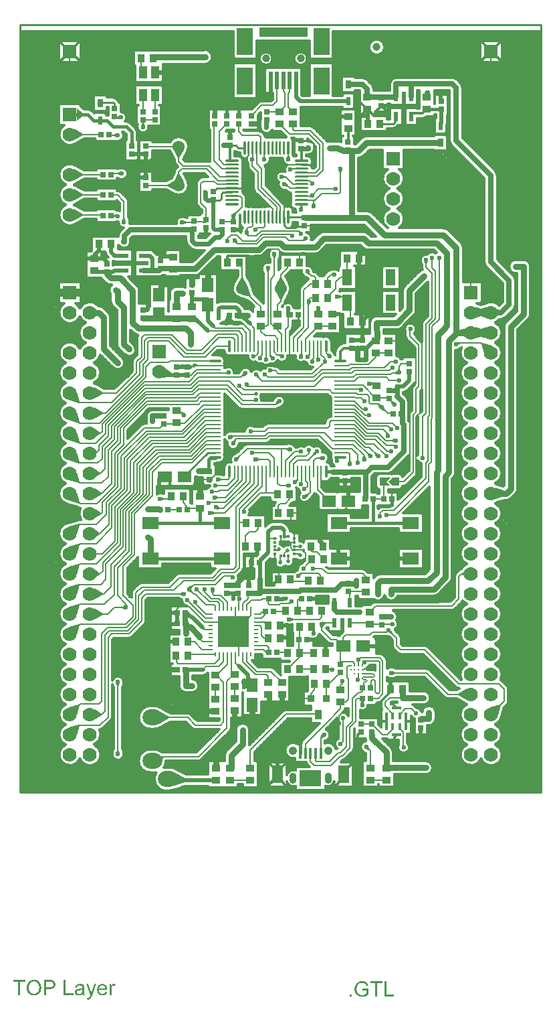
<source format=gtl>
G04*
G04 #@! TF.GenerationSoftware,Altium Limited,Altium Designer,20.0.11 (256)*
G04*
G04 Layer_Physical_Order=1*
G04 Layer_Color=255*
%FSLAX43Y43*%
%MOMM*%
G71*
G01*
G75*
%ADD10C,0.254*%
%ADD14C,0.305*%
%ADD17C,0.200*%
%ADD19C,0.500*%
%ADD59C,1.000*%
%ADD70C,0.350*%
%ADD71C,0.165*%
%ADD72R,6.200X1.200*%
%ADD73R,2.000X3.500*%
%ADD74R,0.508X2.300*%
%ADD75R,2.800X2.000*%
%ADD76R,0.400X1.350*%
%ADD77R,2.159X1.524*%
%ADD78R,0.600X1.270*%
%ADD79R,0.914X1.270*%
%ADD80R,0.914X0.914*%
%ADD81R,0.700X1.060*%
%ADD82R,0.600X1.060*%
%ADD83O,1.524X0.406*%
%ADD84O,1.524X0.203*%
%ADD85O,0.406X1.524*%
%ADD86O,0.203X1.524*%
%ADD87R,4.000X4.000*%
%ADD88R,0.200X0.600*%
%ADD89R,0.600X0.200*%
%ADD90R,0.350X2.300*%
%ADD91R,1.300X0.350*%
%ADD92R,0.400X0.950*%
%ADD93R,1.300X2.000*%
%ADD94O,0.257X1.803*%
%ADD95O,0.254X1.803*%
%ADD96O,1.803X0.257*%
%ADD97O,1.803X0.254*%
%ADD98R,0.300X0.400*%
%ADD99R,0.400X0.300*%
%ADD100O,0.500X0.400*%
%ADD101R,1.016X0.889*%
%ADD102C,0.250*%
%ADD103C,0.762*%
%ADD104R,1.100X1.600*%
%ADD105R,0.700X0.635*%
%ADD106R,0.889X1.016*%
%ADD107R,0.635X0.700*%
%ADD108C,0.254*%
%ADD109R,1.270X0.600*%
%ADD110C,0.508*%
%ADD111C,0.711*%
%ADD112C,0.600*%
%ADD113C,0.762*%
%ADD114C,0.635*%
%ADD115C,0.250*%
%ADD116C,0.800*%
%ADD117C,0.305*%
%ADD118C,0.400*%
%ADD119C,0.457*%
%ADD120C,0.350*%
%ADD121C,0.381*%
%ADD122C,0.700*%
%ADD123C,1.016*%
%ADD124C,0.300*%
%ADD125C,1.400*%
%ADD126C,1.050*%
%ADD127R,1.400X2.200*%
%ADD128C,0.900*%
%ADD129C,1.778*%
%ADD130R,1.778X1.778*%
%ADD131C,2.000*%
%ADD132R,1.778X1.778*%
%ADD133C,1.524*%
%ADD134C,0.600*%
%ADD135C,0.500*%
G36*
X12618Y85061D02*
X12247Y85200D01*
Y85400D01*
X12618Y85539D01*
Y85061D01*
D02*
G37*
G36*
X7978Y85891D02*
Y85509D01*
X7213Y84938D01*
Y86462D01*
X7978Y85891D01*
D02*
G37*
G36*
X15839Y84282D02*
X15361Y84281D01*
X15516Y84658D01*
X15682Y84659D01*
X15839Y84282D01*
D02*
G37*
G36*
X26872Y83336D02*
X26800Y83008D01*
X26400Y83102D01*
X26396Y83378D01*
X26872Y83336D01*
D02*
G37*
G36*
X12244Y82791D02*
X11868Y82947D01*
Y83113D01*
X12244Y83269D01*
Y82791D01*
D02*
G37*
G36*
X8015Y83243D02*
Y83077D01*
X6868Y82452D01*
Y83868D01*
X8015Y83243D01*
D02*
G37*
G36*
X20205Y80181D02*
X20040D01*
X19516Y81163D01*
X20729D01*
X20205Y80181D01*
D02*
G37*
G36*
X34255Y80164D02*
X33777D01*
X33933Y80540D01*
X34099D01*
X34255Y80164D01*
D02*
G37*
G36*
X40683Y78293D02*
X40517D01*
X40361Y78669D01*
X40839D01*
X40683Y78293D01*
D02*
G37*
G36*
X12752Y77965D02*
X12376Y78121D01*
Y78287D01*
X12752Y78443D01*
Y77965D01*
D02*
G37*
G36*
X33610Y77911D02*
Y77746D01*
X33422Y77666D01*
X33389Y77982D01*
X33610Y77911D01*
D02*
G37*
G36*
X8015Y78163D02*
Y77997D01*
X6868Y77372D01*
Y78788D01*
X8015Y78163D01*
D02*
G37*
G36*
X33946Y76729D02*
X33905Y76537D01*
X33518Y76589D01*
X33731Y77006D01*
X33946Y76729D01*
D02*
G37*
G36*
X20729Y77206D02*
X19661D01*
Y76138D01*
X18679Y76662D01*
Y76827D01*
X19566Y77300D01*
X20040Y78188D01*
X20205D01*
X20729Y77206D01*
D02*
G37*
G36*
X8015Y75623D02*
Y75457D01*
X6868Y74832D01*
Y76248D01*
X8015Y75623D01*
D02*
G37*
G36*
X37408Y74268D02*
X36988D01*
X37115Y74522D01*
X37280D01*
X37408Y74268D01*
D02*
G37*
G36*
X35733Y74192D02*
X35853Y73812D01*
X35377Y73856D01*
X35568Y74222D01*
X35733Y74192D01*
D02*
G37*
G36*
X27461Y73213D02*
X27327Y72824D01*
X26968Y73139D01*
X27329Y73315D01*
X27461Y73213D01*
D02*
G37*
G36*
X12192Y72625D02*
X11827Y72817D01*
X11859Y72983D01*
X12238Y73100D01*
X12192Y72625D01*
D02*
G37*
G36*
X8015Y73083D02*
Y72917D01*
X6868Y72292D01*
Y73708D01*
X8015Y73083D01*
D02*
G37*
G36*
X27111Y72286D02*
X26945D01*
X26789Y72663D01*
X27267D01*
X27111Y72286D01*
D02*
G37*
G36*
X13427Y72234D02*
X12949D01*
X13105Y72611D01*
X13271D01*
X13427Y72234D01*
D02*
G37*
G36*
X21077Y72135D02*
Y71970D01*
X20700Y71813D01*
Y72291D01*
X21077Y72135D01*
D02*
G37*
G36*
X30172Y71348D02*
X30087Y71176D01*
X29884Y71380D01*
X30055Y71464D01*
X30172Y71348D01*
D02*
G37*
G36*
X28890Y71043D02*
X28576D01*
X28650Y71244D01*
X28815D01*
X28890Y71043D01*
D02*
G37*
G36*
X35493Y70918D02*
X35307Y70733D01*
X35228Y70881D01*
X35344Y70998D01*
X35493Y70918D01*
D02*
G37*
G36*
X29020Y70388D02*
X28874Y70300D01*
X28599Y70519D01*
X29000Y70652D01*
X29020Y70388D01*
D02*
G37*
G36*
X36151Y69759D02*
X35938Y69678D01*
X35821Y69795D01*
X35902Y70008D01*
X36151Y69759D01*
D02*
G37*
G36*
X27572Y69398D02*
X27429Y69307D01*
X27110Y69513D01*
X27507Y69763D01*
X27572Y69398D01*
D02*
G37*
G36*
X32321Y67486D02*
X32155D01*
X31999Y67862D01*
X32477D01*
X32321Y67486D01*
D02*
G37*
G36*
X51523Y66814D02*
X51358D01*
X51230Y67068D01*
X51650D01*
X51523Y66814D01*
D02*
G37*
G36*
X31482Y65708D02*
X31317D01*
X31161Y66084D01*
X31639D01*
X31482Y65708D01*
D02*
G37*
G36*
X36771Y65558D02*
X36642Y65454D01*
X36371Y65559D01*
X36696Y65824D01*
X36771Y65558D01*
D02*
G37*
G36*
X39528Y65323D02*
X39362Y65375D01*
Y65540D01*
X39528Y65592D01*
Y65323D01*
D02*
G37*
G36*
X33647Y64161D02*
X32433D01*
X32957Y65143D01*
X33123D01*
X33647Y64161D01*
D02*
G37*
G36*
X28767D02*
X27553D01*
X28077Y65143D01*
X28243D01*
X28767Y64161D01*
D02*
G37*
G36*
X24511Y63281D02*
X23089D01*
Y65008D01*
X24511D01*
Y63281D01*
D02*
G37*
G36*
X29239Y62738D02*
X29122Y62621D01*
X28057Y62945D01*
X28915Y63803D01*
X29239Y62738D01*
D02*
G37*
G36*
X40755Y62742D02*
Y62577D01*
X40378Y62420D01*
Y62898D01*
X40755Y62742D01*
D02*
G37*
G36*
X33123Y62257D02*
X32957D01*
X32433Y63239D01*
X33647D01*
X33123Y62257D01*
D02*
G37*
G36*
X18319Y62041D02*
X16897D01*
Y63768D01*
X18319D01*
Y62041D01*
D02*
G37*
G36*
X36776Y61818D02*
X36639Y61582D01*
X36473Y61607D01*
X36360Y61877D01*
X36776Y61818D01*
D02*
G37*
G36*
X59132Y59932D02*
X58400Y60175D01*
X57668Y59932D01*
Y61348D01*
X58400Y61105D01*
X59132Y61348D01*
Y59932D01*
D02*
G37*
G36*
X24511Y60792D02*
X23089D01*
Y62519D01*
X24511D01*
Y60792D01*
D02*
G37*
G36*
X60936Y60990D02*
Y60290D01*
X60475Y60263D01*
Y61017D01*
X60936Y60990D01*
D02*
G37*
G36*
X18319Y59552D02*
X16897D01*
Y61279D01*
X18319D01*
Y59552D01*
D02*
G37*
G36*
X59132Y57392D02*
X58400Y57606D01*
X57668Y57392D01*
Y58808D01*
X58400Y58594D01*
X59132Y58808D01*
Y57392D01*
D02*
G37*
G36*
X56389Y57609D02*
X55750Y57700D01*
Y58500D01*
X56389Y58591D01*
Y57609D01*
D02*
G37*
G36*
X55782Y56760D02*
X55541Y56539D01*
X55306Y56909D01*
X55714Y56925D01*
X55782Y56760D01*
D02*
G37*
G36*
X59790Y56441D02*
X58789Y55440D01*
X58420Y56693D01*
X58537Y56810D01*
X59790Y56441D01*
D02*
G37*
G36*
X35746Y55504D02*
X35850Y55227D01*
X35440Y55318D01*
X35581Y55543D01*
X35746Y55504D01*
D02*
G37*
G36*
X32995Y55319D02*
X32905Y55152D01*
X32820Y55242D01*
X32937Y55358D01*
X32995Y55319D01*
D02*
G37*
G36*
X39289Y55387D02*
X38951Y55049D01*
X38795Y55426D01*
X38912Y55543D01*
X39289Y55387D01*
D02*
G37*
G36*
X32042Y55197D02*
X31704Y54948D01*
X31636Y55211D01*
X31771Y55309D01*
X32042Y55197D01*
D02*
G37*
G36*
X38714Y54740D02*
X38481D01*
X38515Y54863D01*
X38680D01*
X38714Y54740D01*
D02*
G37*
G36*
X37222Y54805D02*
X37218Y54668D01*
X36875Y54737D01*
X37069Y54885D01*
X37222Y54805D01*
D02*
G37*
G36*
X48231Y53246D02*
X47783D01*
X47848Y52801D01*
X47434Y52900D01*
X47422Y53065D01*
X47761Y53264D01*
X47910Y53623D01*
X48075D01*
X48231Y53246D01*
D02*
G37*
G36*
X28618Y52701D02*
X28226Y52571D01*
X28127Y52706D01*
X28307Y53063D01*
X28618Y52701D01*
D02*
G37*
G36*
X19278Y53010D02*
X18967Y52502D01*
X17934Y52367D01*
X18339Y53699D01*
X19278Y53010D01*
D02*
G37*
G36*
X30365Y52412D02*
X30220Y52323D01*
X29876Y52514D01*
X30252Y52809D01*
X30365Y52412D01*
D02*
G37*
G36*
X44753Y51747D02*
Y51582D01*
X44376Y51426D01*
Y51904D01*
X44753Y51747D01*
D02*
G37*
G36*
X10555Y50563D02*
Y50397D01*
X9408Y49772D01*
Y51188D01*
X10555Y50563D01*
D02*
G37*
G36*
X7580Y49347D02*
X7463Y49230D01*
X6210Y49599D01*
X7211Y50600D01*
X7580Y49347D01*
D02*
G37*
G36*
X47399Y49319D02*
X47102Y49022D01*
X47012Y49292D01*
X47129Y49409D01*
X47399Y49319D01*
D02*
G37*
G36*
X32888Y49154D02*
X32511Y48998D01*
X32394Y49115D01*
X32550Y49492D01*
X32888Y49154D01*
D02*
G37*
G36*
X45834Y48964D02*
X45496Y48626D01*
X45340Y49003D01*
X45457Y49120D01*
X45834Y48964D01*
D02*
G37*
G36*
X46247Y48330D02*
X46130Y48213D01*
X45753Y48369D01*
X46091Y48707D01*
X46247Y48330D01*
D02*
G37*
G36*
X20839Y47965D02*
X20510Y47619D01*
X20346Y47990D01*
X20457Y48113D01*
X20839Y47965D01*
D02*
G37*
G36*
X10555Y48023D02*
Y47857D01*
X9408Y47232D01*
Y48648D01*
X10555Y48023D01*
D02*
G37*
G36*
X7580Y46807D02*
X7463Y46690D01*
X6210Y47059D01*
X7211Y48060D01*
X7580Y46807D01*
D02*
G37*
G36*
X46722Y45339D02*
X46329Y45210D01*
X46298Y45444D01*
X46480Y45495D01*
X46722Y45339D01*
D02*
G37*
G36*
X10212Y45483D02*
Y45317D01*
X9635Y44947D01*
Y45853D01*
X10212Y45483D01*
D02*
G37*
G36*
X27108Y45165D02*
X27153Y45000D01*
X26868Y44765D01*
X26689Y45187D01*
X27108Y45165D01*
D02*
G37*
G36*
X47378Y44258D02*
X47124Y44386D01*
Y44551D01*
X47378Y44678D01*
Y44258D01*
D02*
G37*
G36*
X7580Y44267D02*
X7463Y44150D01*
X6210Y44519D01*
X7211Y45520D01*
X7580Y44267D01*
D02*
G37*
G36*
X27360Y44509D02*
X27299Y44115D01*
X26887Y44345D01*
X27177Y44559D01*
X27360Y44509D01*
D02*
G37*
G36*
X34003Y43151D02*
X33680Y43386D01*
X33773Y43552D01*
X34130Y43607D01*
X34003Y43151D01*
D02*
G37*
G36*
X36681Y42869D02*
X36516D01*
X36498Y42986D01*
X36698D01*
X36681Y42869D01*
D02*
G37*
G36*
X37638Y42772D02*
X37261Y42616D01*
X37144Y42733D01*
X37300Y43110D01*
X37638Y42772D01*
D02*
G37*
G36*
X45434Y42767D02*
X45096Y42429D01*
X44940Y42806D01*
X45057Y42923D01*
X45434Y42767D01*
D02*
G37*
G36*
X44435D02*
X44097Y42429D01*
X43941Y42806D01*
X44058Y42923D01*
X44435Y42767D01*
D02*
G37*
G36*
X43787Y42299D02*
X43402D01*
X43512Y42563D01*
X43677D01*
X43787Y42299D01*
D02*
G37*
G36*
X27792Y42343D02*
X27703Y42073D01*
X27406Y42370D01*
X27676Y42459D01*
X27792Y42343D01*
D02*
G37*
G36*
X38216Y42031D02*
X37839Y42187D01*
Y42352D01*
X38216Y42508D01*
Y42031D01*
D02*
G37*
G36*
X30358Y42183D02*
Y42017D01*
X29982Y41861D01*
Y42339D01*
X30358Y42183D01*
D02*
G37*
G36*
X42034Y41652D02*
X41557D01*
X41713Y42028D01*
X41878D01*
X42034Y41652D01*
D02*
G37*
G36*
X7560Y41705D02*
X7441Y41591D01*
X6195Y41981D01*
X7213Y42965D01*
X7560Y41705D01*
D02*
G37*
G36*
X10212Y40403D02*
Y40237D01*
X9635Y39867D01*
Y40773D01*
X10212Y40403D01*
D02*
G37*
G36*
X25544Y39628D02*
Y39463D01*
X25289Y39335D01*
Y39755D01*
X25544Y39628D01*
D02*
G37*
G36*
X35222Y39453D02*
X35127Y39269D01*
X34945Y39517D01*
X35105Y39570D01*
X35222Y39453D01*
D02*
G37*
G36*
X21715Y39160D02*
X19988D01*
Y40582D01*
X21715D01*
Y39160D01*
D02*
G37*
G36*
X19226D02*
X17499D01*
Y40582D01*
X19226D01*
Y39160D01*
D02*
G37*
G36*
X7588Y39195D02*
X7472Y39078D01*
X6216Y39438D01*
X7210Y40446D01*
X7588Y39195D01*
D02*
G37*
G36*
X47993Y38771D02*
X47193D01*
X46693Y39271D01*
X47193Y39771D01*
X47993D01*
Y38771D01*
D02*
G37*
G36*
X46443Y39271D02*
X46943Y38771D01*
X45593D01*
Y39771D01*
X46943D01*
X46443Y39271D01*
D02*
G37*
G36*
X33889Y38541D02*
X33617Y38652D01*
X33589Y38817D01*
X33821Y38956D01*
X33889Y38541D01*
D02*
G37*
G36*
X36539Y37557D02*
X36326Y37261D01*
X36087Y37671D01*
X36485Y37736D01*
X36539Y37557D01*
D02*
G37*
G36*
X10392Y37863D02*
Y37697D01*
X9495Y37147D01*
Y38413D01*
X10392Y37863D01*
D02*
G37*
G36*
X25112Y37367D02*
Y37202D01*
X24858Y37075D01*
Y37495D01*
X25112Y37367D01*
D02*
G37*
G36*
X61273Y38161D02*
Y37399D01*
X60208Y37072D01*
Y38488D01*
X61273Y38161D01*
D02*
G37*
G36*
X18228Y37189D02*
Y37024D01*
X17974Y36897D01*
Y37317D01*
X18228Y37189D01*
D02*
G37*
G36*
X7580Y36647D02*
X7463Y36530D01*
X6210Y36899D01*
X7211Y37900D01*
X7580Y36647D01*
D02*
G37*
G36*
X42474Y36091D02*
X40747D01*
Y37513D01*
X42474D01*
Y36091D01*
D02*
G37*
G36*
X39985D02*
X38258D01*
Y37513D01*
X39985D01*
Y36091D01*
D02*
G37*
G36*
X25376Y35945D02*
X25333Y35780D01*
X24913Y35754D01*
X25087Y36180D01*
X25376Y35945D01*
D02*
G37*
G36*
X45693Y35156D02*
X45494D01*
X45511Y35273D01*
X45676D01*
X45693Y35156D01*
D02*
G37*
G36*
X24668Y35411D02*
Y35246D01*
X24292Y35090D01*
Y35568D01*
X24668Y35411D01*
D02*
G37*
G36*
X10292Y35323D02*
Y35157D01*
X9581Y34707D01*
Y35773D01*
X10292Y35323D01*
D02*
G37*
G36*
X7562Y33816D02*
X7211Y32579D01*
X6209Y33581D01*
X7446Y33932D01*
X7562Y33816D01*
D02*
G37*
G36*
X10140Y32783D02*
Y32617D01*
X9673Y32319D01*
Y33081D01*
X10140Y32783D01*
D02*
G37*
G36*
X7580Y31293D02*
X7211Y30040D01*
X6210Y31041D01*
X7463Y31410D01*
X7580Y31293D01*
D02*
G37*
G36*
X35475Y30185D02*
X35309Y29848D01*
X35079Y30027D01*
X35288Y30193D01*
X35475Y30185D01*
D02*
G37*
G36*
X33199Y29151D02*
X32801D01*
X32917Y29461D01*
X33083D01*
X33199Y29151D01*
D02*
G37*
G36*
X7580Y28753D02*
X7211Y27500D01*
X6210Y28501D01*
X7463Y28870D01*
X7580Y28753D01*
D02*
G37*
G36*
X35675Y27625D02*
X35580Y27411D01*
X35344Y27648D01*
X35558Y27742D01*
X35675Y27625D01*
D02*
G37*
G36*
X56295Y27315D02*
X55936Y27537D01*
Y27703D01*
X56295Y27925D01*
Y27315D01*
D02*
G37*
G36*
X10140Y27703D02*
Y27537D01*
X9673Y27239D01*
Y28001D01*
X10140Y27703D01*
D02*
G37*
G36*
X32575Y26509D02*
X32380Y26227D01*
X32064Y26586D01*
X32390Y26755D01*
X32575Y26509D01*
D02*
G37*
G36*
X21859Y26015D02*
X21720Y25678D01*
X21859Y25342D01*
X21742Y25225D01*
X21365Y25381D01*
X21663Y25678D01*
X21365Y25975D01*
X21742Y26131D01*
X21859Y26015D01*
D02*
G37*
G36*
X24487Y25120D02*
X24322D01*
X24166Y25497D01*
X24643D01*
X24487Y25120D01*
D02*
G37*
G36*
X7580Y26213D02*
X7211Y24960D01*
X6210Y25961D01*
X7463Y26330D01*
X7580Y26213D01*
D02*
G37*
G36*
X20625Y24840D02*
X20248Y24996D01*
Y25161D01*
X20625Y25317D01*
Y24840D01*
D02*
G37*
G36*
X10555Y25163D02*
Y24997D01*
X9408Y24372D01*
Y25788D01*
X10555Y25163D01*
D02*
G37*
G36*
X34273Y23869D02*
X34125Y23790D01*
X34008Y23906D01*
X34088Y24055D01*
X34273Y23869D01*
D02*
G37*
G36*
X13629Y23575D02*
X13260D01*
Y23101D01*
X12884Y23257D01*
Y23423D01*
X13256Y23577D01*
X13359Y23827D01*
X13525D01*
X13629Y23575D01*
D02*
G37*
G36*
X7580Y23673D02*
X7211Y22420D01*
X6210Y23421D01*
X7463Y23790D01*
X7580Y23673D01*
D02*
G37*
G36*
X10555Y22623D02*
Y22457D01*
X9408Y21832D01*
Y23248D01*
X10555Y22623D01*
D02*
G37*
G36*
X29091Y22038D02*
X28876Y21758D01*
X28661Y22174D01*
X29048Y22228D01*
X29091Y22038D01*
D02*
G37*
G36*
X27622Y21641D02*
X27253Y21797D01*
Y21963D01*
X27622Y22119D01*
Y21641D01*
D02*
G37*
G36*
X34625Y21949D02*
Y21784D01*
X34248Y21628D01*
Y22106D01*
X34625Y21949D01*
D02*
G37*
G36*
X38680Y21492D02*
X38764Y21327D01*
X38435Y21095D01*
X38280Y20722D01*
X38115D01*
X37959Y21099D01*
X38430D01*
X38318Y21555D01*
X38680Y21492D01*
D02*
G37*
G36*
X37437Y20262D02*
X36959D01*
X37115Y20639D01*
X37280D01*
X37437Y20262D01*
D02*
G37*
G36*
X47169Y20144D02*
X47052Y20027D01*
X46675Y20183D01*
X47013Y20521D01*
X47169Y20144D01*
D02*
G37*
G36*
X7580Y21133D02*
X7211Y19880D01*
X6210Y20881D01*
X7463Y21250D01*
X7580Y21133D01*
D02*
G37*
G36*
X27103Y19192D02*
X27241Y18864D01*
X26763Y18862D01*
X26897Y19190D01*
X26761Y19518D01*
X27239D01*
X27103Y19192D01*
D02*
G37*
G36*
X44304Y17771D02*
X42576D01*
Y19193D01*
X44304D01*
Y17771D01*
D02*
G37*
G36*
X41814D02*
X40087D01*
Y19193D01*
X41814D01*
Y17771D01*
D02*
G37*
G36*
X39394Y15282D02*
X39031Y15477D01*
X39066Y15643D01*
X39445Y15757D01*
X39394Y15282D01*
D02*
G37*
G36*
X47551Y15166D02*
Y15001D01*
X47174Y14845D01*
Y15322D01*
X47551Y15166D01*
D02*
G37*
G36*
X12509Y13384D02*
X12343D01*
X12187Y13760D01*
X12665D01*
X12509Y13384D01*
D02*
G37*
G36*
X30111Y12681D02*
X28689D01*
Y14408D01*
X30111D01*
Y12681D01*
D02*
G37*
G36*
X56592Y11672D02*
X55445Y12297D01*
Y12463D01*
X56592Y13088D01*
Y11672D01*
D02*
G37*
G36*
X43602Y11228D02*
X43124D01*
X43281Y11605D01*
X43446D01*
X43602Y11228D01*
D02*
G37*
G36*
X30111Y10192D02*
X28689D01*
Y11919D01*
X30111D01*
Y10192D01*
D02*
G37*
G36*
X18911Y9542D02*
Y9377D01*
X17619Y8664D01*
Y8804D01*
X17365Y8664D01*
Y8794D01*
X17130Y8664D01*
X17130Y10256D01*
X17365Y10126D01*
Y10256D01*
X17619Y10116D01*
Y10256D01*
X18911Y9542D01*
D02*
G37*
G36*
X60920Y10973D02*
X60551Y9720D01*
X59550Y10721D01*
X60803Y11090D01*
X60920Y10973D01*
D02*
G37*
G36*
X7580D02*
X7211Y9720D01*
X6210Y10721D01*
X7463Y11090D01*
X7580Y10973D01*
D02*
G37*
G36*
X10387Y9923D02*
Y9757D01*
X9499Y9212D01*
Y10468D01*
X10387Y9923D01*
D02*
G37*
G36*
X7575Y8428D02*
X7211Y7179D01*
X6209Y8181D01*
X7458Y8545D01*
X7575Y8428D01*
D02*
G37*
G36*
X38573Y6968D02*
X38186Y6829D01*
X38081Y6958D01*
X38253Y7323D01*
X38573Y6968D01*
D02*
G37*
G36*
X44312Y5414D02*
X44195Y5297D01*
X43818Y5453D01*
X44156Y5791D01*
X44312Y5414D01*
D02*
G37*
G36*
X12665Y4980D02*
X12187D01*
X12343Y5356D01*
X12509D01*
X12665Y4980D01*
D02*
G37*
G36*
X18195Y4442D02*
X18010Y4053D01*
X17823Y4548D01*
X18078Y4558D01*
X18195Y4442D01*
D02*
G37*
G36*
X20907Y1782D02*
X20836Y1274D01*
X19562Y824D01*
X19568Y916D01*
X19308Y824D01*
X19314Y916D01*
X19054Y824D01*
X19165Y2412D01*
X19410Y2287D01*
X19419Y2412D01*
X19664Y2287D01*
X19673Y2412D01*
X20907Y1782D01*
D02*
G37*
G36*
X43390Y-23872D02*
X43412D01*
X43465Y-23878D01*
X43523Y-23886D01*
X43584Y-23900D01*
X43651Y-23917D01*
X43714Y-23939D01*
X43717D01*
X43723Y-23942D01*
X43731Y-23944D01*
X43742Y-23950D01*
X43773Y-23967D01*
X43812Y-23986D01*
X43853Y-24014D01*
X43898Y-24047D01*
X43939Y-24083D01*
X43978Y-24128D01*
X43984Y-24133D01*
X43995Y-24150D01*
X44011Y-24175D01*
X44034Y-24211D01*
X44056Y-24255D01*
X44081Y-24311D01*
X44106Y-24372D01*
X44125Y-24441D01*
X43895Y-24502D01*
Y-24500D01*
X43892Y-24497D01*
X43889Y-24489D01*
X43887Y-24477D01*
X43878Y-24452D01*
X43867Y-24419D01*
X43850Y-24380D01*
X43831Y-24344D01*
X43812Y-24305D01*
X43787Y-24272D01*
X43784Y-24269D01*
X43776Y-24258D01*
X43759Y-24244D01*
X43739Y-24225D01*
X43714Y-24203D01*
X43681Y-24180D01*
X43645Y-24158D01*
X43603Y-24139D01*
X43598Y-24136D01*
X43584Y-24130D01*
X43559Y-24122D01*
X43526Y-24111D01*
X43487Y-24103D01*
X43442Y-24094D01*
X43392Y-24089D01*
X43340Y-24086D01*
X43309D01*
X43295Y-24089D01*
X43279D01*
X43237Y-24092D01*
X43190Y-24100D01*
X43137Y-24108D01*
X43087Y-24122D01*
X43037Y-24142D01*
X43031Y-24144D01*
X43015Y-24150D01*
X42993Y-24164D01*
X42965Y-24178D01*
X42932Y-24200D01*
X42895Y-24222D01*
X42862Y-24250D01*
X42832Y-24280D01*
X42829Y-24283D01*
X42818Y-24294D01*
X42804Y-24314D01*
X42787Y-24336D01*
X42768Y-24364D01*
X42748Y-24397D01*
X42729Y-24433D01*
X42709Y-24472D01*
Y-24475D01*
X42707Y-24480D01*
X42704Y-24489D01*
X42698Y-24502D01*
X42693Y-24519D01*
X42687Y-24538D01*
X42679Y-24561D01*
X42673Y-24586D01*
X42659Y-24644D01*
X42648Y-24711D01*
X42640Y-24780D01*
X42637Y-24858D01*
Y-24861D01*
Y-24869D01*
Y-24883D01*
X42640Y-24899D01*
Y-24922D01*
X42643Y-24949D01*
X42646Y-24977D01*
X42648Y-25008D01*
X42659Y-25077D01*
X42673Y-25149D01*
X42696Y-25221D01*
X42723Y-25291D01*
Y-25294D01*
X42729Y-25299D01*
X42732Y-25308D01*
X42740Y-25319D01*
X42759Y-25349D01*
X42790Y-25388D01*
X42826Y-25430D01*
X42870Y-25471D01*
X42923Y-25510D01*
X42981Y-25546D01*
X42984D01*
X42990Y-25549D01*
X42998Y-25555D01*
X43012Y-25560D01*
X43026Y-25566D01*
X43045Y-25571D01*
X43090Y-25588D01*
X43145Y-25602D01*
X43206Y-25616D01*
X43273Y-25627D01*
X43342Y-25630D01*
X43370D01*
X43387Y-25627D01*
X43403D01*
X43445Y-25621D01*
X43495Y-25616D01*
X43548Y-25605D01*
X43606Y-25588D01*
X43664Y-25568D01*
X43667D01*
X43673Y-25566D01*
X43678Y-25563D01*
X43689Y-25557D01*
X43720Y-25543D01*
X43753Y-25527D01*
X43792Y-25507D01*
X43834Y-25485D01*
X43873Y-25460D01*
X43906Y-25432D01*
Y-25072D01*
X43340D01*
Y-24844D01*
X44156D01*
Y-25557D01*
X44153Y-25560D01*
X44148Y-25563D01*
X44136Y-25571D01*
X44123Y-25582D01*
X44106Y-25593D01*
X44086Y-25607D01*
X44061Y-25624D01*
X44036Y-25641D01*
X43978Y-25677D01*
X43912Y-25716D01*
X43842Y-25752D01*
X43767Y-25782D01*
X43764D01*
X43759Y-25785D01*
X43748Y-25788D01*
X43734Y-25793D01*
X43714Y-25799D01*
X43692Y-25807D01*
X43667Y-25813D01*
X43642Y-25818D01*
X43581Y-25832D01*
X43512Y-25846D01*
X43437Y-25854D01*
X43359Y-25857D01*
X43331D01*
X43312Y-25854D01*
X43287D01*
X43256Y-25852D01*
X43223Y-25846D01*
X43187Y-25843D01*
X43106Y-25827D01*
X43020Y-25807D01*
X42932Y-25777D01*
X42887Y-25760D01*
X42843Y-25738D01*
X42840Y-25735D01*
X42832Y-25732D01*
X42820Y-25724D01*
X42804Y-25716D01*
X42784Y-25702D01*
X42765Y-25688D01*
X42712Y-25649D01*
X42657Y-25599D01*
X42598Y-25538D01*
X42543Y-25469D01*
X42493Y-25388D01*
Y-25385D01*
X42487Y-25377D01*
X42482Y-25366D01*
X42473Y-25346D01*
X42465Y-25327D01*
X42457Y-25299D01*
X42446Y-25271D01*
X42435Y-25238D01*
X42423Y-25202D01*
X42412Y-25160D01*
X42404Y-25119D01*
X42396Y-25074D01*
X42382Y-24977D01*
X42376Y-24874D01*
Y-24872D01*
Y-24861D01*
Y-24847D01*
X42379Y-24827D01*
Y-24802D01*
X42382Y-24772D01*
X42387Y-24741D01*
X42390Y-24705D01*
X42398Y-24666D01*
X42404Y-24625D01*
X42426Y-24536D01*
X42454Y-24444D01*
X42493Y-24352D01*
X42496Y-24350D01*
X42498Y-24341D01*
X42504Y-24330D01*
X42515Y-24314D01*
X42526Y-24291D01*
X42540Y-24269D01*
X42579Y-24216D01*
X42626Y-24155D01*
X42684Y-24097D01*
X42751Y-24039D01*
X42790Y-24014D01*
X42829Y-23989D01*
X42832Y-23986D01*
X42840Y-23983D01*
X42851Y-23978D01*
X42868Y-23969D01*
X42890Y-23961D01*
X42915Y-23950D01*
X42943Y-23939D01*
X42976Y-23928D01*
X43012Y-23917D01*
X43051Y-23908D01*
X43093Y-23897D01*
X43137Y-23889D01*
X43234Y-23875D01*
X43284Y-23869D01*
X43373D01*
X43390Y-23872D01*
D02*
G37*
G36*
X46416Y-25596D02*
X47362D01*
Y-25824D01*
X46160D01*
Y-23903D01*
X46416D01*
Y-25596D01*
D02*
G37*
G36*
X45908Y-24130D02*
X45275D01*
Y-25824D01*
X45019D01*
Y-24130D01*
X44386D01*
Y-23903D01*
X45908D01*
Y-24130D01*
D02*
G37*
G36*
X42001Y-25824D02*
X41732D01*
Y-25555D01*
X42001D01*
Y-25824D01*
D02*
G37*
G36*
X11921Y-24228D02*
X11952Y-24233D01*
X11988Y-24244D01*
X12027Y-24258D01*
X12071Y-24278D01*
X12118Y-24303D01*
X12032Y-24519D01*
X12030Y-24517D01*
X12018Y-24511D01*
X12002Y-24503D01*
X11980Y-24494D01*
X11955Y-24486D01*
X11924Y-24478D01*
X11894Y-24472D01*
X11863Y-24469D01*
X11849D01*
X11835Y-24472D01*
X11816Y-24475D01*
X11796Y-24480D01*
X11771Y-24489D01*
X11746Y-24500D01*
X11724Y-24517D01*
X11721Y-24519D01*
X11713Y-24525D01*
X11705Y-24536D01*
X11691Y-24550D01*
X11677Y-24569D01*
X11663Y-24591D01*
X11649Y-24616D01*
X11638Y-24647D01*
X11635Y-24653D01*
X11633Y-24669D01*
X11627Y-24694D01*
X11619Y-24728D01*
X11610Y-24769D01*
X11605Y-24816D01*
X11602Y-24866D01*
X11599Y-24922D01*
Y-25649D01*
X11363D01*
Y-24256D01*
X11577D01*
Y-24467D01*
X11580Y-24464D01*
X11591Y-24444D01*
X11605Y-24419D01*
X11627Y-24389D01*
X11649Y-24358D01*
X11674Y-24325D01*
X11699Y-24297D01*
X11724Y-24275D01*
X11727Y-24272D01*
X11735Y-24267D01*
X11752Y-24258D01*
X11769Y-24250D01*
X11791Y-24242D01*
X11819Y-24233D01*
X11846Y-24228D01*
X11877Y-24225D01*
X11896D01*
X11921Y-24228D01*
D02*
G37*
G36*
X9140Y-25671D02*
Y-25674D01*
X9137Y-25683D01*
X9131Y-25694D01*
X9126Y-25708D01*
X9117Y-25727D01*
X9109Y-25749D01*
X9090Y-25796D01*
X9070Y-25849D01*
X9048Y-25902D01*
X9026Y-25949D01*
X9015Y-25968D01*
X9006Y-25988D01*
X9003Y-25993D01*
X8995Y-26007D01*
X8981Y-26027D01*
X8965Y-26052D01*
X8942Y-26080D01*
X8917Y-26107D01*
X8892Y-26135D01*
X8862Y-26157D01*
X8859Y-26160D01*
X8848Y-26166D01*
X8831Y-26174D01*
X8806Y-26185D01*
X8779Y-26196D01*
X8745Y-26204D01*
X8709Y-26210D01*
X8668Y-26213D01*
X8656D01*
X8643Y-26210D01*
X8623D01*
X8601Y-26204D01*
X8576Y-26199D01*
X8548Y-26193D01*
X8518Y-26182D01*
X8493Y-25963D01*
X8495D01*
X8507Y-25966D01*
X8520Y-25968D01*
X8537Y-25974D01*
X8582Y-25982D01*
X8626Y-25985D01*
X8640D01*
X8654Y-25982D01*
X8670D01*
X8712Y-25974D01*
X8731Y-25966D01*
X8751Y-25957D01*
X8754D01*
X8759Y-25952D01*
X8768Y-25946D01*
X8779Y-25938D01*
X8804Y-25916D01*
X8826Y-25885D01*
Y-25882D01*
X8831Y-25877D01*
X8837Y-25866D01*
X8842Y-25849D01*
X8854Y-25827D01*
X8865Y-25794D01*
X8881Y-25755D01*
X8898Y-25708D01*
Y-25705D01*
X8904Y-25694D01*
X8909Y-25674D01*
X8920Y-25649D01*
X8393Y-24256D01*
X8643D01*
X8934Y-25063D01*
Y-25066D01*
X8937Y-25069D01*
X8940Y-25077D01*
X8942Y-25091D01*
X8948Y-25105D01*
X8954Y-25122D01*
X8967Y-25161D01*
X8984Y-25208D01*
X9001Y-25263D01*
X9017Y-25322D01*
X9034Y-25385D01*
Y-25383D01*
X9037Y-25377D01*
X9040Y-25369D01*
X9042Y-25358D01*
X9045Y-25344D01*
X9051Y-25327D01*
X9062Y-25286D01*
X9076Y-25238D01*
X9095Y-25183D01*
X9112Y-25127D01*
X9134Y-25069D01*
X9434Y-24256D01*
X9670D01*
X9140Y-25671D01*
D02*
G37*
G36*
X7685Y-24228D02*
X7726Y-24231D01*
X7774Y-24236D01*
X7821Y-24244D01*
X7868Y-24256D01*
X7912Y-24269D01*
X7918Y-24272D01*
X7932Y-24278D01*
X7951Y-24286D01*
X7976Y-24297D01*
X8004Y-24314D01*
X8032Y-24331D01*
X8057Y-24353D01*
X8079Y-24375D01*
X8082Y-24378D01*
X8087Y-24386D01*
X8096Y-24400D01*
X8107Y-24417D01*
X8121Y-24442D01*
X8132Y-24467D01*
X8143Y-24497D01*
X8151Y-24533D01*
Y-24536D01*
X8154Y-24544D01*
X8157Y-24561D01*
X8160Y-24583D01*
Y-24614D01*
X8162Y-24650D01*
X8165Y-24697D01*
Y-24750D01*
Y-25066D01*
Y-25069D01*
Y-25080D01*
Y-25097D01*
Y-25119D01*
Y-25144D01*
Y-25174D01*
X8168Y-25241D01*
Y-25311D01*
X8171Y-25380D01*
X8173Y-25410D01*
Y-25438D01*
X8176Y-25463D01*
X8179Y-25483D01*
Y-25485D01*
X8182Y-25497D01*
X8185Y-25513D01*
X8193Y-25535D01*
X8198Y-25560D01*
X8210Y-25588D01*
X8223Y-25619D01*
X8237Y-25649D01*
X7990D01*
X7987Y-25646D01*
X7985Y-25635D01*
X7979Y-25621D01*
X7971Y-25599D01*
X7962Y-25574D01*
X7957Y-25544D01*
X7951Y-25510D01*
X7946Y-25474D01*
X7943D01*
X7940Y-25480D01*
X7924Y-25494D01*
X7899Y-25513D01*
X7865Y-25538D01*
X7824Y-25563D01*
X7782Y-25591D01*
X7738Y-25616D01*
X7690Y-25635D01*
X7685Y-25638D01*
X7668Y-25641D01*
X7643Y-25649D01*
X7613Y-25658D01*
X7574Y-25666D01*
X7529Y-25671D01*
X7479Y-25677D01*
X7429Y-25680D01*
X7407D01*
X7391Y-25677D01*
X7371D01*
X7349Y-25674D01*
X7299Y-25666D01*
X7243Y-25652D01*
X7182Y-25633D01*
X7127Y-25605D01*
X7077Y-25569D01*
X7071Y-25563D01*
X7057Y-25549D01*
X7038Y-25524D01*
X7016Y-25491D01*
X6994Y-25449D01*
X6974Y-25402D01*
X6960Y-25344D01*
X6957Y-25316D01*
X6955Y-25283D01*
Y-25277D01*
Y-25266D01*
X6957Y-25247D01*
X6960Y-25222D01*
X6966Y-25191D01*
X6974Y-25161D01*
X6985Y-25127D01*
X6999Y-25097D01*
X7002Y-25094D01*
X7007Y-25083D01*
X7018Y-25066D01*
X7032Y-25047D01*
X7049Y-25025D01*
X7071Y-25002D01*
X7093Y-24980D01*
X7121Y-24961D01*
X7124Y-24958D01*
X7135Y-24952D01*
X7149Y-24941D01*
X7171Y-24930D01*
X7196Y-24919D01*
X7227Y-24905D01*
X7257Y-24894D01*
X7293Y-24883D01*
X7296D01*
X7307Y-24880D01*
X7324Y-24875D01*
X7346Y-24872D01*
X7374Y-24866D01*
X7410Y-24861D01*
X7452Y-24852D01*
X7502Y-24847D01*
X7504D01*
X7515Y-24844D01*
X7529D01*
X7549Y-24841D01*
X7571Y-24839D01*
X7599Y-24833D01*
X7629Y-24830D01*
X7663Y-24825D01*
X7729Y-24811D01*
X7801Y-24797D01*
X7865Y-24780D01*
X7896Y-24772D01*
X7924Y-24764D01*
Y-24761D01*
Y-24755D01*
X7926Y-24739D01*
Y-24719D01*
Y-24708D01*
Y-24703D01*
Y-24700D01*
Y-24697D01*
Y-24680D01*
X7924Y-24653D01*
X7918Y-24622D01*
X7910Y-24589D01*
X7896Y-24555D01*
X7879Y-24525D01*
X7857Y-24500D01*
X7854Y-24497D01*
X7840Y-24486D01*
X7818Y-24475D01*
X7790Y-24458D01*
X7751Y-24444D01*
X7707Y-24430D01*
X7651Y-24422D01*
X7588Y-24419D01*
X7560D01*
X7532Y-24422D01*
X7493Y-24428D01*
X7454Y-24433D01*
X7413Y-24444D01*
X7374Y-24458D01*
X7341Y-24478D01*
X7338Y-24480D01*
X7327Y-24489D01*
X7313Y-24503D01*
X7296Y-24525D01*
X7279Y-24553D01*
X7260Y-24589D01*
X7243Y-24633D01*
X7227Y-24683D01*
X6996Y-24653D01*
Y-24650D01*
X6999Y-24647D01*
Y-24639D01*
X7002Y-24628D01*
X7010Y-24603D01*
X7021Y-24566D01*
X7035Y-24530D01*
X7052Y-24492D01*
X7074Y-24453D01*
X7099Y-24417D01*
X7102Y-24414D01*
X7113Y-24403D01*
X7130Y-24386D01*
X7152Y-24364D01*
X7182Y-24342D01*
X7218Y-24319D01*
X7260Y-24294D01*
X7307Y-24275D01*
X7310D01*
X7313Y-24272D01*
X7321Y-24269D01*
X7332Y-24267D01*
X7360Y-24258D01*
X7399Y-24250D01*
X7443Y-24242D01*
X7499Y-24233D01*
X7557Y-24228D01*
X7624Y-24225D01*
X7654D01*
X7685Y-24228D01*
D02*
G37*
G36*
X5816Y-25422D02*
X6763D01*
Y-25649D01*
X5561D01*
Y-23728D01*
X5816D01*
Y-25422D01*
D02*
G37*
G36*
X3865Y-23731D02*
X3912Y-23734D01*
X3962Y-23736D01*
X4009Y-23742D01*
X4051Y-23748D01*
X4056D01*
X4076Y-23753D01*
X4101Y-23759D01*
X4134Y-23767D01*
X4170Y-23781D01*
X4209Y-23797D01*
X4251Y-23817D01*
X4287Y-23839D01*
X4292Y-23842D01*
X4303Y-23850D01*
X4320Y-23867D01*
X4342Y-23886D01*
X4367Y-23911D01*
X4392Y-23945D01*
X4420Y-23981D01*
X4442Y-24022D01*
X4445Y-24028D01*
X4451Y-24042D01*
X4462Y-24067D01*
X4473Y-24100D01*
X4481Y-24139D01*
X4492Y-24183D01*
X4498Y-24233D01*
X4500Y-24286D01*
Y-24289D01*
Y-24297D01*
Y-24308D01*
X4498Y-24328D01*
X4495Y-24347D01*
X4492Y-24372D01*
X4487Y-24400D01*
X4481Y-24430D01*
X4462Y-24494D01*
X4451Y-24528D01*
X4434Y-24564D01*
X4414Y-24600D01*
X4395Y-24633D01*
X4370Y-24666D01*
X4342Y-24700D01*
X4339Y-24703D01*
X4334Y-24708D01*
X4326Y-24716D01*
X4312Y-24725D01*
X4295Y-24739D01*
X4273Y-24753D01*
X4245Y-24769D01*
X4215Y-24783D01*
X4178Y-24800D01*
X4137Y-24816D01*
X4092Y-24830D01*
X4040Y-24841D01*
X3984Y-24852D01*
X3923Y-24861D01*
X3854Y-24866D01*
X3781Y-24869D01*
X3290D01*
Y-25649D01*
X3035D01*
Y-23728D01*
X3823D01*
X3865Y-23731D01*
D02*
G37*
G36*
X683Y-23956D02*
X50D01*
Y-25649D01*
X-205D01*
Y-23956D01*
X-838D01*
Y-23728D01*
X683D01*
Y-23956D01*
D02*
G37*
G36*
X10489Y-24228D02*
X10511Y-24231D01*
X10539Y-24236D01*
X10569Y-24242D01*
X10605Y-24250D01*
X10639Y-24258D01*
X10678Y-24272D01*
X10714Y-24286D01*
X10753Y-24306D01*
X10791Y-24328D01*
X10830Y-24353D01*
X10866Y-24383D01*
X10900Y-24417D01*
X10902Y-24419D01*
X10908Y-24425D01*
X10916Y-24436D01*
X10927Y-24453D01*
X10941Y-24472D01*
X10955Y-24494D01*
X10972Y-24522D01*
X10988Y-24555D01*
X11005Y-24591D01*
X11022Y-24630D01*
X11036Y-24675D01*
X11050Y-24722D01*
X11061Y-24775D01*
X11069Y-24830D01*
X11075Y-24889D01*
X11077Y-24952D01*
Y-24955D01*
Y-24966D01*
Y-24986D01*
X11075Y-25013D01*
X10033D01*
Y-25016D01*
Y-25025D01*
X10036Y-25036D01*
Y-25052D01*
X10039Y-25072D01*
X10045Y-25094D01*
X10053Y-25144D01*
X10070Y-25199D01*
X10092Y-25261D01*
X10122Y-25316D01*
X10161Y-25366D01*
X10164D01*
X10167Y-25372D01*
X10183Y-25385D01*
X10208Y-25405D01*
X10242Y-25424D01*
X10286Y-25447D01*
X10336Y-25466D01*
X10392Y-25480D01*
X10422Y-25483D01*
X10455Y-25485D01*
X10478D01*
X10503Y-25483D01*
X10533Y-25477D01*
X10567Y-25469D01*
X10605Y-25458D01*
X10641Y-25441D01*
X10678Y-25419D01*
X10680Y-25416D01*
X10694Y-25405D01*
X10711Y-25388D01*
X10730Y-25366D01*
X10753Y-25336D01*
X10778Y-25297D01*
X10802Y-25252D01*
X10825Y-25199D01*
X11069Y-25230D01*
Y-25233D01*
X11066Y-25238D01*
X11063Y-25249D01*
X11058Y-25266D01*
X11050Y-25283D01*
X11041Y-25305D01*
X11019Y-25352D01*
X10991Y-25405D01*
X10952Y-25460D01*
X10908Y-25513D01*
X10852Y-25563D01*
X10850D01*
X10844Y-25569D01*
X10836Y-25574D01*
X10825Y-25583D01*
X10808Y-25591D01*
X10791Y-25599D01*
X10769Y-25610D01*
X10744Y-25621D01*
X10716Y-25633D01*
X10689Y-25644D01*
X10619Y-25660D01*
X10542Y-25674D01*
X10455Y-25680D01*
X10425D01*
X10405Y-25677D01*
X10381Y-25674D01*
X10350Y-25669D01*
X10317Y-25663D01*
X10281Y-25658D01*
X10203Y-25635D01*
X10161Y-25619D01*
X10122Y-25602D01*
X10081Y-25580D01*
X10042Y-25555D01*
X10006Y-25527D01*
X9970Y-25494D01*
X9967Y-25491D01*
X9961Y-25485D01*
X9953Y-25474D01*
X9942Y-25458D01*
X9928Y-25438D01*
X9914Y-25416D01*
X9897Y-25388D01*
X9881Y-25358D01*
X9864Y-25322D01*
X9847Y-25283D01*
X9834Y-25238D01*
X9820Y-25191D01*
X9809Y-25141D01*
X9800Y-25086D01*
X9795Y-25027D01*
X9792Y-24966D01*
Y-24963D01*
Y-24950D01*
Y-24933D01*
X9795Y-24908D01*
X9797Y-24877D01*
X9800Y-24844D01*
X9806Y-24805D01*
X9814Y-24766D01*
X9836Y-24678D01*
X9850Y-24633D01*
X9867Y-24586D01*
X9889Y-24542D01*
X9914Y-24500D01*
X9942Y-24458D01*
X9972Y-24419D01*
X9975Y-24417D01*
X9981Y-24411D01*
X9992Y-24403D01*
X10006Y-24389D01*
X10022Y-24375D01*
X10045Y-24358D01*
X10070Y-24339D01*
X10100Y-24322D01*
X10131Y-24303D01*
X10167Y-24286D01*
X10206Y-24269D01*
X10247Y-24256D01*
X10292Y-24242D01*
X10339Y-24233D01*
X10389Y-24228D01*
X10442Y-24225D01*
X10469D01*
X10489Y-24228D01*
D02*
G37*
G36*
X1833Y-23698D02*
X1858D01*
X1883Y-23700D01*
X1916Y-23706D01*
X1949Y-23711D01*
X2021Y-23725D01*
X2105Y-23748D01*
X2185Y-23781D01*
X2227Y-23800D01*
X2268Y-23822D01*
X2271Y-23825D01*
X2277Y-23828D01*
X2288Y-23836D01*
X2304Y-23845D01*
X2321Y-23859D01*
X2343Y-23875D01*
X2391Y-23914D01*
X2441Y-23964D01*
X2496Y-24025D01*
X2549Y-24097D01*
X2593Y-24178D01*
Y-24181D01*
X2599Y-24189D01*
X2604Y-24200D01*
X2610Y-24217D01*
X2621Y-24239D01*
X2629Y-24264D01*
X2640Y-24294D01*
X2652Y-24328D01*
X2660Y-24364D01*
X2671Y-24403D01*
X2682Y-24447D01*
X2690Y-24492D01*
X2701Y-24589D01*
X2707Y-24694D01*
Y-24697D01*
Y-24708D01*
Y-24722D01*
X2704Y-24744D01*
Y-24769D01*
X2701Y-24800D01*
X2696Y-24833D01*
X2693Y-24869D01*
X2679Y-24950D01*
X2657Y-25038D01*
X2627Y-25127D01*
X2610Y-25172D01*
X2588Y-25216D01*
Y-25219D01*
X2582Y-25227D01*
X2577Y-25238D01*
X2565Y-25255D01*
X2554Y-25274D01*
X2540Y-25294D01*
X2502Y-25347D01*
X2454Y-25402D01*
X2399Y-25460D01*
X2332Y-25516D01*
X2255Y-25566D01*
X2252D01*
X2246Y-25571D01*
X2232Y-25577D01*
X2216Y-25585D01*
X2196Y-25594D01*
X2174Y-25602D01*
X2146Y-25613D01*
X2116Y-25624D01*
X2082Y-25635D01*
X2046Y-25646D01*
X1966Y-25663D01*
X1880Y-25677D01*
X1788Y-25683D01*
X1760D01*
X1744Y-25680D01*
X1719D01*
X1691Y-25674D01*
X1660Y-25671D01*
X1624Y-25666D01*
X1549Y-25649D01*
X1469Y-25627D01*
X1386Y-25594D01*
X1344Y-25574D01*
X1302Y-25552D01*
X1299Y-25549D01*
X1294Y-25547D01*
X1283Y-25538D01*
X1266Y-25527D01*
X1250Y-25516D01*
X1230Y-25499D01*
X1183Y-25458D01*
X1130Y-25408D01*
X1075Y-25347D01*
X1025Y-25277D01*
X977Y-25197D01*
Y-25194D01*
X972Y-25186D01*
X966Y-25174D01*
X961Y-25158D01*
X952Y-25136D01*
X944Y-25111D01*
X933Y-25083D01*
X925Y-25052D01*
X914Y-25016D01*
X902Y-24980D01*
X886Y-24897D01*
X875Y-24811D01*
X869Y-24716D01*
Y-24714D01*
Y-24711D01*
Y-24694D01*
X872Y-24669D01*
Y-24636D01*
X877Y-24597D01*
X883Y-24550D01*
X891Y-24497D01*
X902Y-24442D01*
X914Y-24383D01*
X930Y-24322D01*
X952Y-24261D01*
X977Y-24197D01*
X1005Y-24136D01*
X1041Y-24075D01*
X1080Y-24020D01*
X1125Y-23967D01*
X1127Y-23964D01*
X1136Y-23956D01*
X1152Y-23942D01*
X1172Y-23925D01*
X1197Y-23903D01*
X1227Y-23881D01*
X1263Y-23856D01*
X1305Y-23831D01*
X1349Y-23806D01*
X1399Y-23781D01*
X1455Y-23759D01*
X1513Y-23736D01*
X1577Y-23720D01*
X1644Y-23706D01*
X1713Y-23698D01*
X1788Y-23695D01*
X1813D01*
X1833Y-23698D01*
D02*
G37*
%LPC*%
G36*
X7926Y-24950D02*
X7924D01*
X7921Y-24952D01*
X7912Y-24955D01*
X7901Y-24958D01*
X7887Y-24963D01*
X7871Y-24969D01*
X7851Y-24975D01*
X7829Y-24980D01*
X7804Y-24988D01*
X7774Y-24994D01*
X7743Y-25002D01*
X7707Y-25011D01*
X7668Y-25019D01*
X7629Y-25027D01*
X7585Y-25033D01*
X7538Y-25041D01*
X7532D01*
X7515Y-25044D01*
X7488Y-25050D01*
X7457Y-25055D01*
X7424Y-25061D01*
X7391Y-25069D01*
X7360Y-25077D01*
X7332Y-25088D01*
X7329D01*
X7321Y-25094D01*
X7310Y-25100D01*
X7299Y-25108D01*
X7266Y-25130D01*
X7238Y-25163D01*
Y-25166D01*
X7232Y-25172D01*
X7229Y-25183D01*
X7224Y-25197D01*
X7218Y-25213D01*
X7213Y-25230D01*
X7210Y-25252D01*
X7207Y-25274D01*
Y-25277D01*
Y-25291D01*
X7210Y-25308D01*
X7216Y-25330D01*
X7224Y-25355D01*
X7238Y-25380D01*
X7254Y-25408D01*
X7277Y-25433D01*
X7279Y-25435D01*
X7291Y-25441D01*
X7307Y-25452D01*
X7329Y-25463D01*
X7360Y-25474D01*
X7396Y-25485D01*
X7438Y-25491D01*
X7488Y-25494D01*
X7510D01*
X7538Y-25491D01*
X7568Y-25485D01*
X7607Y-25480D01*
X7646Y-25469D01*
X7688Y-25455D01*
X7729Y-25435D01*
X7735Y-25433D01*
X7746Y-25424D01*
X7765Y-25410D01*
X7788Y-25391D01*
X7812Y-25369D01*
X7840Y-25341D01*
X7862Y-25308D01*
X7885Y-25272D01*
X7887Y-25269D01*
X7890Y-25258D01*
X7896Y-25238D01*
X7904Y-25213D01*
X7912Y-25180D01*
X7918Y-25141D01*
X7921Y-25094D01*
X7924Y-25038D01*
X7926Y-24950D01*
D02*
G37*
G36*
X3840Y-23956D02*
X3290D01*
Y-24641D01*
X3806D01*
X3826Y-24639D01*
X3845D01*
X3867Y-24636D01*
X3920Y-24630D01*
X3979Y-24619D01*
X4037Y-24603D01*
X4090Y-24580D01*
X4115Y-24566D01*
X4134Y-24550D01*
X4140Y-24544D01*
X4151Y-24533D01*
X4167Y-24511D01*
X4187Y-24483D01*
X4206Y-24447D01*
X4223Y-24403D01*
X4234Y-24353D01*
X4240Y-24294D01*
Y-24292D01*
Y-24289D01*
Y-24275D01*
X4237Y-24250D01*
X4231Y-24222D01*
X4226Y-24192D01*
X4215Y-24156D01*
X4198Y-24122D01*
X4178Y-24089D01*
X4176Y-24086D01*
X4167Y-24075D01*
X4153Y-24061D01*
X4137Y-24042D01*
X4112Y-24022D01*
X4084Y-24006D01*
X4054Y-23989D01*
X4017Y-23975D01*
X4015D01*
X4004Y-23972D01*
X3987Y-23970D01*
X3965Y-23964D01*
X3931Y-23961D01*
X3890Y-23959D01*
X3840Y-23956D01*
D02*
G37*
G36*
X10444Y-24419D02*
X10428D01*
X10417Y-24422D01*
X10386Y-24425D01*
X10350Y-24433D01*
X10306Y-24447D01*
X10258Y-24467D01*
X10214Y-24494D01*
X10170Y-24530D01*
X10164Y-24536D01*
X10153Y-24550D01*
X10133Y-24575D01*
X10114Y-24608D01*
X10092Y-24647D01*
X10072Y-24697D01*
X10056Y-24755D01*
X10047Y-24819D01*
X10827D01*
Y-24816D01*
Y-24811D01*
X10825Y-24802D01*
Y-24791D01*
X10819Y-24758D01*
X10811Y-24722D01*
X10797Y-24678D01*
X10783Y-24636D01*
X10761Y-24594D01*
X10736Y-24558D01*
Y-24555D01*
X10730Y-24553D01*
X10716Y-24536D01*
X10691Y-24514D01*
X10658Y-24489D01*
X10616Y-24464D01*
X10567Y-24442D01*
X10508Y-24425D01*
X10478Y-24422D01*
X10444Y-24419D01*
D02*
G37*
G36*
X1788Y-23914D02*
X1763D01*
X1744Y-23917D01*
X1719Y-23920D01*
X1694Y-23925D01*
X1663Y-23931D01*
X1630Y-23936D01*
X1558Y-23959D01*
X1519Y-23975D01*
X1480Y-23992D01*
X1438Y-24014D01*
X1399Y-24039D01*
X1361Y-24067D01*
X1324Y-24100D01*
X1322Y-24103D01*
X1316Y-24108D01*
X1308Y-24120D01*
X1294Y-24136D01*
X1280Y-24156D01*
X1263Y-24181D01*
X1247Y-24211D01*
X1227Y-24247D01*
X1211Y-24286D01*
X1191Y-24333D01*
X1175Y-24383D01*
X1161Y-24439D01*
X1147Y-24500D01*
X1138Y-24569D01*
X1133Y-24641D01*
X1130Y-24719D01*
Y-24722D01*
Y-24733D01*
Y-24753D01*
X1133Y-24777D01*
X1136Y-24805D01*
X1141Y-24839D01*
X1147Y-24877D01*
X1152Y-24916D01*
X1175Y-25005D01*
X1191Y-25050D01*
X1208Y-25097D01*
X1230Y-25141D01*
X1255Y-25186D01*
X1283Y-25227D01*
X1316Y-25266D01*
X1319Y-25269D01*
X1324Y-25274D01*
X1336Y-25286D01*
X1349Y-25297D01*
X1369Y-25313D01*
X1391Y-25330D01*
X1416Y-25347D01*
X1444Y-25366D01*
X1477Y-25385D01*
X1513Y-25402D01*
X1552Y-25419D01*
X1594Y-25435D01*
X1638Y-25447D01*
X1683Y-25458D01*
X1733Y-25463D01*
X1785Y-25466D01*
X1799D01*
X1813Y-25463D01*
X1833D01*
X1858Y-25460D01*
X1885Y-25455D01*
X1919Y-25449D01*
X1952Y-25441D01*
X1991Y-25430D01*
X2027Y-25416D01*
X2069Y-25402D01*
X2107Y-25383D01*
X2146Y-25358D01*
X2185Y-25333D01*
X2224Y-25302D01*
X2260Y-25266D01*
X2263Y-25263D01*
X2268Y-25258D01*
X2277Y-25244D01*
X2291Y-25227D01*
X2304Y-25208D01*
X2318Y-25183D01*
X2335Y-25152D01*
X2354Y-25119D01*
X2371Y-25080D01*
X2388Y-25036D01*
X2402Y-24988D01*
X2418Y-24939D01*
X2429Y-24883D01*
X2438Y-24822D01*
X2443Y-24758D01*
X2446Y-24691D01*
Y-24689D01*
Y-24680D01*
Y-24669D01*
Y-24653D01*
X2443Y-24633D01*
Y-24608D01*
X2441Y-24583D01*
X2435Y-24553D01*
X2427Y-24489D01*
X2413Y-24422D01*
X2393Y-24350D01*
X2366Y-24283D01*
Y-24281D01*
X2363Y-24275D01*
X2357Y-24267D01*
X2352Y-24256D01*
X2332Y-24222D01*
X2307Y-24183D01*
X2274Y-24139D01*
X2232Y-24095D01*
X2185Y-24050D01*
X2132Y-24011D01*
X2130D01*
X2127Y-24006D01*
X2118Y-24003D01*
X2105Y-23995D01*
X2091Y-23989D01*
X2074Y-23981D01*
X2032Y-23961D01*
X1982Y-23945D01*
X1924Y-23928D01*
X1858Y-23917D01*
X1788Y-23914D01*
D02*
G37*
%LPD*%
D10*
X35286Y59022D02*
Y60300D01*
X35964Y71556D02*
X36000Y71592D01*
X34999Y71556D02*
X35964D01*
X34799Y71356D02*
X34999Y71556D01*
X33800Y71356D02*
X34799D01*
X33501Y71655D02*
X33800Y71356D01*
X33501Y71655D02*
Y72689D01*
X35199Y59061D02*
X35286Y59022D01*
X34164Y57900D02*
X35199Y58935D01*
Y59061D01*
X11908Y86500D02*
X12000Y86408D01*
X11816Y86500D02*
X11908D01*
X11969D01*
Y87094D01*
X11816Y87246D02*
X11969Y87094D01*
X10200Y87100D02*
Y87246D01*
X23805Y42962D02*
X24713D01*
X20859Y40016D02*
X23805Y42962D01*
X20404Y39867D02*
X20553Y40016D01*
X20404Y39867D02*
X20851Y39871D01*
X20553Y40016D02*
X20859D01*
X10200Y87246D02*
X11816D01*
X0Y0D02*
Y97000D01*
Y0D02*
X66000D01*
Y97000D01*
X0D02*
X66000D01*
D14*
X46907Y12677D02*
Y13059D01*
X45480Y11251D02*
X46907Y12677D01*
X47094Y11274D02*
X47668Y10700D01*
X47400Y6500D02*
Y6981D01*
X47668Y7250D01*
X48894Y8975D02*
X49623D01*
X45755Y9013D02*
X46405D01*
X42825Y7301D02*
X43174Y7649D01*
X32111Y26261D02*
X32746Y26896D01*
X32086Y26236D02*
X32136D01*
X32086D02*
X32111Y26261D01*
X32136Y26236D01*
X32086Y26286D02*
X32111Y26261D01*
X26294Y66977D02*
Y67739D01*
X26356Y67800D01*
X28976D01*
X29495Y67282D01*
X42545Y2240D02*
X42595Y2290D01*
X42545Y691D02*
Y2240D01*
X48592Y1490D02*
X48792D01*
X47792Y691D02*
X48592Y1490D01*
X42545Y691D02*
X47792D01*
X42485Y737D02*
X42545Y691D01*
X43174Y7649D02*
X43195Y7579D01*
X42825Y7286D02*
Y7301D01*
X42806Y6911D02*
X42825Y7286D01*
X42795Y6688D02*
X42806Y6911D01*
X28124Y43991D02*
X32644D01*
X28003Y43869D02*
X28124Y43991D01*
X22805Y38871D02*
X23005Y39071D01*
X22605Y38671D02*
X22805Y38871D01*
X19207Y38671D02*
X22605D01*
X19007Y38871D02*
X19207Y38671D01*
X19007Y38871D02*
Y39871D01*
X18362D02*
X19007D01*
D17*
X12000Y85392D02*
X12092Y85300D01*
X12800D01*
X27028Y72108D02*
X27200D01*
D19*
X42144Y29533D02*
X49500D01*
X40400D02*
X42144D01*
X25200Y60700D02*
Y61100D01*
Y59900D02*
Y60700D01*
X34050Y60259D02*
X34270Y60399D01*
X34012Y60235D02*
X34050Y60259D01*
X33988D02*
X34012Y60235D01*
X37800Y60462D02*
Y61160D01*
X37826Y61186D01*
X33969Y61167D02*
X33988Y61148D01*
X33952Y61186D02*
X33969Y61167D01*
X27400Y61300D02*
X27800Y60900D01*
X25400Y61300D02*
X27400D01*
X25200Y61100D02*
X25400Y61300D01*
X41566Y87348D02*
X41599Y87381D01*
X35464Y87348D02*
X41566D01*
X34956Y87856D02*
X35464Y87348D01*
X34956Y87856D02*
Y90001D01*
X27028Y71092D02*
X27971D01*
X38997Y32475D02*
X40366Y31106D01*
Y29566D02*
Y31106D01*
Y29566D02*
X40400Y29533D01*
X48748Y19276D02*
X48792Y22788D01*
X48748Y22832D02*
X48792Y22788D01*
X53382Y86332D02*
X53383Y86396D01*
X53382Y86332D02*
X53383Y85951D01*
Y84618D02*
Y85951D01*
X53299Y84533D02*
X53383Y84618D01*
X53299Y84261D02*
Y84533D01*
X27800Y60300D02*
Y60900D01*
X33988Y60259D02*
Y61148D01*
D59*
X45192Y94206D02*
D03*
X31159Y92751D02*
D03*
X35553D02*
D03*
D70*
X56050Y89044D02*
G03*
X55808Y89627I-825J0D01*
G01*
X56050Y89044D02*
G03*
X55807Y89628I-825J0D01*
G01*
X55285Y90151D02*
G03*
X54441Y90350I-583J-583D01*
G01*
X54079Y84412D02*
G03*
X54109Y84618I-695J205D01*
G01*
X54079Y84412D02*
G03*
X54109Y84618I-695J205D01*
G01*
X60441Y78001D02*
G03*
X60199Y78584I-825J0D01*
G01*
X60441Y78001D02*
G03*
X60199Y78584I-825J0D01*
G01*
X54400Y82392D02*
G03*
X54642Y81808I825J0D01*
G01*
X54400Y82392D02*
G03*
X54642Y81808I825J0D01*
G01*
X54271Y71073D02*
G03*
X53651Y71330I-620J-618D01*
G01*
X54270Y71074D02*
G03*
X53651Y71330I-619J-619D01*
G01*
X51034Y85199D02*
G03*
X51476Y85382I0J625D01*
G01*
X51034Y85199D02*
G03*
X51477Y85383I0J625D01*
G01*
X50329Y87850D02*
G03*
X50341Y87991I-780J141D01*
G01*
X48668Y77581D02*
G03*
X48007Y78752I-1369J0D01*
G01*
X47810Y76311D02*
G03*
X48668Y77581I-511J1270D01*
G01*
X47810Y73771D02*
G03*
X48668Y75041I-511J1270D01*
G01*
D02*
G03*
X47810Y76311I-1369J0D01*
G01*
X48008Y71330D02*
G03*
X48668Y72501I-709J1171D01*
G01*
D02*
G03*
X47810Y73771I-1369J0D01*
G01*
X64640Y66457D02*
G03*
X63784Y67313I-856J0D01*
G01*
X64640Y66457D02*
G03*
X63784Y67313I-856J0D01*
G01*
X64390Y59855D02*
G03*
X64640Y60460I-605J605D01*
G01*
X64389Y59855D02*
G03*
X64640Y60460I-605J606D01*
G01*
X62785Y67313D02*
G03*
X62785Y65601I0J-856D01*
G01*
X62781Y64688D02*
G03*
X62539Y65271I-825J0D01*
G01*
X62781Y64688D02*
G03*
X62539Y65271I-825J0D01*
G01*
X58791Y67028D02*
G03*
X59033Y66445I825J0D01*
G01*
X58791Y67028D02*
G03*
X59033Y66445I825J0D01*
G01*
X62539Y61076D02*
G03*
X62781Y61660I-583J583D01*
G01*
X62539Y61076D02*
G03*
X62781Y61660I-583J583D01*
G01*
X61043Y59822D02*
G03*
X61520Y60057I-106J818D01*
G01*
X60686Y61557D02*
G03*
X58945Y61801I-1016J-917D01*
G01*
X61043Y59822D02*
G03*
X61520Y60057I-106J818D01*
G01*
X61580Y59466D02*
G03*
X61329Y58861I605J-605D01*
G01*
X61580Y59467D02*
G03*
X61329Y58861I605J-606D01*
G01*
X60181Y56830D02*
G03*
X61039Y58100I-511J1270D01*
G01*
D02*
G03*
X60181Y59370I-1369J0D01*
G01*
D02*
G03*
X60742Y59788I-511J1270D01*
G01*
X60181Y54290D02*
G03*
X61039Y55560I-511J1270D01*
G01*
D02*
G03*
X60181Y56830I-1369J0D01*
G01*
Y51750D02*
G03*
X61039Y53020I-511J1270D01*
G01*
D02*
G03*
X60181Y54290I-1369J0D01*
G01*
Y49210D02*
G03*
X61039Y50480I-511J1270D01*
G01*
D02*
G03*
X60181Y51750I-1369J0D01*
G01*
X56125Y68856D02*
G03*
X55869Y69475I-875J0D01*
G01*
X56125Y68856D02*
G03*
X55868Y69476I-875J0D01*
G01*
X52785Y68232D02*
G03*
X52660Y68149I331J-645D01*
G01*
D02*
G03*
X51599Y67989I-457J-563D01*
G01*
X51599D02*
G03*
X50744Y67081I-159J-707D01*
G01*
X50883Y66368D02*
G03*
X50961Y66083I558J0D01*
G01*
X50883Y66368D02*
G03*
X50961Y66083I558J0D01*
G01*
Y66083D02*
G03*
X50585Y65863I229J-825D01*
G01*
X49933Y60332D02*
G03*
X50184Y60937I-605J605D01*
G01*
X49933Y60332D02*
G03*
X50184Y60937I-605J606D01*
G01*
X51046Y59599D02*
G03*
X50883Y59205I394J-394D01*
G01*
X51046Y59599D02*
G03*
X50883Y59205I394J-394D01*
G01*
X50132Y58325D02*
G03*
X50184Y58595I-673J270D01*
G01*
X49949Y58034D02*
G03*
X50132Y58325I-358J428D01*
G01*
X48722Y64000D02*
G03*
X48472Y63395I605J-605D01*
G01*
X48723Y64001D02*
G03*
X48472Y63395I605J-606D01*
G01*
X50184Y58595D02*
G03*
X48834Y58228I-725J0D01*
G01*
X55166Y55894D02*
G03*
X55778Y56117I84J720D01*
G01*
X55946Y56247D02*
G03*
X56619Y54290I1184J-687D01*
G01*
D02*
G03*
X56619Y51750I511J-1270D01*
G01*
D02*
G03*
X56619Y49210I511J-1270D01*
G01*
X49949Y58034D02*
G03*
X50132Y58325I-358J428D01*
G01*
X48834Y57662D02*
G03*
X48997Y57268I558J0D01*
G01*
X48834Y57662D02*
G03*
X48997Y57268I558J0D01*
G01*
X49822Y51549D02*
G03*
X49968Y51759I-515J515D01*
G01*
X49822Y51548D02*
G03*
X49968Y51759I-515J516D01*
G01*
X49797Y51339D02*
G03*
X49634Y50945I394J-394D01*
G01*
X49797Y51339D02*
G03*
X49634Y50945I394J-394D01*
G01*
X48512Y50536D02*
G03*
X49023Y50750I-5J729D01*
G01*
X48512Y50536D02*
G03*
X49023Y50750I-5J729D01*
G01*
X49216Y49379D02*
G03*
X48984Y49940I-793J0D01*
G01*
X49216Y49379D02*
G03*
X48984Y49940I-793J0D01*
G01*
X47649Y90350D02*
G03*
X46857Y89558I0J-793D01*
G01*
X47649Y90350D02*
G03*
X46857Y89558I0J-793D01*
G01*
X46172Y94206D02*
G03*
X46172Y94206I-980J0D01*
G01*
X44824Y88872D02*
G03*
X44582Y89455I-825J0D01*
G01*
X44824Y88872D02*
G03*
X44581Y89456I-825J0D01*
G01*
X43934Y90103D02*
G03*
X43350Y90346I-584J-582D01*
G01*
X43933Y90104D02*
G03*
X43350Y90346I-583J-583D01*
G01*
X47241Y83921D02*
G03*
X47665Y84097I0J600D01*
G01*
X47241Y83921D02*
G03*
X47665Y84097I0J600D01*
G01*
X46591Y78752D02*
G03*
X46788Y76311I708J-1171D01*
G01*
D02*
G03*
X46788Y73771I511J-1270D01*
G01*
D02*
G03*
X46590Y71330I511J-1270D01*
G01*
X43922Y82975D02*
G03*
X43303Y82719I0J-875D01*
G01*
X43922Y82975D02*
G03*
X43302Y82718I0J-875D01*
G01*
X42906Y80209D02*
G03*
X43525Y80465I0J875D01*
G01*
X42906Y80209D02*
G03*
X43526Y80466I0J875D01*
G01*
X36381Y92751D02*
G03*
X36381Y92751I-827J0D01*
G01*
X36533D02*
G03*
X36533Y92751I-980J0D01*
G01*
X38911Y82276D02*
G03*
X38792Y82453I-513J-218D01*
G01*
X38911Y82276D02*
G03*
X38792Y82453I-513J-218D01*
G01*
X39197Y82325D02*
G03*
X38911Y82276I0J-875D01*
G01*
X40546Y82252D02*
G03*
X40196Y82325I-350J-802D01*
G01*
X40545Y82252D02*
G03*
X40196Y82325I-349J-802D01*
G01*
X37331Y81506D02*
G03*
X37283Y81776I-775J0D01*
G01*
X36556Y80617D02*
G03*
X37331Y81392I0J775D01*
G01*
X37202Y84043D02*
G03*
X36808Y84206I-394J-394D01*
G01*
X37202Y84043D02*
G03*
X36808Y84206I-394J-394D01*
G01*
X36826Y82233D02*
G03*
X36430Y82271I-270J-727D01*
G01*
X36556Y80617D02*
G03*
X37331Y81392I0J775D01*
G01*
X34609Y82262D02*
G03*
X34432Y82691I-608J0D01*
G01*
X36978Y79589D02*
G03*
X37032Y79839I-555J250D01*
G01*
D02*
G03*
X36424Y80447I-608J0D01*
G01*
X37032Y79339D02*
G03*
X36978Y79589I-607J0D01*
G01*
X37029Y78897D02*
G03*
X36978Y79089I-604J-58D01*
G01*
Y79089D02*
G03*
X37032Y79339I-553J250D01*
G01*
X34600Y80609D02*
G03*
X34609Y80716I-599J107D01*
G01*
X34878Y80447D02*
G03*
X34680Y80414I0J-608D01*
G01*
X34878Y73731D02*
G03*
X34972Y73289I721J-77D01*
G01*
X34323Y74589D02*
G03*
X34877Y73731I555J-250D01*
G01*
X34272Y75781D02*
G03*
X34323Y75589I604J58D01*
G01*
X34323Y75089D02*
G03*
X34323Y74589I553J-250D01*
G01*
X44614Y73226D02*
G03*
X43994Y73483I-620J-618D01*
G01*
X44613Y73227D02*
G03*
X43994Y73483I-619J-619D01*
G01*
X44121Y70607D02*
G03*
X43516Y70858I-605J-605D01*
G01*
X44121Y70607D02*
G03*
X43516Y70858I-606J-605D01*
G01*
X43497Y68810D02*
G03*
X44102Y68560I605J605D01*
G01*
X43496Y68811D02*
G03*
X44102Y68560I606J605D01*
G01*
X47742Y58495D02*
G03*
X48347Y58746I0J856D01*
G01*
X47742Y58495D02*
G03*
X48347Y58746I0J856D01*
G01*
X48246Y54776D02*
G03*
X47704Y55180I-654J-313D01*
G01*
X48338Y54784D02*
G03*
X48246Y54776I0J-558D01*
G01*
X48338Y54784D02*
G03*
X48246Y54776I0J-558D01*
G01*
X45226Y60213D02*
G03*
X44336Y59353I-34J-855D01*
G01*
X45226Y60213D02*
G03*
X44336Y59354I-34J-855D01*
G01*
X38486Y70858D02*
G03*
X37881Y70607I0J-856D01*
G01*
X38486Y70858D02*
G03*
X37881Y70607I0J-856D01*
G01*
X40320Y65959D02*
G03*
X39394Y66061I-524J-501D01*
G01*
X39141Y65970D02*
G03*
X38968Y65852I221J-512D01*
G01*
X39141Y65970D02*
G03*
X38968Y65852I221J-512D01*
G01*
X38568Y65452D02*
G03*
X38454Y65288I394J-394D01*
G01*
X37443Y68102D02*
G03*
X38048Y68353I0J856D01*
G01*
X37443Y68102D02*
G03*
X38049Y68354I0J856D01*
G01*
X36882Y69814D02*
G03*
X36923Y70055I-684J241D01*
G01*
D02*
G03*
X36303Y70773I-725J0D01*
G01*
X34442Y71497D02*
G03*
X34609Y71916I-441J419D01*
G01*
X37065Y66142D02*
G03*
X36363Y66582I-667J-284D01*
G01*
X37632Y65652D02*
G03*
X37238Y65815I-394J-394D01*
G01*
X37946Y65288D02*
G03*
X37832Y65452I-508J-230D01*
G01*
X37632Y65652D02*
G03*
X37238Y65815I-394J-394D01*
G01*
X40500Y63380D02*
G03*
X40585Y63620I-470J301D01*
G01*
X40500Y63380D02*
G03*
X40585Y63620I-470J301D01*
G01*
X38568Y65452D02*
G03*
X38454Y65288I394J-394D01*
G01*
X40996Y56796D02*
G03*
X40536Y56606I0J-650D01*
G01*
X40996Y56796D02*
G03*
X40536Y56606I0J-650D01*
G01*
X40137Y56206D02*
G03*
X39946Y55747I460J-460D01*
G01*
X40137Y56207D02*
G03*
X39946Y55747I459J-460D01*
G01*
Y55287D02*
G03*
X39671Y55679I-698J-197D01*
G01*
X39446Y56971D02*
G03*
X38451Y57578I-683J0D01*
G01*
X39372Y49951D02*
G03*
X39428Y49712I581J11D01*
G01*
X39202Y50068D02*
G03*
X39372Y49951I394J394D01*
G01*
X38451Y57578D02*
G03*
X37914Y57597I-287J-506D01*
G01*
X39201Y50068D02*
G03*
X39372Y49951I394J394D01*
G01*
X39428Y49712D02*
G03*
X39428Y49212I525J-250D01*
G01*
Y48712D02*
G03*
X39428Y48212I525J-250D01*
G01*
Y49212D02*
G03*
X39428Y48712I525J-250D01*
G01*
X37946Y65288D02*
G03*
X37832Y65452I-508J-230D01*
G01*
X36514Y64812D02*
G03*
X36340Y64694I220J-512D01*
G01*
X36514Y64812D02*
G03*
X36340Y64694I220J-512D01*
G01*
X35685Y65989D02*
G03*
X35985Y65262I713J-132D01*
G01*
X35571Y63926D02*
G03*
X35408Y63532I394J-394D01*
G01*
X35571Y63926D02*
G03*
X35408Y63532I394J-394D01*
G01*
X34709Y61228D02*
G03*
X34501Y61661I-721J-80D01*
G01*
X34709Y61228D02*
G03*
X34501Y61661I-721J-80D01*
G01*
X37914Y57597D02*
G03*
X37414Y57597I-250J-525D01*
G01*
D02*
G03*
X37260Y57646I-250J-525D01*
G01*
X35998Y54458D02*
G03*
X36282Y54347I400J605D01*
G01*
Y54347D02*
G03*
X37089Y53744I716J116D01*
G01*
X34382Y58449D02*
G03*
X34546Y58844I-394J394D01*
G01*
X34382Y58449D02*
G03*
X34546Y58844I-394J394D01*
G01*
X34890Y55216D02*
G03*
X35998Y54458I709J-153D01*
G01*
X34414Y55227D02*
G03*
X34890Y55216I250J525D01*
G01*
X61039Y47940D02*
G03*
X60181Y49210I-1369J0D01*
G01*
X56619D02*
G03*
X56619Y46670I511J-1270D01*
G01*
X60181D02*
G03*
X61039Y47940I-511J1270D01*
G01*
Y45400D02*
G03*
X60181Y46670I-1369J0D01*
G01*
X56619D02*
G03*
X56619Y44130I511J-1270D01*
G01*
X60181D02*
G03*
X61039Y45400I-511J1270D01*
G01*
Y42860D02*
G03*
X60181Y44130I-1369J0D01*
G01*
Y41590D02*
G03*
X61039Y42860I-511J1270D01*
G01*
X56619Y44130D02*
G03*
X56619Y41590I511J-1270D01*
G01*
X61039Y40320D02*
G03*
X60181Y41590I-1369J0D01*
G01*
X62790Y37774D02*
G03*
X63041Y38380I-605J605D01*
G01*
X62790Y37774D02*
G03*
X63041Y38380I-605J605D01*
G01*
X61585Y36924D02*
G03*
X62191Y37175I0J856D01*
G01*
X61585Y36924D02*
G03*
X62191Y37175I0J856D01*
G01*
X60181Y39050D02*
G03*
X61039Y40320I-511J1270D01*
G01*
X56619Y41590D02*
G03*
X56619Y39050I511J-1270D01*
G01*
X60392Y38943D02*
G03*
X60181Y39050I-722J-1163D01*
G01*
X56619D02*
G03*
X56619Y36510I511J-1270D01*
G01*
X60181D02*
G03*
X60392Y36617I-511J1270D01*
G01*
X56619Y36510D02*
G03*
X56619Y33970I511J-1270D01*
G01*
X60181D02*
G03*
X61039Y35240I-511J1270D01*
G01*
Y32700D02*
G03*
X60181Y33970I-1369J0D01*
G01*
X61039Y35240D02*
G03*
X60181Y36510I-1369J0D01*
G01*
X61039Y30160D02*
G03*
X60181Y31430I-1369J0D01*
G01*
D02*
G03*
X61039Y32700I-511J1270D01*
G01*
X56619Y31430D02*
G03*
X56619Y28890I511J-1270D01*
G01*
Y33970D02*
G03*
X56619Y31430I511J-1270D01*
G01*
X60181Y28890D02*
G03*
X61039Y30160I-511J1270D01*
G01*
X56619Y28890D02*
G03*
X55926Y28272I511J-1270D01*
G01*
X61039Y27620D02*
G03*
X60181Y28890I-1369J0D01*
G01*
X61039Y25080D02*
G03*
X60181Y26350I-1369J0D01*
G01*
D02*
G03*
X61039Y27620I-511J1270D01*
G01*
X55669Y28109D02*
G03*
X55542Y28014I268J-489D01*
G01*
X55669Y28109D02*
G03*
X55542Y28014I268J-489D01*
G01*
X54915Y39828D02*
G03*
X55166Y40434I-605J605D01*
G01*
X50358Y41917D02*
G03*
X50833Y41562I633J353D01*
G01*
X54915Y39828D02*
G03*
X55166Y40434I-605J606D01*
G01*
X50433Y42733D02*
G03*
X50358Y42623I558J-463D01*
G01*
X49406Y48061D02*
G03*
X49242Y47667I394J-394D01*
G01*
X49406Y48061D02*
G03*
X49242Y47667I394J-394D01*
G01*
X49152Y42509D02*
G03*
X49242Y42616I-560J560D01*
G01*
X49151Y42508D02*
G03*
X49242Y42616I-559J561D01*
G01*
X50194Y40076D02*
G03*
X50358Y40471I-394J394D01*
G01*
X50194Y40076D02*
G03*
X50358Y40471I-394J394D01*
G01*
X48527Y38714D02*
G03*
X48991Y38873I69J553D01*
G01*
X48527Y38714D02*
G03*
X48990Y38872I69J553D01*
G01*
X55186Y27659D02*
G03*
X55023Y27264I394J-394D01*
G01*
X55186Y27659D02*
G03*
X55023Y27264I394J-394D01*
G01*
X54484Y26545D02*
G03*
X54735Y27150I-605J605D01*
G01*
X54484Y26544D02*
G03*
X54735Y27150I-605J606D01*
G01*
X60181Y23810D02*
G03*
X61039Y25080I-511J1270D01*
G01*
Y22540D02*
G03*
X60181Y23810I-1369J0D01*
G01*
X56085Y24195D02*
G03*
X56619Y23810I1045J885D01*
G01*
D02*
G03*
X56619Y21270I511J-1270D01*
G01*
X61039Y20000D02*
G03*
X60181Y21270I-1369J0D01*
G01*
D02*
G03*
X61039Y22540I-511J1270D01*
G01*
X56619Y21270D02*
G03*
X56619Y18730I511J-1270D01*
G01*
X61873Y13059D02*
G03*
X61710Y13453I-558J0D01*
G01*
X61873Y13059D02*
G03*
X61710Y13453I-558J0D01*
G01*
X60181Y18730D02*
G03*
X61039Y20000I-511J1270D01*
G01*
X60181Y16190D02*
G03*
X61039Y17460I-511J1270D01*
G01*
D02*
G03*
X60181Y18730I-1369J0D01*
G01*
X56619D02*
G03*
X56619Y16190I511J-1270D01*
G01*
X61039Y14920D02*
G03*
X60181Y16190I-1369J0D01*
G01*
X61080Y14082D02*
G03*
X60847Y14222I-394J-394D01*
G01*
D02*
G03*
X61039Y14920I-1177J698D01*
G01*
X56619Y16190D02*
G03*
X55939Y14246I511J-1270D01*
G01*
X61080Y14082D02*
G03*
X60847Y14222I-394J-394D01*
G01*
X55975Y24038D02*
G03*
X56085Y24195I-394J394D01*
G01*
X55975Y24038D02*
G03*
X56085Y24195I-394J394D01*
G01*
X54692Y22986D02*
G03*
X55086Y23149I0J558D01*
G01*
X54692Y22986D02*
G03*
X55086Y23149I0J558D01*
G01*
X52406Y24821D02*
G03*
X53011Y25072I0J856D01*
G01*
X52406Y24821D02*
G03*
X53011Y25072I0J856D01*
G01*
X55212Y13294D02*
G03*
X55606Y13130I394J394D01*
G01*
X55212Y13294D02*
G03*
X55606Y13130I394J394D01*
G01*
X61710Y11091D02*
G03*
X61873Y11485I-394J394D01*
G01*
X61710Y11091D02*
G03*
X61873Y11485I-394J394D01*
G01*
X56378Y11237D02*
G03*
X56619Y11110I752J1143D01*
G01*
X61039Y7300D02*
G03*
X60181Y8570I-1369J0D01*
G01*
D02*
G03*
X61011Y9564I-511J1270D01*
G01*
X56619Y11110D02*
G03*
X56619Y8570I511J-1270D01*
G01*
X60181Y6030D02*
G03*
X61039Y7300I-511J1270D01*
G01*
X56619Y8570D02*
G03*
X56619Y6030I511J-1270D01*
G01*
X53795Y11986D02*
G03*
X54189Y11822I394J394D01*
G01*
X53795Y11986D02*
G03*
X54189Y11822I394J394D01*
G01*
X61039Y4760D02*
G03*
X60181Y6030I-1369J0D01*
G01*
X58400Y4249D02*
G03*
X61039Y4760I1270J511D01*
G01*
X56619Y6030D02*
G03*
X58400Y4249I511J-1270D01*
G01*
X51880Y15478D02*
G03*
X51486Y15641I-394J-394D01*
G01*
X51682Y18400D02*
G03*
X51288Y18564I-394J-394D01*
G01*
X51682Y18400D02*
G03*
X51288Y18564I-394J-394D01*
G01*
X51880Y15478D02*
G03*
X51486Y15641I-394J-394D01*
G01*
X51117Y11092D02*
G03*
X51973Y11948I0J856D01*
G01*
D02*
G03*
X51117Y12804I-856J0D01*
G01*
X51800Y8444D02*
G03*
X52656Y9300I0J856D01*
G01*
X51800Y8444D02*
G03*
X52656Y9300I0J856D01*
G01*
Y10100D02*
G03*
X50946Y10156I-856J0D01*
G01*
X52256Y3100D02*
G03*
X51400Y3956I-856J0D01*
G01*
Y2244D02*
G03*
X52256Y3100I0J856D01*
G01*
X50890Y10156D02*
G03*
X50258Y10683I-698J-195D01*
G01*
X49984Y10957D02*
G03*
X49764Y11092I-394J-394D01*
G01*
X49984Y10957D02*
G03*
X49764Y11092I-394J-394D01*
G01*
X49548Y9626D02*
G03*
X49950Y9277I643J335D01*
G01*
X49317Y5688D02*
G03*
X49079Y6226I-725J0D01*
G01*
X47964Y6050D02*
G03*
X49317Y5688I629J-361D01*
G01*
X46593Y40278D02*
G03*
X47153Y40510I0J793D01*
G01*
X46593Y40278D02*
G03*
X47154Y40511I0J793D01*
G01*
X45993Y36231D02*
G03*
X45599Y36067I0J-558D01*
G01*
X45993Y36231D02*
G03*
X45599Y36067I0J-558D01*
G01*
X46183Y24894D02*
G03*
X47841Y24821I838J174D01*
G01*
X45649Y27600D02*
G03*
X45044Y27349I0J-856D01*
G01*
X45649Y27600D02*
G03*
X45043Y27348I0J-856D01*
G01*
X44782Y24422D02*
G03*
X46183Y24894I562J646D01*
G01*
X43789Y28071D02*
G03*
X43395Y28235I-394J-394D01*
G01*
X43789Y28071D02*
G03*
X43395Y28235I-394J-394D01*
G01*
X39428Y47712D02*
G03*
X39375Y47519I525J-250D01*
G01*
X39428Y48212D02*
G03*
X39428Y47712I525J-250D01*
G01*
X39375Y47519D02*
G03*
X39003Y47356I22J-557D01*
G01*
X39375Y47519D02*
G03*
X39002Y47356I22J-557D01*
G01*
X38802Y47156D02*
G03*
X38639Y46762I394J-394D01*
G01*
X38803Y47156D02*
G03*
X38639Y46762I394J-394D01*
G01*
X39372Y42952D02*
G03*
X39448Y42675I581J10D01*
G01*
X39203Y43068D02*
G03*
X39372Y42952I394J394D01*
G01*
X39448Y42675D02*
G03*
X39481Y41991I607J-313D01*
G01*
X39202Y43068D02*
G03*
X39372Y42952I394J394D01*
G01*
X39122Y42270D02*
G03*
X38318Y42990I-725J0D01*
G01*
X39481Y41991D02*
G03*
X39813Y41255I715J-121D01*
G01*
X39667D02*
G03*
X39430Y41218I0J-793D01*
G01*
X39404Y39715D02*
G03*
X39667Y39669I264J747D01*
G01*
X38894Y41741D02*
G03*
X39122Y42270I-496J528D01*
G01*
X39430Y41218D02*
G03*
X38894Y41741I-667J-148D01*
G01*
X38451Y39346D02*
G03*
X39404Y39715I313J607D01*
G01*
X38318Y42990D02*
G03*
X38323Y43069I-721J79D01*
G01*
X38221Y39273D02*
G03*
X38451Y39346I-58J579D01*
G01*
X37199Y43675D02*
G03*
X35997Y43675I-601J-406D01*
G01*
X38323Y43069D02*
G03*
X37199Y43675I-725J0D01*
G01*
X35997D02*
G03*
X35135Y43627I-399J-606D01*
G01*
X34906D02*
G03*
X34314Y44052I-661J-297D01*
G01*
X35326Y38261D02*
G03*
X35501Y37850I722J65D01*
G01*
X37204Y37551D02*
G03*
X37348Y37799I-394J394D01*
G01*
X37204Y37551D02*
G03*
X37348Y37799I-394J394D01*
G01*
X35501Y37850D02*
G03*
X36515Y36819I547J-476D01*
G01*
X35086Y38415D02*
G03*
X35326Y38261I505J520D01*
G01*
X34988Y38533D02*
G03*
X35086Y38415I603J403D01*
G01*
X35962Y30475D02*
G03*
X35887Y30547I-422J-365D01*
G01*
D02*
G03*
X35962Y30608I-387J553D01*
G01*
Y30475D02*
G03*
X35887Y30547I-422J-365D01*
G01*
X35962Y31592D02*
G03*
X35438Y31772I-462J-492D01*
G01*
X35161Y29386D02*
G03*
X36038Y29488I379J558D01*
G01*
X34691Y29182D02*
G03*
X34638Y29445I-675J0D01*
G01*
X35781Y28984D02*
G03*
X35187Y28113I114J-716D01*
G01*
X35080Y28048D02*
G03*
X34792Y27884I206J-695D01*
G01*
X47898Y21257D02*
G03*
X47697Y21758I-725J0D01*
G01*
X47808Y22274D02*
G03*
X47231Y22986I-791J-52D01*
G01*
X47697Y21758D02*
G03*
X47813Y22172I-676J413D01*
G01*
X48290Y19465D02*
G03*
X48126Y19859I-558J0D01*
G01*
X48290Y19465D02*
G03*
X48126Y19859I-558J0D01*
G01*
X47505Y20613D02*
G03*
X47898Y21257I-332J645D01*
G01*
X47808Y22275D02*
G03*
X47231Y22986I-791J-53D01*
G01*
X47174Y18514D02*
G03*
X47338Y18120I558J0D01*
G01*
X47174Y18514D02*
G03*
X47338Y18120I558J0D01*
G01*
X47846Y17612D02*
G03*
X48240Y17448I394J394D01*
G01*
X47846Y17612D02*
G03*
X48240Y17448I394J394D01*
G01*
X47111Y15799D02*
G03*
X46512Y15626I-118J-715D01*
G01*
Y14541D02*
G03*
X47111Y14368I481J542D01*
G01*
X46426Y19706D02*
G03*
X46528Y19715I0J558D01*
G01*
X46426Y19706D02*
G03*
X46528Y19715I0J558D01*
G01*
X45967Y17384D02*
G03*
X45573Y17548I-394J-394D01*
G01*
X45967Y17384D02*
G03*
X45573Y17548I-394J-394D01*
G01*
X45040Y24101D02*
G03*
X44645Y23938I0J-558D01*
G01*
X45040Y24101D02*
G03*
X44645Y23937I0J-558D01*
G01*
X43290Y23539D02*
G03*
X43058Y23574I-231J-758D01*
G01*
X46512Y16609D02*
G03*
X46348Y17003I-558J0D01*
G01*
X46512Y16609D02*
G03*
X46348Y17003I-558J0D01*
G01*
X45382Y11289D02*
G03*
X45718Y11401I0J558D01*
G01*
X45718Y10885D02*
G03*
X45794Y10605I558J0D01*
G01*
X45718Y10885D02*
G03*
X45794Y10605I558J0D01*
G01*
X45382Y11289D02*
G03*
X45718Y11401I0J558D01*
G01*
X43970Y15760D02*
G03*
X44293Y16051I-302J659D01*
G01*
X44004Y15524D02*
G03*
X43953Y15716I-602J-58D01*
G01*
X45015Y15425D02*
G03*
X44625Y15524I-390J-721D01*
G01*
X45794Y10605D02*
G03*
X45881Y10491I482J280D01*
G01*
X45794Y10605D02*
G03*
X45881Y10491I482J280D01*
G01*
X47256Y5043D02*
G03*
X47005Y5649I-856J0D01*
G01*
X47256Y5043D02*
G03*
X47005Y5649I-856J0D01*
G01*
X43741Y6782D02*
G03*
X43824Y6475I853J68D01*
G01*
X43741Y6782D02*
G03*
X43824Y6475I853J68D01*
G01*
X43083Y10378D02*
G03*
X44088Y11017I281J668D01*
G01*
X43824Y6475D02*
G03*
X43436Y5161I34J-724D01*
G01*
X40556Y19945D02*
G03*
X40440Y19773I394J-394D01*
G01*
X40556Y19944D02*
G03*
X40440Y19773I394J-394D01*
G01*
D02*
G03*
X40106Y19884I-333J-447D01*
G01*
X40440Y19773D02*
G03*
X40106Y19884I-333J-447D01*
G01*
X39066Y24091D02*
G03*
X39054Y23950I780J-141D01*
G01*
X39002Y18932D02*
G03*
X39397Y18769I394J394D01*
G01*
X39003Y18932D02*
G03*
X39397Y18769I394J394D01*
G01*
X41014Y10174D02*
G03*
X41177Y10541I-394J394D01*
G01*
X41014Y10173D02*
G03*
X41177Y10541I-394J394D01*
G01*
X41586Y9667D02*
G03*
X40936Y10095I-661J-297D01*
G01*
X40200Y9359D02*
G03*
X40368Y8907I725J11D01*
G01*
X38925Y8108D02*
G03*
X39034Y8193I-286J479D01*
G01*
X38925Y8108D02*
G03*
X39033Y8193I-286J479D01*
G01*
X39272Y7267D02*
G03*
X38773Y7956I-725J0D01*
G01*
X37163Y19357D02*
G03*
X37920Y20015I35J724D01*
G01*
X42157Y5166D02*
G03*
X42321Y5560I-394J394D01*
G01*
X42157Y5166D02*
G03*
X42321Y5560I-394J394D01*
G01*
X40853Y4052D02*
G03*
X41205Y4213I-42J556D01*
G01*
X40853Y4052D02*
G03*
X41205Y4213I-42J556D01*
G01*
X40368Y6811D02*
G03*
X40207Y5536I252J-680D01*
G01*
X40022Y5463D02*
G03*
X38668Y6210I-987J-188D01*
G01*
X40207Y5536D02*
G03*
X40022Y5463I108J-547D01*
G01*
X40207Y5536D02*
G03*
X40022Y5463I108J-547D01*
G01*
X39736Y1165D02*
G03*
X39805Y1254I-701J610D01*
G01*
X38939Y6657D02*
G03*
X39272Y7267I-392J610D01*
G01*
X35766Y6526D02*
G03*
X35602Y6131I394J-394D01*
G01*
X35766Y6526D02*
G03*
X35602Y6131I394J-394D01*
G01*
X36259Y3796D02*
G03*
X36416Y3489I551J88D01*
G01*
X36259Y3796D02*
G03*
X36416Y3489I551J88D01*
G01*
X39736Y1165D02*
G03*
X39805Y1394I-701J335D01*
G01*
X38690Y637D02*
G03*
X39805Y979I345J863D01*
G01*
X38690Y804D02*
G03*
X39736Y1165I345J697D01*
G01*
X32139Y92751D02*
G03*
X32139Y92751I-980J0D01*
G01*
X31986D02*
G03*
X31986Y92751I-827J0D01*
G01*
X30610Y87398D02*
G03*
X30216Y87234I0J-558D01*
G01*
X30610Y87398D02*
G03*
X30216Y87234I0J-558D01*
G01*
X33750Y82817D02*
G03*
X33251Y82817I-250J-553D01*
G01*
D02*
G03*
X32751Y82817I-250J-553D01*
G01*
X32751D02*
G03*
X32251Y82817I-250J-553D01*
G01*
Y80161D02*
G03*
X32751Y80161I250J553D01*
G01*
X32251Y82817D02*
G03*
X31751Y82817I-250J-553D01*
G01*
X30447Y84046D02*
G03*
X31911Y83692I775J0D01*
G01*
X30641Y83457D02*
G03*
X30247Y83621I-394J-394D01*
G01*
X30641Y83457D02*
G03*
X30247Y83621I-394J-394D01*
G01*
X31751Y82817D02*
G03*
X31251Y82817I-250J-553D01*
G01*
X31055Y82868D02*
G03*
X30895Y83203I-554J-59D01*
G01*
X31055Y82868D02*
G03*
X30895Y83203I-554J-59D01*
G01*
X31251Y82817D02*
G03*
X31055Y82868I-250J-553D01*
G01*
X32751Y80161D02*
G03*
X33251Y80161I250J553D01*
G01*
X33301Y80100D02*
G03*
X33823Y79283I715J-118D01*
G01*
X31751Y80161D02*
G03*
X32251Y80161I250J553D01*
G01*
X31677Y80134D02*
G03*
X31751Y80161I-176J581D01*
G01*
X31693Y79982D02*
G03*
X31677Y80134I-725J0D01*
G01*
X33823Y79283D02*
G03*
X33603Y78427I447J-571D01*
G01*
X33452Y78458D02*
G03*
X32791Y77169I-299J-660D01*
G01*
X31006Y79258D02*
G03*
X31693Y79982I-38J724D01*
G01*
X31170Y78862D02*
G03*
X31007Y79257I-558J0D01*
G01*
X31170Y78862D02*
G03*
X31007Y79257I-558J0D01*
G01*
X30469Y85120D02*
G03*
X30447Y84936I753J-184D01*
G01*
X30469Y85120D02*
G03*
X30447Y84936I753J-184D01*
G01*
X28740Y80157D02*
G03*
X28886Y79519I704J-175D01*
G01*
Y79157D02*
G03*
X29050Y78762I558J0D01*
G01*
X28886Y79157D02*
G03*
X29050Y78762I558J0D01*
G01*
X27892Y80716D02*
G03*
X28740Y80157I608J0D01*
G01*
X28232Y79839D02*
G03*
X27624Y80447I-608J0D01*
G01*
X28178Y79589D02*
G03*
X28232Y79839I-555J250D01*
G01*
X28178Y78589D02*
G03*
X28232Y78839I-553J250D01*
G01*
X28178Y78089D02*
G03*
X28232Y78339I-553J250D01*
G01*
D02*
G03*
X28178Y78589I-607J0D01*
G01*
X28232Y79339D02*
G03*
X28178Y79589I-607J0D01*
G01*
X28178Y79089D02*
G03*
X28232Y79339I-553J250D01*
G01*
Y78839D02*
G03*
X28178Y79089I-607J0D01*
G01*
X24350Y92999D02*
G03*
X23148Y93811I-875J0D01*
G01*
X23475Y92061D02*
G03*
X24350Y92936I0J875D01*
G01*
X23475Y92061D02*
G03*
X24350Y92936I0J875D01*
G01*
X27241Y81065D02*
G03*
X27326Y80995I425J424D01*
G01*
D02*
G03*
X27666Y80889I340J494D01*
G01*
X27326Y80995D02*
G03*
X27666Y80889I340J494D01*
G01*
X27242Y81065D02*
G03*
X27326Y80995I424J424D01*
G01*
X24060Y79855D02*
G03*
X24073Y79737I558J0D01*
G01*
X24060Y79855D02*
G03*
X24073Y79737I558J0D01*
G01*
X21364Y81624D02*
G03*
X19013Y82182I-1242J0D01*
G01*
X21166Y80952D02*
G03*
X21364Y81624I-1044J672D01*
G01*
X19013Y81067D02*
G03*
X19078Y80952I1110J558D01*
G01*
X19565Y79779D02*
G03*
X19728Y79385I558J0D01*
G01*
X19565Y79779D02*
G03*
X19728Y79385I558J0D01*
G01*
Y78786D02*
G03*
X19565Y78392I394J-394D01*
G01*
X19728Y78786D02*
G03*
X19565Y78392I394J-394D01*
G01*
X33825Y75945D02*
G03*
X34219Y75781I394J394D01*
G01*
X33825Y75945D02*
G03*
X34219Y75781I394J394D01*
G01*
X34323Y75589D02*
G03*
X34323Y75089I553J-250D01*
G01*
X33558Y74100D02*
G03*
X33395Y74494I-558J0D01*
G01*
X33558Y74100D02*
G03*
X33395Y74494I-558J0D01*
G01*
X32791Y77169D02*
G03*
X33246Y76190I666J-286D01*
G01*
X34609Y73462D02*
G03*
X33750Y74017I-608J0D01*
G01*
D02*
G03*
X33558Y74068I-250J-553D01*
G01*
X32953Y67926D02*
G03*
X32963Y68044I-715J118D01*
G01*
D02*
G03*
X32919Y68293I-725J0D01*
G01*
D02*
G03*
X33457Y68102I538J666D01*
G01*
X32919Y68293D02*
G03*
X33457Y68102I538J666D01*
G01*
X31605Y74061D02*
G03*
X31251Y74017I-105J-598D01*
G01*
X31251D02*
G03*
X30751Y74017I-250J-553D01*
G01*
X31728Y68560D02*
G03*
X31523Y67926I510J-516D01*
G01*
X29618Y76280D02*
G03*
X29781Y75886I558J0D01*
G01*
X29618Y76280D02*
G03*
X29781Y75885I558J0D01*
G01*
X28316Y75733D02*
G03*
X28231Y75803I-394J-394D01*
G01*
X28316Y75733D02*
G03*
X28231Y75803I-394J-394D01*
G01*
X28681Y75138D02*
G03*
X28518Y75532I-558J0D01*
G01*
X28681Y75138D02*
G03*
X28517Y75532I-558J0D01*
G01*
X28232Y77339D02*
G03*
X28178Y77589I-607J0D01*
G01*
D02*
G03*
X28232Y77839I-553J250D01*
G01*
X28178Y77089D02*
G03*
X28232Y77339I-553J250D01*
G01*
Y77839D02*
G03*
X28178Y78089I-607J0D01*
G01*
Y76589D02*
G03*
X28232Y76839I-553J250D01*
G01*
D02*
G03*
X28178Y77089I-607J0D01*
G01*
X28232Y76339D02*
G03*
X28178Y76589I-607J0D01*
G01*
X28232Y75839D02*
G03*
X28178Y76089I-607J0D01*
G01*
D02*
G03*
X28232Y76339I-553J250D01*
G01*
X30251Y74017D02*
G03*
X29751Y74017I-250J-553D01*
G01*
X30257Y67721D02*
G03*
X30862Y67973I0J856D01*
G01*
X30751Y74017D02*
G03*
X30251Y74017I-250J-553D01*
G01*
X30257Y67721D02*
G03*
X30862Y67972I0J856D01*
G01*
X29751Y74017D02*
G03*
X29251Y74017I-250J-553D01*
G01*
D02*
G03*
X28751Y74017I-250J-553D01*
G01*
X27892Y71916D02*
G03*
X28185Y71396I608J0D01*
G01*
X28108Y71154D02*
G03*
X28008Y70758I625J-367D01*
G01*
X31680Y66934D02*
G03*
X30684Y66148I-281J-668D01*
G01*
X34282Y63700D02*
G03*
X34084Y64372I-1242J0D01*
G01*
Y63028D02*
G03*
X34282Y63700I-1044J672D01*
G01*
X33522Y61769D02*
G03*
X33598Y62050I-482J280D01*
G01*
X33522Y61769D02*
G03*
X33598Y62050I-482J280D01*
G01*
X34494Y61668D02*
G03*
X33522Y61769I-542J-482D01*
G01*
X34494Y61668D02*
G03*
X33522Y61769I-542J-482D01*
G01*
X33321Y61542D02*
G03*
X33252Y61374I632J-356D01*
G01*
X33321Y61542D02*
G03*
X33252Y61374I632J-356D01*
G01*
X29374Y63963D02*
G03*
X29204Y64372I-1214J-263D01*
G01*
X29523Y60758D02*
G03*
X28800Y61156I-723J-458D01*
G01*
X28478D02*
G03*
X28313Y61413I-678J-256D01*
G01*
X28478Y61156D02*
G03*
X28313Y61412I-678J-256D01*
G01*
X27913Y61813D02*
G03*
X27400Y62025I-513J-513D01*
G01*
X27912Y61813D02*
G03*
X27400Y62025I-512J-513D01*
G01*
X27298Y59470D02*
G03*
X27508Y59444I210J830D01*
G01*
X23205Y77809D02*
G03*
X22811Y77646I0J-558D01*
G01*
X23205Y77809D02*
G03*
X22811Y77646I0J-558D01*
G01*
X22502Y77337D02*
G03*
X22338Y76943I394J-394D01*
G01*
X22501Y77337D02*
G03*
X22338Y76943I394J-394D01*
G01*
Y74541D02*
G03*
X22502Y74147I558J0D01*
G01*
X22338Y74541D02*
G03*
X22501Y74147I558J0D01*
G01*
X21668Y68752D02*
G03*
X22216Y68525I548J548D01*
G01*
X21364Y76744D02*
G03*
X21166Y77417I-1242J0D01*
G01*
X19450Y75700D02*
G03*
X21364Y76744I672J1044D01*
G01*
X20636Y72767D02*
G03*
X19813Y71885I-118J-715D01*
G01*
X21041Y69700D02*
G03*
X21268Y69152I775J0D01*
G01*
X21668Y68752D02*
G03*
X22216Y68525I548J548D01*
G01*
X21041Y69700D02*
G03*
X21268Y69152I775J0D01*
G01*
X27116Y64372D02*
G03*
X27897Y62486I1044J-672D01*
G01*
X25467Y59226D02*
G03*
X25784Y59470I-267J674D01*
G01*
X25467Y59226D02*
G03*
X25784Y59470I-267J674D01*
G01*
X25400Y62025D02*
G03*
X25000Y61905I0J-725D01*
G01*
X25400Y62025D02*
G03*
X25000Y61905I0J-725D01*
G01*
X22740Y65502D02*
G03*
X22838Y65587I-507J690D01*
G01*
X22740Y65502D02*
G03*
X22838Y65587I-507J690D01*
G01*
X22233Y65336D02*
G03*
X22626Y65432I0J856D01*
G01*
X22233Y65336D02*
G03*
X22626Y65432I0J856D01*
G01*
X20970Y63834D02*
G03*
X20606Y63915I-364J-775D01*
G01*
X19807D02*
G03*
X18951Y63059I0J-856D01*
G01*
X19807Y63915D02*
G03*
X18951Y63059I0J-856D01*
G01*
X12560Y87205D02*
G03*
X12394Y87521I-592J-111D01*
G01*
X12243Y87671D02*
G03*
X11816Y87848I-427J-425D01*
G01*
X12242Y87672D02*
G03*
X11816Y87848I-426J-426D01*
G01*
X12560Y87205D02*
G03*
X12394Y87520I-592J-111D01*
G01*
X13525Y85300D02*
G03*
X12830Y86024I-725J0D01*
G01*
X13348Y84826D02*
G03*
X13525Y85300I-548J474D01*
G01*
X13931Y84631D02*
G03*
X13460Y84826I-471J-471D01*
G01*
X13931Y84630D02*
G03*
X13460Y84826I-471J-470D01*
G01*
X11170Y85603D02*
G03*
X11000Y85626I-170J-643D01*
G01*
X11170Y85603D02*
G03*
X11000Y85626I-170J-643D01*
G01*
X16325Y84100D02*
G03*
X16316Y84216I-725J0D01*
G01*
X14884D02*
G03*
X16325Y84100I716J-116D01*
G01*
X14844Y83441D02*
G03*
X14649Y83912I-666J0D01*
G01*
X14844Y83441D02*
G03*
X14649Y83912I-666J0D01*
G01*
X13151Y83030D02*
G03*
X12983Y83494I-725J0D01*
G01*
X12308Y82315D02*
G03*
X13151Y83030I118J715D01*
G01*
X12816Y77489D02*
G03*
X13659Y78204I118J715D01*
G01*
D02*
G03*
X12816Y78919I-725J0D01*
G01*
X9086Y86171D02*
G03*
X8616Y86366I-471J-471D01*
G01*
X9087Y86170D02*
G03*
X8616Y86366I-471J-470D01*
G01*
X5622Y84331D02*
G03*
X7082Y82017I708J-1171D01*
G01*
Y79223D02*
G03*
X5819Y76810I-752J-1143D01*
G01*
X16997Y68365D02*
G03*
X16785Y68513I-516J-515D01*
G01*
X16996Y68365D02*
G03*
X16785Y68513I-515J-515D01*
G01*
X13238Y68775D02*
G03*
X14031Y69568I0J793D01*
G01*
X12794Y75894D02*
G03*
X12400Y76058I-394J-394D01*
G01*
X12794Y75894D02*
G03*
X12400Y76058I-394J-394D01*
G01*
X13746Y74712D02*
G03*
X13582Y75106I-558J0D01*
G01*
X13746Y74712D02*
G03*
X13582Y75106I-558J0D01*
G01*
X12630Y73530D02*
G03*
X12348Y73568I-235J-686D01*
G01*
X13913Y72052D02*
G03*
X13903Y72170I-725J0D01*
G01*
X14000Y71885D02*
G03*
X13892Y71877I0J-793D01*
G01*
X14000Y71885D02*
G03*
X13892Y71877I0J-793D01*
G01*
D02*
G03*
X13913Y72052I-704J175D01*
G01*
X13238Y68775D02*
G03*
X14031Y69568I0J793D01*
G01*
X12466Y72123D02*
G03*
X13118Y71331I722J-71D01*
G01*
X12305Y72125D02*
G03*
X12466Y72123I90J719D01*
G01*
X12209Y72144D02*
G03*
X12305Y72125I186J701D01*
G01*
X12486Y69200D02*
G03*
X13188Y68775I702J368D01*
G01*
X12679Y70891D02*
G03*
X12445Y70330I559J-561D01*
G01*
X12678Y70890D02*
G03*
X12445Y70330I560J-560D01*
G01*
X17608Y65158D02*
G03*
X18173Y65395I0J793D01*
G01*
X17608Y65158D02*
G03*
X18173Y65395I0J793D01*
G01*
X15529Y65170D02*
G03*
X15670Y65158I141J780D01*
G01*
X15135Y63421D02*
G03*
X14885Y64026I-856J0D01*
G01*
X15135Y63421D02*
G03*
X14884Y64026I-856J0D01*
G01*
X14395Y58056D02*
G03*
X14958Y57806I605J605D01*
G01*
X14394Y58056D02*
G03*
X14958Y57806I606J605D01*
G01*
D02*
G03*
X14844Y57469I444J-337D01*
G01*
X14958Y57806D02*
G03*
X14844Y57469I444J-337D01*
G01*
X11830Y67141D02*
G03*
X12000Y67121I170J709D01*
G01*
X11830Y67141D02*
G03*
X12000Y67121I170J709D01*
G01*
Y66679D02*
G03*
X11830Y66659I0J-729D01*
G01*
X12000Y66679D02*
G03*
X11830Y66659I0J-729D01*
G01*
X11494Y62100D02*
G03*
X11745Y61495I856J0D01*
G01*
X11494Y62100D02*
G03*
X11745Y61495I856J0D01*
G01*
X11642Y64144D02*
G03*
X11494Y62950I530J-672D01*
G01*
X11467Y60040D02*
G03*
X11217Y60646I-856J0D01*
G01*
X11467Y60040D02*
G03*
X11216Y60646I-856J0D01*
G01*
X10821Y68300D02*
G03*
X11034Y67785I729J0D01*
G01*
X10821Y68300D02*
G03*
X11034Y67785I729J0D01*
G01*
X6841Y76810D02*
G03*
X7082Y76937I-511J1270D01*
G01*
Y76683D02*
G03*
X6841Y76810I-752J-1143D01*
G01*
X5819D02*
G03*
X5819Y74270I511J-1270D01*
G01*
X6841D02*
G03*
X7082Y74397I-511J1270D01*
G01*
Y74143D02*
G03*
X6841Y74270I-752J-1143D01*
G01*
X5819D02*
G03*
X7082Y71857I511J-1270D01*
G01*
X10895Y64395D02*
G03*
X11500Y64144I605J605D01*
G01*
X10894Y64395D02*
G03*
X11500Y64144I606J605D01*
G01*
X10309Y64995D02*
G03*
X10395Y64895I691J505D01*
G01*
X10617Y61245D02*
G03*
X10012Y61496I-606J-605D01*
G01*
X10617Y61245D02*
G03*
X10012Y61496I-605J-605D01*
G01*
X9938D02*
G03*
X7600Y61151I-1068J-856D01*
G01*
Y60129D02*
G03*
X8359Y59370I1270J511D01*
G01*
X7600Y61151D02*
G03*
X7038Y61811I-1270J-511D01*
G01*
X5622D02*
G03*
X7600Y60129I708J-1171D01*
G01*
X33925Y55100D02*
G03*
X33914Y55226I-725J0D01*
G01*
D02*
G03*
X34414Y55227I250J525D01*
G01*
X32665Y54611D02*
G03*
X33925Y55100I535J489D01*
G01*
X33270Y48862D02*
G03*
X33573Y49451I-423J589D01*
G01*
D02*
G03*
X32258Y49874I-725J0D01*
G01*
X31745Y54221D02*
G03*
X32665Y54611I255J679D01*
G01*
X32758Y53706D02*
G03*
X32364Y53870I-394J-394D01*
G01*
X32758Y53706D02*
G03*
X32364Y53870I-394J-394D01*
G01*
X30655Y54221D02*
G03*
X31745Y54221I545J479D01*
G01*
X32193Y53870D02*
G03*
X31059Y53587I-463J-558D01*
G01*
X29855Y54421D02*
G03*
X30655Y54221I545J479D01*
G01*
X31059Y53587D02*
G03*
X30448Y53333I-58J-723D01*
G01*
X30473Y50044D02*
G03*
X30569Y50308I-573J356D01*
G01*
X32390Y48436D02*
G03*
X32749Y48567I0J558D01*
G01*
X32390Y48436D02*
G03*
X32749Y48567I0J558D01*
G01*
X31401Y46625D02*
G03*
X31007Y46462I0J-558D01*
G01*
X31401Y46625D02*
G03*
X31007Y46462I0J-558D01*
G01*
X31187Y44111D02*
G03*
X31581Y44274I0J558D01*
G01*
X31187Y44111D02*
G03*
X31581Y44274I0J558D01*
G01*
X30625Y49600D02*
G03*
X30473Y50044I-725J0D01*
G01*
X34211Y33100D02*
G03*
X33997Y33615I-729J0D01*
G01*
X33616Y33996D02*
G03*
X33100Y34211I-516J-515D01*
G01*
X33615Y33997D02*
G03*
X33100Y34211I-515J-515D01*
G01*
X33585Y28663D02*
G03*
X34691Y29182I431J519D01*
G01*
X34078Y31251D02*
G03*
X33385Y31037I-178J-651D01*
G01*
D02*
G03*
X32938Y31361I-585J-337D01*
G01*
X32328Y29066D02*
G03*
X33585Y28663I672J-66D01*
G01*
X32352Y36650D02*
G03*
X32189Y36266I394J-394D01*
G01*
X32352Y36650D02*
G03*
X32189Y36266I394J-394D01*
G01*
X32000Y34211D02*
G03*
X31485Y33997I0J-729D01*
G01*
X32000Y34211D02*
G03*
X31485Y33997I0J-729D01*
G01*
X28884Y55214D02*
G03*
X29855Y54421I716J-113D01*
G01*
X28413Y55227D02*
G03*
X28884Y55214I250J525D01*
G01*
X27913Y55227D02*
G03*
X28413Y55227I250J525D01*
G01*
X30448Y53333D02*
G03*
X29311Y53142I-496J-529D01*
G01*
D02*
G03*
X28045Y53467I-711J-142D01*
G01*
X27413Y55227D02*
G03*
X27913Y55227I250J525D01*
G01*
X27723Y48600D02*
G03*
X28117Y48436I394J394D01*
G01*
X27723Y48600D02*
G03*
X28117Y48436I394J394D01*
G01*
X29665Y46225D02*
G03*
X28477Y45640I-463J-558D01*
G01*
X26876Y55246D02*
G03*
X27413Y55227I287J506D01*
G01*
X27128Y53064D02*
G03*
X25934Y53617I-725J0D01*
G01*
X25899Y53712D02*
G03*
X25955Y53962I-525J250D01*
G01*
X25934Y53617D02*
G03*
X25899Y53712I-560J-155D01*
G01*
Y49712D02*
G03*
X25955Y49962I-525J250D01*
G01*
X25899Y50212D02*
G03*
X25949Y50374I-525J250D01*
G01*
X25899Y49212D02*
G03*
X25955Y49462I-525J250D01*
G01*
D02*
G03*
X25899Y49712I-581J0D01*
G01*
X25880Y55853D02*
G03*
X26876Y55246I683J0D01*
G01*
X25879Y54249D02*
G03*
X25955Y54562I-607J313D01*
G01*
D02*
G03*
X25272Y55245I-683J0D01*
G01*
X25955Y49962D02*
G03*
X25899Y50212I-581J0D01*
G01*
X25955Y53962D02*
G03*
X25879Y54249I-581J0D01*
G01*
X25899Y47712D02*
G03*
X25955Y47962I-525J250D01*
G01*
Y48962D02*
G03*
X25899Y49212I-581J0D01*
G01*
X25937Y44607D02*
G03*
X26299Y44241I663J293D01*
G01*
X26461Y45611D02*
G03*
X25922Y45156I139J-711D01*
G01*
X25955Y44462D02*
G03*
X25937Y44607I-581J0D01*
G01*
X25899Y47212D02*
G03*
X25955Y47462I-525J250D01*
G01*
D02*
G03*
X25899Y47712I-581J0D01*
G01*
Y46712D02*
G03*
X25955Y46962I-525J250D01*
G01*
D02*
G03*
X25899Y47212I-581J0D01*
G01*
X25955Y48462D02*
G03*
X25899Y48712I-581J0D01*
G01*
D02*
G03*
X25955Y48962I-525J250D01*
G01*
Y47962D02*
G03*
X25899Y48212I-581J0D01*
G01*
D02*
G03*
X25955Y48462I-525J250D01*
G01*
Y45462D02*
G03*
X25899Y45712I-581J0D01*
G01*
D02*
G03*
X25955Y45962I-525J250D01*
G01*
X25899Y44212D02*
G03*
X25955Y44462I-525J250D01*
G01*
X25899Y45212D02*
G03*
X25955Y45462I-525J250D01*
G01*
X25899Y46212D02*
G03*
X25955Y46462I-525J250D01*
G01*
D02*
G03*
X25899Y46712I-581J0D01*
G01*
X25955Y45962D02*
G03*
X25899Y46212I-581J0D01*
G01*
X28802Y44027D02*
G03*
X28408Y43863I0J-558D01*
G01*
X28802Y44027D02*
G03*
X28408Y43863I0J-558D01*
G01*
X27052Y42704D02*
G03*
X26766Y41723I350J-635D01*
G01*
X26299Y44241D02*
G03*
X27687Y43828I704J-172D01*
G01*
X25899Y43712D02*
G03*
X25955Y43962I-525J250D01*
G01*
X25272Y41679D02*
G03*
X25955Y42362I0J683D01*
G01*
X29127Y35473D02*
G03*
X29086Y35714I-725J0D01*
G01*
X28999Y35062D02*
G03*
X29127Y35473I-597J411D01*
G01*
X26766Y41723D02*
G03*
X25880Y41071I-203J-652D01*
G01*
X25955Y43462D02*
G03*
X25899Y43712I-581J0D01*
G01*
X25955Y43962D02*
G03*
X25899Y44212I-581J0D01*
G01*
X25955Y42962D02*
G03*
X25899Y43212I-581J0D01*
G01*
D02*
G03*
X25955Y43462I-525J250D01*
G01*
Y42362D02*
G03*
X25879Y42675I-683J0D01*
G01*
D02*
G03*
X25955Y42962I-506J287D01*
G01*
X24713Y41566D02*
G03*
X25096Y41679I0J704D01*
G01*
X24713Y41566D02*
G03*
X25096Y41679I0J704D01*
G01*
X25276Y40242D02*
G03*
X24834Y40229I-201J-697D01*
G01*
X24046Y38765D02*
G03*
X24053Y38682I725J18D01*
G01*
D02*
G03*
X23648Y38336I235J-686D01*
G01*
X33887Y21165D02*
G03*
X34185Y21151I180J702D01*
G01*
X33785Y24580D02*
G03*
X33692Y24406I586J-427D01*
G01*
X31194Y26693D02*
G03*
X31216Y26877I-771J184D01*
G01*
D02*
G03*
X31152Y27188I-793J0D01*
G01*
X29694Y27257D02*
G03*
X29613Y26983I707J-358D01*
G01*
X29694Y27257D02*
G03*
X29613Y26983I707J-358D01*
G01*
X32184Y15667D02*
G03*
X31790Y15830I-394J-394D01*
G01*
X32184Y15667D02*
G03*
X31790Y15830I-394J-394D01*
G01*
X33737Y10436D02*
G03*
X33342Y10272I0J-558D01*
G01*
X33737Y10436D02*
G03*
X33342Y10272I0J-558D01*
G01*
X34930Y2747D02*
G03*
X33884Y2386I-345J-697D01*
G01*
X34930Y2914D02*
G03*
X33815Y2571I-345J-863D01*
G01*
X33884Y1165D02*
G03*
X34930Y804I701J335D01*
G01*
X33815Y979D02*
G03*
X34930Y637I770J521D01*
G01*
X35151Y6105D02*
G03*
X34830Y4301I-566J-830D01*
G01*
X33884Y2386D02*
G03*
X33815Y2156I701J-335D01*
G01*
X33884Y2386D02*
G03*
X33815Y2296I701J-610D01*
G01*
Y1254D02*
G03*
X33884Y1165I770J521D01*
G01*
X33815Y1394D02*
G03*
X33884Y1165I770J106D01*
G01*
X28197Y28000D02*
G03*
X28360Y28395I-394J394D01*
G01*
X28197Y28000D02*
G03*
X28360Y28395I-394J394D01*
G01*
X27680Y27150D02*
G03*
X27624Y27428I-725J0D01*
G01*
X27660Y26983D02*
G03*
X27680Y27150I-706J167D01*
G01*
X29058Y7887D02*
G03*
X27346Y7887I-856J0D01*
G01*
X26594Y7704D02*
G03*
X26758Y8098I-394J394D01*
G01*
X26594Y7704D02*
G03*
X26758Y8098I-394J394D01*
G01*
X23194Y14771D02*
G03*
X23782Y15070I0J729D01*
G01*
X29051Y5981D02*
G03*
X29058Y6091I-849J110D01*
G01*
X29051Y5981D02*
G03*
X29058Y6091I-849J110D01*
G01*
X26195Y5294D02*
G03*
X25944Y4689I605J-606D01*
G01*
X26195Y5294D02*
G03*
X25944Y4689I605J-605D01*
G01*
X22602Y3942D02*
G03*
X22996Y4106I0J558D01*
G01*
X22602Y3942D02*
G03*
X22996Y4106I0J558D01*
G01*
X22276Y54004D02*
G03*
X22036Y53879I129J-542D01*
G01*
X22276Y54004D02*
G03*
X22036Y53879I129J-542D01*
G01*
X16808Y48368D02*
G03*
X16016Y47575I0J-793D01*
G01*
X16808Y48368D02*
G03*
X16016Y47575I0J-793D01*
G01*
X22204Y39914D02*
G03*
X22605Y39814I401J756D01*
G01*
X16016Y46867D02*
G03*
X16054Y46625I793J0D01*
G01*
X15809D02*
G03*
X15415Y46462I0J-558D01*
G01*
X15809Y46625D02*
G03*
X15415Y46462I0J-558D01*
G01*
X14675Y55852D02*
G03*
X14650Y56042I-725J0D01*
G01*
D02*
G03*
X14400Y56612I-855J-36D01*
G01*
X13766Y55151D02*
G03*
X14675Y55852I184J701D01*
G01*
X12302Y56643D02*
G03*
X12553Y56038I856J0D01*
G01*
X12302Y56643D02*
G03*
X12553Y56037I856J0D01*
G01*
X14400Y54858D02*
G03*
X14237Y54463I394J-394D01*
G01*
X14400Y54857D02*
G03*
X14237Y54463I394J-394D01*
G01*
X13189Y55401D02*
G03*
X13766Y55151I605J605D01*
G01*
X13256Y54300D02*
G03*
X13005Y54905I-856J0D01*
G01*
X11795Y53695D02*
G03*
X13256Y54300I605J605D01*
G01*
X20198Y27682D02*
G03*
X19804Y27519I0J-558D01*
G01*
X20198Y27682D02*
G03*
X19804Y27519I0J-558D01*
G01*
X17961Y37803D02*
G03*
X17366Y37715I-201J-697D01*
G01*
X15398Y26463D02*
G03*
X15004Y26300I0J-558D01*
G01*
X15398Y26463D02*
G03*
X15004Y26300I0J-558D01*
G01*
X14292Y25588D02*
G03*
X14129Y25194I394J-394D01*
G01*
X14292Y25588D02*
G03*
X14129Y25194I394J-394D01*
G01*
X8359Y59370D02*
G03*
X8359Y56830I511J-1270D01*
G01*
X9381Y54290D02*
G03*
X10210Y55280I-511J1270D01*
G01*
X8359Y56830D02*
G03*
X7600Y56071I511J-1270D01*
G01*
D02*
G03*
X5819Y54290I-1270J-511D01*
G01*
X9381Y51750D02*
G03*
X10239Y53020I-511J1270D01*
G01*
D02*
G03*
X9381Y54290I-1369J0D01*
G01*
X5819D02*
G03*
X5819Y51750I511J-1270D01*
G01*
X9622Y51623D02*
G03*
X9381Y51750I-752J-1143D01*
G01*
X5819Y49210D02*
G03*
X5819Y46670I511J-1270D01*
G01*
Y51750D02*
G03*
X5819Y49210I511J-1270D01*
G01*
Y44130D02*
G03*
X5819Y41590I511J-1270D01*
G01*
Y46670D02*
G03*
X5819Y44130I511J-1270D01*
G01*
Y39050D02*
G03*
X6054Y36439I511J-1270D01*
G01*
X5819Y41590D02*
G03*
X5819Y39050I511J-1270D01*
G01*
X7679Y35915D02*
G03*
X7766Y34431I1191J-675D01*
G01*
X7243Y36078D02*
G03*
X7637Y35915I394J394D01*
G01*
X7243Y36078D02*
G03*
X7637Y35915I394J394D01*
G01*
X7504Y34431D02*
G03*
X7333Y34405I0J-558D01*
G01*
X7504Y34431D02*
G03*
X7333Y34405I0J-558D01*
G01*
X5819Y31430D02*
G03*
X5819Y28890I511J-1270D01*
G01*
X6054Y34041D02*
G03*
X5819Y31430I276J-1341D01*
G01*
Y26350D02*
G03*
X5819Y23810I511J-1270D01*
G01*
Y28890D02*
G03*
X5819Y26350I511J-1270D01*
G01*
X20488Y24378D02*
G03*
X21139Y23557I718J-99D01*
G01*
X20144Y20100D02*
G03*
X20149Y20010I856J0D01*
G01*
X22662Y13484D02*
G03*
X21856Y14339I-856J0D01*
G01*
X21806Y12628D02*
G03*
X22662Y13484I0J856D01*
G01*
X21640Y9854D02*
G03*
X21246Y10017I-394J-394D01*
G01*
X20150Y13478D02*
G03*
X21006Y12628I856J6D01*
G01*
X21640Y9854D02*
G03*
X21246Y10017I-394J-394D01*
G01*
X20150Y13478D02*
G03*
X21006Y12628I856J6D01*
G01*
X15792Y21244D02*
G03*
X15955Y21638I-394J394D01*
G01*
X15792Y21244D02*
G03*
X15955Y21638I-394J394D01*
G01*
X13798Y19480D02*
G03*
X14192Y19644I0J558D01*
G01*
X13798Y19480D02*
G03*
X14192Y19644I0J558D01*
G01*
X13141Y13824D02*
G03*
X13151Y13942I-715J118D01*
G01*
X16887Y10934D02*
G03*
X16642Y10935I-127J-1474D01*
G01*
X17836Y10691D02*
G03*
X16887Y10934I-822J-1231D01*
G01*
X21811Y8106D02*
G03*
X22206Y7942I394J394D01*
G01*
X21811Y8106D02*
G03*
X22206Y7942I394J394D01*
G01*
X19899Y2846D02*
G03*
X18887Y3134I-885J-1186D01*
G01*
Y186D02*
G03*
X19725Y362I127J1474D01*
G01*
X16642Y10935D02*
G03*
X16642Y7985I-118J-1475D01*
G01*
X16887Y7986D02*
G03*
X17836Y8229I127J1474D01*
G01*
X16642Y7985D02*
G03*
X16887Y7986I118J1475D01*
G01*
Y5434D02*
G03*
X16633Y5434I-127J-1474D01*
G01*
D02*
G03*
X16633Y2486I-127J-1474D01*
G01*
X18137Y5058D02*
G03*
X18022Y5046I0J-558D01*
G01*
X18020Y5046D02*
G03*
X16887Y5434I-1006J-1086D01*
G01*
X18887Y3134D02*
G03*
X18633Y3134I-127J-1474D01*
G01*
D02*
G03*
X18228Y3113I-127J-1474D01*
G01*
Y3113D02*
G03*
X18494Y3931I-1214J847D01*
G01*
X18137Y5058D02*
G03*
X18022Y5046I0J-558D01*
G01*
X16633Y2486D02*
G03*
X16887Y2486I127J1474D01*
G01*
X17292Y2507D02*
G03*
X18633Y186I1214J-847D01*
G01*
D02*
G03*
X18887Y186I127J1474D01*
G01*
X16887Y2486D02*
G03*
X17292Y2507I127J1474D01*
G01*
X13151Y4798D02*
G03*
X13141Y4916I-725J0D01*
G01*
X13151Y13942D02*
G03*
X11723Y14121I-725J0D01*
G01*
X11560Y9119D02*
G03*
X11723Y9513I-394J394D01*
G01*
X11560Y9118D02*
G03*
X11723Y9513I-394J394D01*
G01*
X10140Y7929D02*
G03*
X10534Y8093I0J558D01*
G01*
X10140Y7929D02*
G03*
X10534Y8092I0J558D01*
G01*
X5819Y21270D02*
G03*
X5819Y18730I511J-1270D01*
G01*
Y23810D02*
G03*
X5819Y21270I511J-1270D01*
G01*
Y18730D02*
G03*
X5819Y16190I511J-1270D01*
G01*
D02*
G03*
X5819Y13650I511J-1270D01*
G01*
D02*
G03*
X5819Y11110I511J-1270D01*
G01*
D02*
G03*
X5819Y8570I511J-1270D01*
G01*
X10239Y7300D02*
G03*
X10086Y7929I-1369J0D01*
G01*
X9381Y6030D02*
G03*
X10239Y7300I-511J1270D01*
G01*
Y4760D02*
G03*
X9381Y6030I-1369J0D01*
G01*
X11711Y4916D02*
G03*
X13151Y4798I715J-118D01*
G01*
X7600Y4249D02*
G03*
X10239Y4760I1270J511D01*
G01*
X5819Y8570D02*
G03*
X5819Y6030I511J-1270D01*
G01*
D02*
G03*
X7600Y4249I511J-1270D01*
G01*
X65445Y96145D02*
X65825Y95765D01*
X64172Y96145D02*
X65825Y94492D01*
X65020Y96145D02*
X65825Y95340D01*
X64596Y96145D02*
X65825Y94916D01*
X61039Y94687D02*
X62497Y96145D01*
X60956Y95029D02*
X62073Y96145D01*
X61039Y93838D02*
X63345Y96145D01*
X61039Y94263D02*
X62921Y96145D01*
X62899D02*
X65825Y93219D01*
X61626Y96145D02*
X65825Y91946D01*
X63323Y96145D02*
X65825Y93643D01*
X62475Y96145D02*
X65825Y92795D01*
X61039Y92990D02*
X64194Y96145D01*
X61039Y93414D02*
X63770Y96145D01*
X62051D02*
X65825Y92371D01*
X61039Y92566D02*
X64618Y96145D01*
X59684Y95029D02*
X60800Y96145D01*
X59505D02*
X60621Y95029D01*
X60532D02*
X61648Y96145D01*
X60108Y95029D02*
X61224Y96145D01*
X58835Y95029D02*
X59951Y96145D01*
X58656D02*
X59773Y95029D01*
X59259D02*
X60376Y96145D01*
X59081D02*
X60197Y95029D01*
X59929Y96145D02*
X65825Y90249D01*
X53565Y96145D02*
X65825Y83885D01*
X60778Y96145D02*
X65825Y91098D01*
X60353Y96145D02*
X65825Y90673D01*
X56050Y86728D02*
X65467Y96145D01*
X56050Y87152D02*
X65043Y96145D01*
X54414D02*
X65825Y84734D01*
X53990Y96145D02*
X65825Y84310D01*
X63748Y96145D02*
X65825Y94068D01*
X61202Y96145D02*
X65825Y91522D01*
X61039Y93338D02*
X65825Y88552D01*
X61039Y94611D02*
X65825Y89825D01*
X61039Y94187D02*
X65825Y89401D01*
X61039Y92291D02*
Y95029D01*
Y93763D02*
X65825Y88976D01*
X60764Y92291D02*
X61039Y92566D01*
X59965Y92291D02*
X65825Y86431D01*
X59540Y92291D02*
X65825Y86007D01*
X59116Y92291D02*
X65825Y85582D01*
X58692Y92291D02*
X65825Y85158D01*
X61039Y92490D02*
X65825Y87704D01*
X61039Y92914D02*
X65825Y88128D01*
X60813Y92291D02*
X65825Y87279D01*
X60389Y92291D02*
X65825Y86855D01*
X58301Y95029D02*
X61039D01*
X56050Y86304D02*
X65825Y96079D01*
X58301Y92291D02*
X61039D01*
X56050Y87577D02*
X60764Y92291D01*
X58411Y95029D02*
X59527Y96145D01*
X56050Y88001D02*
X60340Y92291D01*
X56050Y88850D02*
X59492Y92291D01*
X56050Y88425D02*
X59916Y92291D01*
X56050Y84183D02*
X65825Y93958D01*
X56050Y84607D02*
X65825Y94382D01*
X56050Y83334D02*
X65825Y93109D01*
X56050Y83758D02*
X65825Y93533D01*
X56050Y85455D02*
X65825Y95230D01*
X56050Y85880D02*
X65825Y95655D01*
X56050Y85031D02*
X65825Y94806D01*
X58232Y96145D02*
X59348Y95029D01*
X57808Y96145D02*
X58924Y95029D01*
X58301Y94919D02*
X58411Y95029D01*
X57384Y96145D02*
X58500Y95029D01*
X56959Y96145D02*
X58301Y94803D01*
X56535Y96145D02*
X58301Y94379D01*
X56111Y96145D02*
X58301Y93955D01*
X55687Y96145D02*
X58301Y93530D01*
X55682Y89754D02*
X58301Y92374D01*
X55470Y89966D02*
X58301Y92798D01*
X56024Y89248D02*
X59067Y92291D01*
X55887Y89536D02*
X58643Y92291D01*
X58301D02*
Y95029D01*
X55285Y90151D02*
X55807Y89628D01*
X55262Y96145D02*
X58301Y93106D01*
X54838Y96145D02*
X58301Y92682D01*
X54619Y90388D02*
X58301Y94071D01*
X54157Y90350D02*
X58301Y94495D01*
X54994Y90339D02*
X58301Y93646D01*
X53732Y90350D02*
X58301Y94919D01*
X55257Y90178D02*
X58301Y93222D01*
X54157Y88765D02*
X54400Y88522D01*
X53732Y88765D02*
X54400Y88098D01*
X54337Y88765D02*
X54400Y88702D01*
X54136Y88209D02*
X54400Y88472D01*
X54213Y87193D02*
Y88209D01*
X53712D02*
X54269Y88765D01*
X54213Y87860D02*
X54400Y87674D01*
X54213Y87861D02*
X54400Y88048D01*
X54213Y87436D02*
X54400Y87249D01*
X54213Y87437D02*
X54400Y87624D01*
X54213Y87012D02*
X54400Y86825D01*
X54213Y87013D02*
X54400Y87200D01*
X54213Y86614D02*
Y87193D01*
Y86614D02*
Y87193D01*
Y86587D02*
X54400Y86401D01*
X54213Y86589D02*
X54400Y86775D01*
X54213Y86163D02*
X54400Y85976D01*
X54213Y86164D02*
X54400Y86351D01*
X54213Y85739D02*
X54400Y85552D01*
X54213Y85740D02*
X54400Y85927D01*
X54213Y85598D02*
Y86614D01*
X54109Y85598D02*
X54213D01*
X54109Y85211D02*
X54400Y85502D01*
X54109Y84618D02*
Y85598D01*
Y84787D02*
X54400Y85078D01*
X54109Y85419D02*
X54400Y85128D01*
X54109Y84995D02*
X54400Y84704D01*
X54079Y83908D02*
X54400Y84230D01*
X54079Y84333D02*
X54400Y84654D01*
X54107Y84572D02*
X54400Y84279D01*
X54079Y83484D02*
X54400Y83805D01*
X54079Y84176D02*
X54400Y83855D01*
X54079Y83752D02*
X54400Y83431D01*
X53846Y83251D02*
X54079Y83484D01*
Y83251D02*
Y84412D01*
X53731Y83251D02*
X53852Y83131D01*
X53725D02*
X53846Y83251D01*
X57871Y80912D02*
X65825Y88866D01*
X57659Y81125D02*
X65825Y89291D01*
X58295Y80488D02*
X65825Y88018D01*
X58083Y80700D02*
X65825Y88442D01*
X57022Y81761D02*
X65825Y90564D01*
X56810Y81973D02*
X65825Y90988D01*
X57447Y81337D02*
X65825Y89715D01*
X57235Y81549D02*
X65825Y90139D01*
X59568Y79215D02*
X65825Y85472D01*
X59356Y79428D02*
X65825Y85897D01*
X59992Y78791D02*
X65825Y84624D01*
X59780Y79003D02*
X65825Y85048D01*
X58720Y80064D02*
X65825Y87169D01*
X58507Y80276D02*
X65825Y87594D01*
X59144Y79640D02*
X65825Y86321D01*
X58932Y79852D02*
X65825Y86745D01*
X56050Y88569D02*
X65825Y78794D01*
X56050Y88993D02*
X65825Y79218D01*
X56050Y87721D02*
X65825Y77946D01*
X56050Y88145D02*
X65825Y78370D01*
X56174Y82609D02*
X65825Y92261D01*
X56050Y82910D02*
X65825Y92685D01*
X56598Y82185D02*
X65825Y91412D01*
X56386Y82397D02*
X65825Y91836D01*
X56050Y85175D02*
X65825Y75400D01*
X56050Y85599D02*
X65825Y75824D01*
X56050Y84326D02*
X65825Y74551D01*
X56050Y84751D02*
X65825Y74976D01*
X56050Y86872D02*
X65825Y77097D01*
X56050Y87296D02*
X65825Y77521D01*
X56050Y86024D02*
X65825Y76249D01*
X56050Y86448D02*
X65825Y76673D01*
X60441Y75846D02*
X65825Y81230D01*
X60441Y76270D02*
X65825Y81654D01*
X60441Y74997D02*
X65825Y80381D01*
X60441Y75421D02*
X65825Y80805D01*
X60441Y77543D02*
X65825Y82927D01*
X60441Y77967D02*
X65825Y83351D01*
X60441Y76694D02*
X65825Y82078D01*
X60441Y77118D02*
X65825Y82503D01*
X60441Y73996D02*
X65825Y68612D01*
X60441Y74420D02*
X65825Y69036D01*
X60658Y67153D02*
X65825Y72320D01*
X60446Y67365D02*
X65825Y72744D01*
X60441Y74149D02*
X65825Y79533D01*
X60441Y74573D02*
X65825Y79957D01*
X60441Y73300D02*
X65825Y78684D01*
X60441Y73724D02*
X65825Y79108D01*
X60388Y78291D02*
X65825Y72854D01*
X56050Y83054D02*
X65825Y73279D01*
X60441Y72452D02*
X65825Y77836D01*
X60441Y72876D02*
X65825Y78260D01*
X60204Y78579D02*
X65825Y84200D01*
X56050Y83902D02*
X65825Y74127D01*
X60375Y78325D02*
X65825Y83775D01*
X56050Y83478D02*
X65825Y73703D01*
X60441Y67785D02*
X65825Y73169D01*
X60441Y74844D02*
X65825Y69460D01*
X60441Y72723D02*
X65825Y67339D01*
X60441Y73147D02*
X65825Y67763D01*
X60441Y75693D02*
X65825Y70309D01*
X60441Y70330D02*
X65825Y75714D01*
X60441Y69482D02*
X65825Y74866D01*
X56050Y82733D02*
X60199Y78584D01*
X54642Y81808D02*
X58791Y77659D01*
X56050Y82733D02*
Y89044D01*
X54400Y82392D02*
Y88702D01*
X60441Y72027D02*
X65825Y77411D01*
X60441Y77814D02*
X65825Y72430D01*
X60441Y71603D02*
X65825Y76987D01*
X60441Y77390D02*
X65825Y72006D01*
X60441Y67370D02*
Y78001D01*
X58791Y67028D02*
Y77659D01*
X60441Y71179D02*
X65825Y76563D01*
X60441Y76966D02*
X65825Y71582D01*
X54129Y83110D02*
X54400Y83381D01*
X54079Y83328D02*
X54400Y83007D01*
X54129Y82429D02*
X54450Y82108D01*
X54129Y82686D02*
X54400Y82957D01*
X54129Y82157D02*
Y83131D01*
X53852D02*
X54129Y82854D01*
Y82261D02*
X54400Y82533D01*
X54129Y82854D02*
X54400Y82582D01*
X54129Y81581D02*
X58791Y76919D01*
X54129Y82005D02*
X58791Y77343D01*
X54129Y81156D02*
X58791Y76494D01*
X53380Y71330D02*
X58791Y76741D01*
X54129Y81111D02*
Y82064D01*
Y81837D02*
X54437Y82146D01*
X54129Y81413D02*
X54586Y81870D01*
X53750Y81111D02*
X58791Y76070D01*
X60441Y70754D02*
X65825Y76139D01*
X60441Y76541D02*
X65825Y71157D01*
X60441Y69906D02*
X65825Y75290D01*
X60441Y76117D02*
X65825Y70733D01*
X60441Y69057D02*
X65825Y74441D01*
X60441Y75269D02*
X65825Y69885D01*
X60441Y68633D02*
X65825Y74017D01*
X56125Y68560D02*
X58791Y71226D01*
X61082Y66729D02*
X65825Y71472D01*
X60441Y71875D02*
X65825Y66490D01*
X61294Y66517D02*
X65825Y71047D01*
X60441Y71450D02*
X65825Y66066D01*
X60441Y73572D02*
X65825Y68187D01*
X60441Y68209D02*
X65825Y73593D01*
X60870Y66941D02*
X65825Y71896D01*
X60441Y72299D02*
X65825Y66915D01*
X54103Y71205D02*
X58791Y75893D01*
X53793Y71319D02*
X58791Y76317D01*
X54970Y70374D02*
X58791Y74196D01*
X54333Y71011D02*
X58791Y75468D01*
X54757Y70586D02*
X58791Y74620D01*
X54545Y70799D02*
X58791Y75044D01*
X55394Y69950D02*
X58791Y73347D01*
X55182Y70162D02*
X58791Y73771D01*
X55818Y69526D02*
X58791Y72499D01*
X55606Y69738D02*
X58791Y72923D01*
X56117Y68976D02*
X58791Y71650D01*
X56009Y69292D02*
X58791Y72074D01*
X54271Y71073D02*
X55868Y69476D01*
X52460Y90350D02*
X58254Y96145D01*
X52035Y90350D02*
X57830Y96145D01*
X53308Y90350D02*
X59103Y96145D01*
X52884Y90350D02*
X58679Y96145D01*
X50763Y90350D02*
X56557Y96145D01*
X48898D02*
X54652Y90391D01*
X51611Y90350D02*
X57406Y96145D01*
X51187Y90350D02*
X56982Y96145D01*
X49490Y90350D02*
X55284Y96145D01*
X49065Y90350D02*
X54860Y96145D01*
X50338Y90350D02*
X56133Y96145D01*
X49914Y90350D02*
X55709Y96145D01*
X48474D02*
X54269Y90350D01*
X48217D02*
X54012Y96145D01*
X49549Y90350D02*
X54441D01*
X48641D02*
X54436Y96145D01*
X47793Y90350D02*
X53587Y96145D01*
X47626D02*
X53420Y90350D01*
X48050Y96145D02*
X53845Y90350D01*
X39686Y96145D02*
X65825D01*
X46353D02*
X52147Y90350D01*
X45929Y96145D02*
X51723Y90350D01*
X47201Y96145D02*
X52996Y90350D01*
X46777Y96145D02*
X52572Y90350D01*
X44977Y88807D02*
X52315Y96145D01*
X44803Y89058D02*
X51890Y96145D01*
X47274Y90256D02*
X53163Y96145D01*
X45302Y88708D02*
X52739Y96145D01*
X45080D02*
X50875Y90350D01*
X44467Y89570D02*
X51042Y96145D01*
X45504D02*
X51299Y90350D01*
X44671Y89350D02*
X51466Y96145D01*
X53288Y88209D02*
X53844Y88765D01*
X52884D02*
X53440Y88209D01*
X53308Y88765D02*
X53865Y88209D01*
X52554D02*
X54213D01*
X52864D02*
X53420Y88765D01*
X52530Y88695D02*
X53016Y88209D01*
X52554Y87193D02*
Y88209D01*
X52530Y88271D02*
X52592Y88209D01*
X52598Y85657D02*
X52657Y85598D01*
X52554Y85657D02*
X52659D01*
Y85271D02*
Y85598D01*
X52554D02*
X52659D01*
X52530Y87007D02*
Y87256D01*
Y87007D02*
Y87256D01*
X52554Y87007D02*
Y87193D01*
Y87007D02*
Y87193D01*
X52530Y88765D02*
X54337D01*
X52530Y88299D02*
X52996Y88765D01*
X52519Y85271D02*
X52659D01*
X52423Y85408D02*
X52560Y85271D01*
X52530Y85408D02*
Y85657D01*
Y87256D02*
Y88765D01*
X51502Y85408D02*
X52530D01*
X50329Y85199D02*
X51034D01*
X51999Y85408D02*
X52519Y84887D01*
X51575Y85408D02*
X52519Y84463D01*
X51300Y85258D02*
X52519Y84039D01*
X50935Y85199D02*
X52519Y83615D01*
X50329Y84401D02*
X51135Y85207D01*
X50341Y88762D02*
X50554Y88549D01*
X50341Y88765D02*
X50554D01*
X50341Y88338D02*
X50554Y88125D01*
X50341Y88232D02*
X50554Y88445D01*
X50341Y87991D02*
Y88765D01*
Y88656D02*
X50450Y88765D01*
X50338Y87917D02*
X50554Y87701D01*
X50329Y87371D02*
X50554Y87596D01*
Y87256D02*
Y88765D01*
X50329Y87502D02*
X50554Y87277D01*
Y86932D02*
Y87256D01*
X50329Y86947D02*
X50554Y87172D01*
Y86932D02*
Y87256D01*
X50329Y86876D02*
Y87850D01*
X50554Y86449D02*
Y86932D01*
X50329Y87078D02*
X50554Y86852D01*
X46172Y94205D02*
X50026Y90350D01*
X44656Y96145D02*
X50450Y90350D01*
X47649D02*
X49549D01*
X46104Y93848D02*
X49602Y90350D01*
X43527Y90327D02*
X49345Y96145D01*
X43121Y90346D02*
X48921Y96145D01*
X45947Y93581D02*
X49178Y90350D01*
X45722Y93382D02*
X48753Y90350D01*
X50329Y87795D02*
X50554Y88021D01*
X44255Y89783D02*
X50618Y96145D01*
X50106Y86876D02*
X50533Y86449D01*
X44043Y89995D02*
X50193Y96145D01*
X43822Y90198D02*
X49769Y96145D01*
X50258Y86876D02*
X50329Y86947D01*
X49379Y86876D02*
X50329D01*
X49682D02*
X49992Y86566D01*
X49524D02*
X49834Y86876D01*
X49948Y86566D02*
X50258Y86876D01*
X48769Y86566D02*
X50329D01*
X48833Y86876D02*
X49144Y86566D01*
X48769Y86876D02*
X49379D01*
X49258D02*
X49568Y86566D01*
X48769Y86876D02*
X49379D01*
X50329Y86449D02*
Y86566D01*
Y86522D02*
X50554Y86748D01*
X50329Y84825D02*
X50702Y85199D01*
X50329Y86449D02*
X50554D01*
X49099Y86566D02*
X49410Y86876D01*
X48769Y84336D02*
Y86566D01*
X50329Y84336D02*
Y85199D01*
X50264Y84336D02*
X50329Y84401D01*
X48429Y86320D02*
X48986Y86876D01*
X48409D02*
X48769Y86516D01*
X48429Y85471D02*
X48769Y85811D01*
X48429Y86876D02*
X48769D01*
X48429Y86432D02*
X48769Y86092D01*
X48251Y86566D02*
X48561Y86876D01*
X48429Y86008D02*
X48769Y85668D01*
X48429Y85895D02*
X48769Y86236D01*
X48429Y84735D02*
X48769Y84395D01*
X48429Y84622D02*
X48769Y84963D01*
Y84336D02*
X50329D01*
X48769Y84395D02*
X48828Y84336D01*
X48429Y85047D02*
X48769Y85387D01*
X48429Y85584D02*
X48769Y85243D01*
X48429Y85159D02*
X48769Y84819D01*
X52292Y96145D02*
X65825Y82612D01*
X51868Y96145D02*
X65825Y82188D01*
X53141Y96145D02*
X65825Y83461D01*
X52717Y96145D02*
X65825Y83037D01*
X53307Y83251D02*
X53427Y83131D01*
X53301D02*
X53422Y83251D01*
X52519D02*
X54079D01*
X52469Y83131D02*
X54129D01*
X52901Y81111D02*
X58791Y75222D01*
X51444Y96145D02*
X65825Y81764D01*
X53326Y81111D02*
X58791Y75646D01*
X52477Y81111D02*
X58791Y74797D01*
X51515Y81225D02*
X58791Y73949D01*
X51090Y81225D02*
X58791Y73525D01*
X52469Y81111D02*
X54129D01*
X51939Y81225D02*
X58791Y74373D01*
X51020Y96145D02*
X65825Y81340D01*
X50595Y96145D02*
X65825Y80915D01*
X50171Y96145D02*
X65825Y80491D01*
X49747Y96145D02*
X65825Y80067D01*
X49323Y96145D02*
X65825Y79643D01*
X48602Y75461D02*
X54795Y81655D01*
X48468Y75752D02*
X53827Y81111D01*
X48284Y75992D02*
X53403Y81111D01*
X49818Y81225D02*
X58791Y72252D01*
X49393Y81225D02*
X58791Y71827D01*
X48969Y81225D02*
X58791Y71403D01*
X48668Y81102D02*
X58791Y70979D01*
X48666Y75102D02*
X55007Y81443D01*
X48598Y74609D02*
X55219Y81231D01*
X50666Y81225D02*
X58791Y73100D01*
X50242Y81225D02*
X58791Y72676D01*
X52107Y71330D02*
X58613Y77837D01*
X51683Y71330D02*
X58401Y78049D01*
X52956Y71330D02*
X58791Y77165D01*
X52531Y71330D02*
X58791Y77590D01*
X50410Y71330D02*
X57765Y78685D01*
X49986Y71330D02*
X57553Y78897D01*
X51259Y71330D02*
X58189Y78261D01*
X50834Y71330D02*
X57977Y78473D01*
X48668Y79829D02*
X58791Y69706D01*
X48668Y80254D02*
X58791Y70130D01*
X48668Y78981D02*
X58791Y68858D01*
X48668Y79405D02*
X58791Y69282D01*
X48713Y71330D02*
X56916Y79534D01*
X48668Y80678D02*
X58791Y70555D01*
X49562Y71330D02*
X57341Y79109D01*
X49137Y71330D02*
X57129Y79321D01*
X48667Y72557D02*
X56280Y80170D01*
X48603Y72917D02*
X56068Y80382D01*
X48595Y72061D02*
X56492Y79958D01*
X48289Y71330D02*
X56704Y79746D01*
X48286Y73449D02*
X55644Y80806D01*
X48055Y73642D02*
X55431Y81019D01*
X48470Y73209D02*
X55856Y80594D01*
X48008Y71330D02*
X53651D01*
X48661Y77714D02*
X58791Y67585D01*
X48382Y78418D02*
X58791Y68009D01*
X48641Y77311D02*
X58791Y67161D01*
X48535Y76992D02*
X58889Y66639D01*
X48472Y78752D02*
X58791Y68433D01*
X48372Y76731D02*
X53783Y71320D01*
X48161Y76518D02*
X53348Y71330D01*
X52883Y83251D02*
X53003Y83131D01*
X50511Y85199D02*
X52579Y83131D01*
X52877D02*
X52997Y83251D01*
X52297Y82975D02*
X52573Y83251D01*
X52519D02*
Y85271D01*
X51448Y82975D02*
X52519Y84046D01*
X52469Y82975D02*
Y83131D01*
X51873Y82975D02*
X52519Y83622D01*
X50600Y82975D02*
X52519Y84894D01*
X50175Y82975D02*
X52659Y85458D01*
X52469Y81111D02*
Y81225D01*
X51024Y82975D02*
X52519Y84470D01*
X50329Y84957D02*
X52310Y82975D01*
X49751D02*
X52184Y85408D01*
X50329Y84532D02*
X51886Y82975D01*
X50101Y84336D02*
X51462Y82975D01*
X49676Y84336D02*
X51037Y82975D01*
X49327D02*
X51760Y85408D01*
X49252Y84336D02*
X50613Y82975D01*
X48903D02*
X50264Y84336D01*
X48404D02*
X49765Y82975D01*
X47630D02*
X48991Y84336D01*
X48828D02*
X50189Y82975D01*
X48478D02*
X49840Y84336D01*
X48054Y82975D02*
X49415Y84336D01*
X43922Y82975D02*
X52469D01*
X48668Y80195D02*
X49698Y81225D01*
X48666Y77647D02*
X52244Y81225D01*
X47979Y84336D02*
X49340Y82975D01*
X47206D02*
X48769Y84539D01*
X47730Y84162D02*
X48916Y82975D01*
X48668Y78922D02*
X50971Y81225D01*
X48668Y79346D02*
X50547Y81225D01*
X52363D02*
X52469Y81119D01*
X48668Y81225D02*
X52469D01*
X48668Y81043D02*
X48850Y81225D01*
X48668Y78752D02*
Y81225D01*
Y79770D02*
X50123Y81225D01*
X48668Y80619D02*
X49274Y81225D01*
X48601Y77158D02*
X52554Y81111D01*
X48600Y78006D02*
X51820Y81225D01*
X48662Y75168D02*
X52500Y71330D01*
X48640Y74766D02*
X52076Y71330D01*
X48662Y72622D02*
X49954Y71330D01*
X48533Y74449D02*
X51651Y71330D01*
X48639Y72221D02*
X49530Y71330D01*
X48531Y71905D02*
X49106Y71330D01*
X48466Y78296D02*
X51395Y81225D01*
X48052Y76184D02*
X52979Y81111D01*
X48498Y78752D02*
X48668Y78922D01*
X48007Y78752D02*
X48668D01*
X48400Y75855D02*
X52924Y71330D01*
X48369Y74188D02*
X51227Y71330D01*
X48414Y73295D02*
X50379Y71330D01*
X48158Y73975D02*
X50803Y71330D01*
X48367Y71645D02*
X48682Y71330D01*
X64640Y66402D02*
X65825Y65218D01*
X64640Y65620D02*
X65825Y66805D01*
X64640Y65978D02*
X65825Y64793D01*
X64640Y65196D02*
X65825Y66380D01*
X64562Y66815D02*
X65825Y68078D01*
X64388Y67064D02*
X65825Y68502D01*
X64640Y66044D02*
X65825Y67229D01*
X64640Y66468D02*
X65825Y67653D01*
X64640Y64772D02*
X65825Y65956D01*
X64640Y64772D02*
X65825Y65956D01*
X64640Y64347D02*
X65825Y65532D01*
X64640Y65554D02*
X65825Y64369D01*
X64640Y65130D02*
X65825Y63945D01*
X64640Y60460D02*
Y66457D01*
Y64705D02*
X65825Y63521D01*
X64640Y63923D02*
X65825Y65108D01*
X63364Y67313D02*
X65825Y69775D01*
X62939Y67313D02*
X65825Y70199D01*
X64136Y67237D02*
X65825Y68926D01*
X63788Y67313D02*
X65825Y69350D01*
X62445Y67243D02*
X65825Y70623D01*
X60441Y70602D02*
X63729Y67313D01*
X62785D02*
X63784D01*
X60441Y70177D02*
X63305Y67313D01*
X60441Y71026D02*
X65825Y65642D01*
X62785Y65601D02*
X62928D01*
X62728Y64980D02*
X62928Y65181D01*
X62357Y65716D02*
X62928Y65145D01*
X62781Y64609D02*
X62928Y64757D01*
X62755Y64894D02*
X62928Y64720D01*
X64640Y63433D02*
X65825Y62248D01*
X64640Y62650D02*
X65825Y63835D01*
X64640Y63008D02*
X65825Y61824D01*
X64640Y62226D02*
X65825Y63411D01*
X64640Y64281D02*
X65825Y63096D01*
X64640Y63499D02*
X65825Y64683D01*
X64640Y63857D02*
X65825Y62672D01*
X64640Y63074D02*
X65825Y64259D01*
X64640Y61735D02*
X65825Y60551D01*
X64640Y60953D02*
X65825Y62138D01*
X64640Y61311D02*
X65825Y60126D01*
X64640Y60529D02*
X65825Y61714D01*
X64640Y62584D02*
X65825Y61399D01*
X64640Y61802D02*
X65825Y62986D01*
X64640Y62160D02*
X65825Y60975D01*
X64640Y61377D02*
X65825Y62562D01*
X62781Y63336D02*
X62928Y63484D01*
X62781Y63595D02*
X62928Y63447D01*
X62781Y62912D02*
X62928Y63060D01*
X62781Y63170D02*
X62928Y63023D01*
X62781Y64185D02*
X62928Y64332D01*
X62781Y64443D02*
X62928Y64296D01*
X62781Y63761D02*
X62928Y63908D01*
X62781Y64019D02*
X62928Y63872D01*
X62781Y61639D02*
X62928Y61787D01*
X62637Y61194D02*
X62928Y60902D01*
X62781Y62064D02*
X62928Y62211D01*
X62781Y62912D02*
X62928Y63060D01*
X62781Y61898D02*
X62928Y61750D01*
X60441Y67632D02*
X62043Y66029D01*
X60441Y69753D02*
X62881Y67313D01*
X62143Y65668D02*
X62258Y65783D01*
X61931Y65880D02*
X62057Y66007D01*
X60441Y68056D02*
X61935Y66562D01*
X60441Y68480D02*
X62041Y66881D01*
X61718Y66092D02*
X61941Y66315D01*
X61506Y66304D02*
X61999Y66797D01*
X62928Y60815D02*
Y65601D01*
X62781Y61660D02*
Y64688D01*
X62566Y65243D02*
X62924Y65601D01*
X62355Y65456D02*
X62537Y65638D01*
X60441Y67370D02*
X62539Y65271D01*
X60441Y68905D02*
X62234Y67112D01*
X60441Y69329D02*
X62504Y67266D01*
X59033Y66445D02*
X61131Y64346D01*
X58478Y64549D02*
X59703Y65774D01*
X58433Y64549D02*
X58499Y64483D01*
X58054Y64549D02*
X59491Y65986D01*
X58499Y62448D02*
X60764Y64713D01*
X58499Y62873D02*
X60552Y64926D01*
X58499Y64483D02*
X61056Y61926D01*
X58499Y62024D02*
X60976Y64501D01*
X58499Y63721D02*
X60127Y65350D01*
X58499Y64145D02*
X59915Y65562D01*
X58499Y61811D02*
Y64549D01*
Y63297D02*
X60340Y65138D01*
X62781Y62488D02*
X62928Y62635D01*
X62781Y62746D02*
X62928Y62599D01*
X62781Y62322D02*
X62928Y62175D01*
X62764Y61491D02*
X62928Y61326D01*
X61131Y62001D02*
Y64346D01*
X60396Y61800D02*
X61131Y62535D01*
X60686Y61557D02*
X61131Y62001D01*
X60633Y61613D02*
X61131Y62111D01*
X62434Y60971D02*
X62760Y60646D01*
X62222Y60759D02*
X62548Y60434D01*
X62010Y60547D02*
X62335Y60222D01*
X61520Y60057D02*
X62539Y61076D01*
X61798Y60335D02*
X62123Y60010D01*
X59273Y61950D02*
X61131Y63808D01*
X58499Y63634D02*
X60256Y61877D01*
X60108Y61937D02*
X61131Y62959D01*
X59754Y62006D02*
X61131Y63384D01*
X58499Y62786D02*
X59321Y61964D01*
X58499Y63210D02*
X59700Y62008D01*
X58499Y62362D02*
X59017Y61843D01*
X58286Y61811D02*
X58499Y62024D01*
X58579Y61680D02*
X61131Y64232D01*
X58499Y64059D02*
X60843Y61714D01*
X58400Y61620D02*
X58945Y61801D01*
X58499Y61937D02*
X58712Y61724D01*
X58201Y61811D02*
X58387Y61625D01*
X58171Y61696D02*
X58286Y61811D01*
X64640Y60887D02*
X65825Y59702D01*
X63041Y58505D02*
X65825Y61289D01*
X64640Y60463D02*
X65825Y59278D01*
X64566Y60112D02*
X65825Y58854D01*
X64394Y59860D02*
X65825Y58429D01*
X63041Y58081D02*
X65825Y60865D01*
X64182Y59648D02*
X65825Y58005D01*
X63041Y58507D02*
X64389Y59855D01*
X63546Y59011D02*
X65825Y56732D01*
X63334Y58799D02*
X65825Y56308D01*
X63122Y58587D02*
X65825Y55884D01*
X63041Y58243D02*
X65825Y55460D01*
X63041Y57233D02*
X65825Y60017D01*
X63041Y57657D02*
X65825Y60441D01*
X63970Y59436D02*
X65825Y57581D01*
X63758Y59224D02*
X65825Y57157D01*
X61580Y59467D02*
X62928Y60815D01*
X60636Y59070D02*
X62928Y61362D01*
X61586Y60123D02*
X61911Y59798D01*
X61355Y59929D02*
X61699Y59586D01*
X61039Y59821D02*
X61494Y59366D01*
X63041Y55111D02*
X65825Y57895D01*
X63041Y55536D02*
X65825Y58319D01*
X63041Y54687D02*
X65825Y57471D01*
X63041Y57819D02*
X65825Y55035D01*
X63041Y56808D02*
X65825Y59592D01*
X60825Y58835D02*
X62928Y60938D01*
X63041Y55960D02*
X65825Y58744D01*
X63041Y56384D02*
X65825Y59168D01*
X63041Y53152D02*
X65825Y50368D01*
X63041Y50444D02*
X65825Y53228D01*
X63041Y52728D02*
X65825Y49944D01*
X63041Y50020D02*
X65825Y52804D01*
X63041Y54001D02*
X65825Y51217D01*
X63041Y51293D02*
X65825Y54077D01*
X63041Y53577D02*
X65825Y50793D01*
X63041Y50869D02*
X65825Y53653D01*
X63041Y51455D02*
X65825Y48671D01*
X63041Y48747D02*
X65825Y51531D01*
X63041Y51031D02*
X65825Y48247D01*
X63041Y48323D02*
X65825Y51107D01*
X63041Y52304D02*
X65825Y49520D01*
X63041Y49596D02*
X65825Y52380D01*
X63041Y51880D02*
X65825Y49096D01*
X63041Y49172D02*
X65825Y51956D01*
X63041Y53414D02*
X65825Y56198D01*
X63041Y56546D02*
X65825Y53763D01*
X63041Y52990D02*
X65825Y55774D01*
X63041Y56122D02*
X65825Y53338D01*
X63041Y54263D02*
X65825Y57047D01*
X63041Y57395D02*
X65825Y54611D01*
X63041Y53839D02*
X65825Y56622D01*
X63041Y56971D02*
X65825Y54187D01*
X63041Y54849D02*
X65825Y52065D01*
X63041Y52141D02*
X65825Y54925D01*
X63041Y54425D02*
X65825Y51641D01*
X63041Y51717D02*
X65825Y54501D01*
X63041Y52566D02*
X65825Y55350D01*
X63041Y55698D02*
X65825Y52914D01*
X63041Y55274D02*
X65825Y52490D01*
X60963Y58549D02*
X61331Y58917D01*
X60912Y58676D02*
X61329Y58258D01*
X61039Y58125D02*
X61329Y57834D01*
X61035Y58197D02*
X61329Y58490D01*
X60986Y57723D02*
X61329Y58066D01*
X60965Y59802D02*
X61043Y59822D01*
X60992Y57747D02*
X61329Y57410D01*
X60871Y57444D02*
X61329Y56986D01*
X61039Y55579D02*
X61329Y55289D01*
X60984Y55175D02*
X61329Y55521D01*
X60991Y55202D02*
X61329Y54864D01*
X60869Y54900D02*
X61329Y54440D01*
X60965Y56005D02*
X61329Y56369D01*
X60827Y56291D02*
X61329Y56793D01*
X61036Y55652D02*
X61329Y55945D01*
X60917Y56125D02*
X61329Y55713D01*
X60699Y59737D02*
X61357Y59079D01*
X60477Y59535D02*
X61329Y58683D01*
X60403Y56716D02*
X61329Y57642D01*
X60742Y59788D02*
X60965Y59802D01*
X60400Y59258D02*
X60942Y59800D01*
X60696Y57194D02*
X61329Y56561D01*
X60639Y56527D02*
X61329Y57218D01*
X60641Y53984D02*
X61329Y54672D01*
X60474Y56992D02*
X61329Y56137D01*
X60694Y54651D02*
X61329Y54016D01*
X60407Y54174D02*
X61329Y55096D01*
X60990Y52658D02*
X61329Y52319D01*
X60981Y52627D02*
X61329Y52975D01*
X60967Y50916D02*
X61329Y51278D01*
X60867Y52356D02*
X61329Y51894D01*
X60966Y53460D02*
X61329Y53824D01*
X60921Y53575D02*
X61329Y53167D01*
X61039Y53033D02*
X61329Y52743D01*
X61036Y53106D02*
X61329Y53399D01*
X60989Y50113D02*
X61329Y49773D01*
X60865Y49813D02*
X61329Y49349D01*
X60969Y48372D02*
X61329Y48732D01*
X60833Y48661D02*
X61329Y49157D01*
X61036Y50561D02*
X61329Y50854D01*
X60926Y51025D02*
X61329Y50622D01*
X61039Y50488D02*
X61329Y50197D01*
X60979Y50079D02*
X61329Y50429D01*
X60829Y53748D02*
X61329Y54248D01*
X60471Y54450D02*
X61329Y53592D01*
X60831Y51204D02*
X61329Y51702D01*
X60410Y51632D02*
X61329Y52551D01*
X60691Y52108D02*
X61329Y51470D01*
X60644Y51442D02*
X61329Y52127D01*
X60468Y51908D02*
X61329Y51046D01*
X60413Y49089D02*
X61329Y50005D01*
X60688Y49565D02*
X61329Y48925D01*
X60464Y49365D02*
X61329Y48500D01*
X60647Y48899D02*
X61329Y49581D01*
X56125Y65590D02*
X58791Y68256D01*
X56125Y66015D02*
X58791Y68680D01*
X56125Y64742D02*
X58791Y67407D01*
X56125Y65166D02*
X58791Y67832D01*
X56125Y67287D02*
X58791Y69953D01*
X56125Y67712D02*
X58791Y70377D01*
X56125Y66439D02*
X58791Y69104D01*
X56125Y66863D02*
X58791Y69529D01*
X56125Y68129D02*
X61131Y63123D01*
X56125Y68553D02*
X61131Y63548D01*
X56125Y67281D02*
X61131Y62275D01*
X56125Y67705D02*
X61131Y62699D01*
X56357Y64549D02*
X58792Y66984D01*
X56125Y64549D02*
Y68856D01*
X56781Y64549D02*
X58882Y66650D01*
X56125Y66856D02*
X58433Y64549D01*
X52457Y68560D02*
X52785Y68232D01*
X52442Y68271D02*
X52594Y68423D01*
X51876Y68560D02*
X52128Y68308D01*
X51452Y68560D02*
X51813Y68199D01*
X52040Y68293D02*
X52306Y68560D01*
X44102D02*
X52457D01*
X56125Y68136D02*
X58791Y70801D01*
X56115Y68987D02*
X61131Y63972D01*
X56125Y66432D02*
X58009Y64549D01*
X52301Y68560D02*
X52689Y68172D01*
X51319Y67997D02*
X51882Y68560D01*
X57629Y64549D02*
X59279Y66198D01*
X57205Y64549D02*
X59067Y66410D01*
X56125Y64549D02*
X58499D01*
X56125Y66008D02*
X57584Y64549D01*
X56125Y65159D02*
X56736Y64549D01*
X56125Y65583D02*
X57160Y64549D01*
X56125Y64735D02*
X56312Y64549D01*
X51456Y64313D02*
X51645Y64124D01*
X51196Y64053D02*
X51645Y64501D01*
X51032Y63889D02*
X51645Y63276D01*
X57855Y61801D02*
X58400Y61620D01*
X57838Y61811D02*
X58499D01*
X51645Y60198D02*
Y64501D01*
X51244Y64101D02*
X51645Y63700D01*
X51046Y59599D02*
X51645Y60198D01*
X50820Y63676D02*
X51645Y62852D01*
X50184Y63040D02*
X51645Y61579D01*
X50184Y61770D02*
X51645Y63231D01*
X50184Y62616D02*
X51645Y61154D01*
X50184Y61346D02*
X51645Y62807D01*
X50184Y62194D02*
X51645Y63655D01*
X50184Y62619D02*
X51645Y64080D01*
X50608Y63464D02*
X51645Y62427D01*
X50396Y63252D02*
X51645Y62003D01*
X49780Y59245D02*
X51645Y61110D01*
X49430Y59320D02*
X51645Y61534D01*
X50161Y58777D02*
X51645Y60261D01*
X50017Y59058D02*
X51645Y60686D01*
X50184Y62191D02*
X51645Y60730D01*
X50184Y60921D02*
X51645Y62383D01*
X50184Y61767D02*
X51645Y60306D01*
X51028Y68560D02*
X51598Y67990D01*
X50604Y68560D02*
X51198Y67965D01*
X50793Y66848D02*
X50883Y66669D01*
X50179Y68560D02*
X50936Y67803D01*
X49755Y68560D02*
X50766Y67549D01*
X49331Y68560D02*
X50725Y67166D01*
X50763Y66957D02*
X50778Y66881D01*
X50742Y67033D02*
X50763Y66957D01*
X48080Y65182D02*
X51458Y68560D01*
X48907D02*
X50883Y66583D01*
X48482Y68560D02*
X50960Y66082D01*
X50883Y66368D02*
Y66669D01*
X48080Y64333D02*
X50750Y67004D01*
X48080Y66030D02*
X50609Y68560D01*
X47634D02*
X50458Y65736D01*
X48080Y65606D02*
X51034Y68560D01*
X48058D02*
X50676Y65942D01*
X47357Y66580D02*
X49337Y68560D01*
X46932Y66580D02*
X48912Y68560D01*
X48080Y66454D02*
X50185Y68560D01*
X47781Y66580D02*
X49761Y68560D01*
X48080Y64757D02*
X50726Y67403D01*
X47210Y68560D02*
X50246Y65523D01*
X48080Y63909D02*
X50869Y66698D01*
X47975Y63380D02*
X50888Y66293D01*
X46785Y68560D02*
X50034Y65311D01*
X46361Y68560D02*
X49821Y65099D01*
X48080Y65992D02*
X49397Y64675D01*
X48080Y66417D02*
X49609Y64887D01*
X50184Y61343D02*
X51487Y60040D01*
X50184Y63040D02*
X51196Y64052D01*
X50184Y60919D02*
X51275Y59828D01*
X50103Y60575D02*
X51063Y59615D01*
X50184Y60937D02*
Y63040D01*
X49986Y65263D02*
X50585Y65863D01*
X49927Y60326D02*
X50902Y59351D01*
X49715Y60114D02*
X50883Y58947D01*
X50142Y58839D02*
X50883Y58098D01*
X50132Y58324D02*
X50883Y59075D01*
X48723Y64001D02*
X49985Y65263D01*
X48080Y65568D02*
X49185Y64463D01*
X49079Y59478D02*
X49263Y59293D01*
X48080Y65144D02*
X48973Y64251D01*
X48080Y64295D02*
X48574Y63801D01*
X48080Y64719D02*
X48761Y64039D01*
X49503Y59902D02*
X50883Y58522D01*
X48347Y58746D02*
X49933Y60332D01*
X49291Y59690D02*
X49703Y59278D01*
X48867Y59266D02*
X48987Y59145D01*
X48655Y59054D02*
X48804Y58905D01*
X48442Y58841D02*
X48736Y58548D01*
X55871Y56179D02*
X55946Y56247D01*
X55166Y55297D02*
X55818Y55949D01*
X55212Y55890D02*
X55782Y55320D01*
X55166Y55297D02*
X55818Y55949D01*
X55565Y55961D02*
X55775Y55752D01*
X55166Y54873D02*
X55764Y55471D01*
X55166Y55722D02*
X55339Y55894D01*
X55166Y55512D02*
X56463Y54215D01*
X55166Y52966D02*
X56459Y51673D01*
X55166Y55088D02*
X56215Y54038D01*
X55166Y54449D02*
X55835Y55117D01*
X55166Y53391D02*
X55784Y52773D01*
X55166Y52752D02*
X55815Y53401D01*
X50037Y57805D02*
X50883Y58651D01*
X47682Y57996D02*
X51645Y61958D01*
X55166Y54025D02*
X55972Y54830D01*
X50157Y58399D02*
X50883Y57674D01*
X50249Y57593D02*
X50883Y58227D01*
X50023Y58109D02*
X50883Y57250D01*
X50461Y57381D02*
X50883Y57802D01*
X49949Y57893D02*
X50883Y56959D01*
X55166Y53600D02*
X56160Y54594D01*
X55166Y54663D02*
X56015Y53814D01*
X55166Y52542D02*
X56212Y51496D01*
X55166Y53176D02*
X56395Y54405D01*
X55166Y53815D02*
X55774Y53207D01*
X55166Y54239D02*
X55864Y53541D01*
X55166Y51903D02*
X55836Y52573D01*
X55166Y52327D02*
X55764Y52926D01*
X55166Y52118D02*
X56013Y51271D01*
X55166Y51479D02*
X55974Y52287D01*
X55166Y51694D02*
X55863Y50997D01*
X55166Y51055D02*
X56163Y52051D01*
X55166Y50206D02*
X55813Y50853D01*
X55166Y51269D02*
X55773Y50662D01*
X55166Y49782D02*
X55765Y50381D01*
X55166Y50845D02*
X55785Y50226D01*
X55166Y50421D02*
X56456Y49131D01*
X55166Y48509D02*
X56166Y49509D01*
X55166Y49996D02*
X56209Y48953D01*
X55166Y48933D02*
X55976Y49743D01*
X55166Y49358D02*
X55838Y50029D01*
X55166Y48724D02*
X55773Y48117D01*
X55166Y49572D02*
X56011Y48728D01*
X55166Y50630D02*
X56399Y51863D01*
X50749Y50595D02*
X50883Y50461D01*
X50749Y50171D02*
X50883Y50037D01*
X50749Y50456D02*
X50883Y50590D01*
X50749Y49747D02*
X50883Y49613D01*
X50749Y50031D02*
X50883Y50166D01*
X50749Y49323D02*
X50883Y49189D01*
X50749Y49607D02*
X50883Y49741D01*
X55166Y49148D02*
X55861Y48453D01*
X50749Y49183D02*
X50883Y49317D01*
X50749Y48759D02*
X50883Y48893D01*
X50749Y48898D02*
X50883Y48764D01*
Y48151D02*
Y50848D01*
X50749Y48474D02*
X50883Y48340D01*
X50749Y48334D02*
X50883Y48468D01*
Y56959D02*
Y59205D01*
X50673Y57169D02*
X50883Y57378D01*
X49949Y57893D02*
Y58034D01*
X48834Y57662D02*
Y58228D01*
X48219Y58641D02*
X48834Y58026D01*
X49968Y55024D02*
Y56296D01*
X48998Y57267D02*
X49968Y56296D01*
X48953Y55024D02*
X49968Y56039D01*
X49377Y55024D02*
X49968Y55615D01*
X48529Y55024D02*
X49885Y56380D01*
X49801Y55024D02*
X49968Y55191D01*
X48477Y55024D02*
X49968D01*
X47704Y57883D02*
X49968Y55618D01*
X47516Y58495D02*
X49968Y56043D01*
X47704Y55896D02*
X49036Y57229D01*
X47704Y56320D02*
X48864Y57481D01*
X47921Y58514D02*
X48838Y57598D01*
X47704Y57593D02*
X48735Y58624D01*
X47704Y56745D02*
X48834Y57875D01*
X47704Y57169D02*
X48809Y58274D01*
X47704Y57034D02*
X49715Y55024D01*
X47704Y57459D02*
X49968Y55194D01*
X48080Y55000D02*
X49673Y56592D01*
X47811Y55155D02*
X49461Y56804D01*
X47704Y56610D02*
X49290Y55024D01*
X47704Y55472D02*
X49248Y57016D01*
X47704Y56186D02*
X48866Y55024D01*
X49968Y51511D02*
Y51759D01*
X49809Y51536D02*
X49901Y51443D01*
X49797Y51340D02*
X49968Y51511D01*
X49597Y51323D02*
X49704Y51216D01*
X49384Y51111D02*
X49634Y50862D01*
X50749Y50714D02*
X50883Y50848D01*
X49216Y49347D02*
X49634Y49765D01*
X49216Y49158D02*
X49634Y48741D01*
X49216Y49347D02*
X49634Y49765D01*
Y48289D02*
Y50945D01*
X49216Y48840D02*
Y49379D01*
Y48734D02*
X49634Y48316D01*
X49216Y48499D02*
X49634Y48916D01*
X49023Y50750D02*
X49822Y51548D01*
X48760Y50164D02*
X49643Y51047D01*
X49172Y50899D02*
X49634Y50438D01*
X48956Y50691D02*
X49634Y50013D01*
X48972Y49952D02*
X49634Y50613D01*
X48548Y50376D02*
X48749Y50577D01*
X49147Y49703D02*
X49634Y50189D01*
X48669Y50554D02*
X49634Y49589D01*
X49216Y48923D02*
X49634Y49341D01*
X49178Y49620D02*
X49634Y49165D01*
X48512Y50411D02*
X48984Y49940D01*
X46171Y94244D02*
X48072Y96145D01*
X45993Y93642D02*
X48496Y96145D01*
X46093Y94590D02*
X47648Y96145D01*
X45930Y94851D02*
X47223Y96145D01*
X46857Y88708D02*
Y89558D01*
X46150Y88708D02*
X46857Y89414D01*
X46869Y86876D02*
Y87058D01*
X46593Y86995D02*
X47022Y86566D01*
X47402D02*
X47713Y86876D01*
X47136D02*
X47447Y86566D01*
X46593Y87058D02*
X46869D01*
X46575Y88708D02*
X46857Y88990D01*
X46593Y86605D02*
X46869Y86881D01*
X46593Y85979D02*
Y86995D01*
X45699Y95045D02*
X46799Y96145D01*
X45395Y95165D02*
X46375Y96145D01*
X45425Y93254D02*
X48329Y90350D01*
X45012Y93243D02*
X47905Y90350D01*
X44965Y95159D02*
X45951Y96145D01*
X44231D02*
X45191Y95186D01*
X42429Y90502D02*
X45154Y93227D01*
X41686Y96145D02*
X47496Y90335D01*
X41262Y96145D02*
X47198Y90209D01*
X45726Y88708D02*
X46951Y89933D01*
X40837Y96145D02*
X46988Y89995D01*
X44690Y89322D02*
X45304Y88708D01*
X42697Y90346D02*
X45756Y93405D01*
X45764Y88708D02*
X46857D01*
X44987D02*
X45764D01*
X47819Y86876D02*
X48429D01*
X47819D02*
X48429D01*
X47985D02*
X48295Y86566D01*
X46869D02*
X48429D01*
X46978D02*
X47288Y86876D01*
X46869D02*
X47819D01*
X47827Y86566D02*
X48137Y86876D01*
X47561D02*
X47871Y86566D01*
X48295D02*
X48429Y86432D01*
X46593Y86571D02*
X46869Y86295D01*
Y86457D02*
X46978Y86566D01*
X46593Y86181D02*
X46869Y86457D01*
Y85121D02*
Y86566D01*
X46593Y86146D02*
X46869Y85870D01*
X46806Y85121D02*
X46869Y85184D01*
X46485Y85121D02*
X46869D01*
X46391Y85979D02*
X46593Y86181D01*
X46345Y85509D02*
X46869Y86033D01*
X44987Y85509D02*
X46485D01*
X44987Y85979D02*
X46593D01*
X45497Y85509D02*
X45967Y85979D01*
X45063D02*
X45534Y85509D01*
X45921D02*
X46391Y85979D01*
X45912D02*
X46382Y85509D01*
X46485Y85225D02*
X46869Y85608D01*
X46336Y85979D02*
X46869Y85446D01*
X46485Y85406D02*
X46770Y85121D01*
X46382Y85509D02*
X46485Y85406D01*
X45488Y85979D02*
X45958Y85509D01*
X45073D02*
X45543Y85979D01*
X46485Y85121D02*
Y85509D01*
X43934Y90103D02*
X44581Y89456D01*
X43807Y96145D02*
X44834Y95118D01*
X43383Y96145D02*
X44567Y94961D01*
X42959Y96145D02*
X44368Y94736D01*
X44878Y88708D02*
X44977Y88807D01*
X44824D02*
X44987D01*
Y88708D02*
Y88807D01*
X44824Y88708D02*
X44987D01*
X44824Y88764D02*
X44880Y88708D01*
X44824D02*
Y88807D01*
X43011Y87283D02*
Y88693D01*
X42771Y88696D02*
X43011Y88456D01*
X42534Y96145D02*
X44240Y94439D01*
X41185Y90531D02*
X44353Y93699D01*
X42034Y90531D02*
X44807Y93305D01*
X41609Y90531D02*
X44547Y93468D01*
X42429Y90346D02*
Y90531D01*
X42110Y96145D02*
X44229Y94026D01*
X42429Y88696D02*
X43008D01*
X42429Y90346D02*
X43350D01*
X42429Y88511D02*
Y88696D01*
X42379Y88331D02*
X42744Y88696D01*
X42429Y88614D02*
X43011Y88031D01*
X42379Y87906D02*
X43011Y88539D01*
X41683Y88511D02*
X41803Y88391D01*
X41591D02*
X41711Y88511D01*
X42107D02*
X42228Y88391D01*
X42015D02*
X42135Y88511D01*
X43011Y86959D02*
Y87283D01*
X42379Y88240D02*
X43011Y87607D01*
X44987Y85847D02*
X45119Y85979D01*
X43011Y86959D02*
Y87283D01*
X42379Y87391D02*
X43011Y86759D01*
X42379Y86371D02*
Y88391D01*
X42545Y85951D02*
X43011Y86417D01*
X42518Y86349D02*
X43011Y86842D01*
X44987Y85632D02*
X45110Y85509D01*
X44987D02*
Y85979D01*
X43011Y85435D02*
X43113D01*
X42545Y85527D02*
X43113Y84960D01*
X43011Y85435D02*
Y86959D01*
X42545Y85527D02*
X43011Y85993D01*
X42545Y85103D02*
X43011Y85569D01*
X42545Y85952D02*
X43011Y85486D01*
X42228Y88391D02*
X42379Y88240D01*
X40819Y88391D02*
X42379D01*
Y87815D02*
X43011Y87183D01*
X42379Y87482D02*
X43011Y88114D01*
X41259Y88511D02*
X41379Y88391D01*
X41166D02*
X41287Y88511D01*
X40834D02*
X40955Y88391D01*
X40819Y88073D02*
Y88391D01*
X42379Y86633D02*
X43011Y87266D01*
X42379Y87058D02*
X43011Y87690D01*
X42379Y86543D02*
X43011Y85910D01*
X42379Y86967D02*
X43011Y86334D01*
X42117Y86371D02*
X42379Y86633D01*
X40819Y86371D02*
Y86623D01*
Y86371D02*
X42379D01*
X48429Y84336D02*
Y86566D01*
X47665Y84097D02*
X47904Y84336D01*
X48429D01*
X47491Y83976D02*
X48492Y82975D01*
X46485Y83921D02*
X47241D01*
X46485Y83533D02*
Y83921D01*
X47122D02*
X48068Y82975D01*
X46781D02*
X48143Y84336D01*
X48048Y78752D02*
X48136Y78664D01*
X46697Y83921D02*
X47643Y82975D01*
X46485Y83709D02*
X47219Y82975D01*
X46357D02*
X47307Y83925D01*
X46351Y78752D02*
X46449Y78654D01*
X46237Y83533D02*
X46795Y82975D01*
X45933D02*
X46879Y83921D01*
X44961Y83533D02*
X46485D01*
X45812D02*
X46371Y82975D01*
X43869Y80810D02*
X46236Y78443D01*
X45509Y82975D02*
X46067Y83533D01*
X45388D02*
X45946Y82975D01*
X45575Y81225D02*
X45930Y80870D01*
X44284Y81225D02*
X45930D01*
X42875Y79682D02*
X46446Y76111D01*
X42875Y80107D02*
X46160Y76821D01*
X42875Y79258D02*
X46233Y75900D01*
X43657Y80597D02*
X46070Y78184D01*
X43440Y80391D02*
X45961Y77869D01*
X43159Y80246D02*
X45935Y77471D01*
X42875Y78834D02*
X46068Y75640D01*
X48281Y78535D02*
X48498Y78752D01*
X47902Y76352D02*
X48113Y76142D01*
X47898Y73810D02*
X48093Y73616D01*
X46539Y76442D02*
X46707Y76275D01*
X45930Y78752D02*
X46591D01*
X46522Y73914D02*
X46703Y73733D01*
X43653Y73483D02*
X46584Y76414D01*
X45066Y72774D02*
X46348Y74056D01*
X43229Y73483D02*
X46345Y76599D01*
X45278Y72562D02*
X46588Y73872D01*
X44401Y73383D02*
X45936Y74917D01*
X44074Y73479D02*
X45972Y75378D01*
X44854Y72986D02*
X46156Y74288D01*
X44641Y73198D02*
X46014Y74570D01*
X42875Y74826D02*
X45974Y77925D01*
X42875Y75250D02*
X46377Y78752D01*
X42875Y73977D02*
X46012Y77115D01*
X42875Y77561D02*
X46172Y74264D01*
X42875Y78410D02*
X45960Y75325D01*
X42875Y75675D02*
X45953Y78752D01*
X42875Y74402D02*
X45935Y77462D01*
X42875Y77985D02*
X45935Y74925D01*
X42875Y73553D02*
X46153Y76832D01*
X42875Y77137D02*
X46443Y73569D01*
X42875Y75015D02*
X46185Y71705D01*
X42875Y76713D02*
X46231Y73357D01*
X42875Y75864D02*
X45959Y72780D01*
X42875Y76288D02*
X46067Y73097D01*
X42875Y75440D02*
X45936Y72379D01*
X44637Y83533D02*
X44961D01*
X43113D02*
X44637D01*
X44660Y82975D02*
X45218Y83533D01*
X44637D02*
X44961D01*
X43113D02*
Y85435D01*
X42545Y84679D02*
X43113Y84112D01*
Y83687D02*
X43267Y83533D01*
X42545Y82976D02*
Y84500D01*
X44540Y83533D02*
X45098Y82975D01*
X44236D02*
X44794Y83533D01*
X45084Y82975D02*
X45643Y83533D01*
X44964D02*
X45522Y82975D01*
X43691Y83533D02*
X44249Y82975D01*
X43267Y83533D02*
X43830Y82970D01*
X44115Y83533D02*
X44674Y82975D01*
X43803Y82967D02*
X44370Y83533D01*
X42545Y85103D02*
X43113Y84536D01*
X42545Y84679D02*
X43113Y85246D01*
X42545Y84255D02*
X43113Y83687D01*
X42545Y84254D02*
X43113Y84822D01*
X42545Y84500D02*
Y84825D01*
Y86349D01*
Y83830D02*
X43113Y84397D01*
X42545Y84500D02*
Y84825D01*
Y83830D02*
X43506Y82870D01*
X42371Y81959D02*
X43945Y83533D01*
X42545Y83406D02*
X43268Y82683D01*
X42329Y82341D02*
X43521Y83533D01*
X42545Y82982D02*
X43113Y83549D01*
X42545Y83406D02*
X43113Y83973D01*
X42545Y82982D02*
X43056Y82471D01*
X42329Y82976D02*
X42545D01*
X44302Y81225D02*
X45930Y79597D01*
X43526Y80466D02*
X44284Y81225D01*
X45151D02*
X45930Y80446D01*
X44726Y81225D02*
X45930Y80021D01*
Y78752D02*
Y81225D01*
X42875Y78220D02*
X45880Y81225D01*
X44081Y81022D02*
X45930Y79173D01*
X42875Y78644D02*
X45456Y81225D01*
X42875Y79069D02*
X45031Y81225D01*
X42875Y79493D02*
X44607Y81225D01*
X42875Y73743D02*
X43135Y73483D01*
X42875Y74167D02*
X43559Y73483D01*
X42544Y81959D02*
X43302Y82718D01*
X42329Y82774D02*
X42844Y82259D01*
X42875Y79917D02*
X43228Y80271D01*
X42329Y82350D02*
X42632Y82047D01*
X42329Y82010D02*
Y82976D01*
X42208D02*
X42329D01*
Y81959D02*
X42544D01*
X42329Y82765D02*
X42540Y82976D01*
X42875Y77372D02*
X45930Y80427D01*
X42875Y77796D02*
X45930Y80851D01*
X42875Y76523D02*
X45930Y79578D01*
X42875Y76947D02*
X45930Y80003D01*
X42875Y76099D02*
X45930Y79154D01*
X42875Y73483D02*
Y80209D01*
Y74591D02*
X43983Y73483D01*
X39686Y93699D02*
X42132Y96145D01*
X39686Y94123D02*
X41708Y96145D01*
X39686Y92850D02*
X42981Y96145D01*
X39686Y93275D02*
X42557Y96145D01*
X39686Y95396D02*
X40435Y96145D01*
X39686Y95820D02*
X40011Y96145D01*
X39686Y94547D02*
X41284Y96145D01*
X39686Y94972D02*
X40859Y96145D01*
X39686Y90305D02*
X45526Y96145D01*
X39686Y90729D02*
X45102Y96145D01*
X40413D02*
X46868Y89690D01*
X39989Y96145D02*
X46857Y89277D01*
X39686Y92002D02*
X43829Y96145D01*
X39686Y92721D02*
Y96145D01*
Y91153D02*
X44678Y96145D01*
X39686Y91578D02*
X44254Y96145D01*
X39686Y93902D02*
X43242Y90346D01*
X39441Y92181D02*
X43405Y96145D01*
X39686Y93054D02*
X42209Y90531D01*
X39594Y92721D02*
X41785Y90531D01*
X39557Y92721D02*
X39686Y92850D01*
X39170Y92721D02*
X41360Y90531D01*
X38746Y92721D02*
X39286Y92181D01*
X38321Y92721D02*
X38862Y92181D01*
X39686Y95599D02*
X46577Y88708D01*
X39686Y96023D02*
X46857Y88853D01*
X39686Y94751D02*
X45729Y88708D01*
X39686Y95175D02*
X46153Y88708D01*
X39686Y94326D02*
X43800Y90212D01*
X39686Y89880D02*
X44239Y94433D01*
X39686Y93478D02*
X42818Y90346D01*
X39686Y89456D02*
X44233Y94003D01*
X39686Y91357D02*
X40769Y90273D01*
X39686Y91781D02*
X40936Y90531D01*
X40769Y88576D02*
X40834Y88511D01*
X40769Y90531D02*
X42429D01*
X40769Y88511D02*
Y90531D01*
X39686Y90508D02*
X40769Y89425D01*
X39686Y90084D02*
X40769Y89001D01*
X39686Y89032D02*
X40769Y90115D01*
Y88511D02*
X42429D01*
X40424Y88073D02*
X40862Y88511D01*
X40570Y86097D02*
X40821Y86349D01*
X40570D02*
X42545D01*
X40601Y86623D02*
X40819Y86405D01*
X40000Y88073D02*
X40769Y88842D01*
X40177Y86623D02*
X40570Y86230D01*
X39753Y86623D02*
X40570Y85806D01*
X39686Y88608D02*
X40769Y89691D01*
X39686Y90932D02*
X40769Y89849D01*
X39686Y88183D02*
X40769Y89266D01*
X39686Y89659D02*
X40769Y88576D01*
X39017Y92181D02*
X39557Y92721D01*
X36726D02*
X39686D01*
X38592Y92181D02*
X39133Y92721D01*
X36726Y92181D02*
X39686D01*
Y88073D02*
X40819D01*
X39686Y89235D02*
X40819Y88102D01*
X39328Y86623D02*
X40570Y85382D01*
X35587Y86623D02*
X40819D01*
X39686Y88811D02*
X40424Y88073D01*
X39686D02*
Y92181D01*
Y88387D02*
X40000Y88073D01*
X37320Y92181D02*
X37860Y92721D01*
X36345Y93328D02*
X36726Y93709D01*
X37744Y92181D02*
X38284Y92721D01*
X37473D02*
X38013Y92181D01*
X36726Y92721D02*
Y95021D01*
X36446D02*
X36726Y94740D01*
X36529Y92663D02*
X36726Y92861D01*
X36488Y93046D02*
X36726Y93285D01*
X37049Y92721D02*
X37589Y92181D01*
X36895D02*
X37436Y92721D01*
X38168Y92181D02*
X38708Y92721D01*
X37897D02*
X38438Y92181D01*
X36531Y92815D02*
X37165Y92181D01*
X36482Y92439D02*
X36741Y92181D01*
X36726Y88073D02*
Y92181D01*
Y92012D02*
X36895Y92181D01*
X36021Y95021D02*
X36726Y94316D01*
X35597Y95021D02*
X36726Y93892D01*
X35853Y93684D02*
X36726Y94558D01*
X35472Y93727D02*
X36726Y94982D01*
X35173Y95021D02*
X36726Y93468D01*
X34749Y95021D02*
X36726Y93043D01*
X36134Y93540D02*
X36726Y94133D01*
X34324Y95021D02*
X35617Y93729D01*
X36336Y92161D02*
X36726Y91771D01*
X35690Y91400D02*
X37011Y92721D01*
X36121Y91952D02*
X36726Y91346D01*
X35690Y90976D02*
X36726Y92012D01*
X35072Y91631D02*
X35258Y91817D01*
X34648Y91631D02*
X34976Y91959D01*
X35690Y89703D02*
X36726Y90739D01*
X35690Y91110D02*
X36726Y90074D01*
X35690Y89279D02*
X36726Y90315D01*
X35690Y90686D02*
X36726Y89649D01*
X35836Y91813D02*
X36726Y90922D01*
X35690Y90551D02*
X36726Y91588D01*
X35690Y90127D02*
X36726Y91163D01*
X35690Y91534D02*
X36726Y90498D01*
X35690Y88854D02*
X36726Y89891D01*
X35690Y90261D02*
X36726Y89225D01*
X35761Y88077D02*
X36726Y89042D01*
X35690Y89837D02*
X36726Y88801D01*
X36182Y88073D02*
X36726Y88618D01*
X35690Y88371D02*
Y91631D01*
X36606Y88073D02*
X36726Y88194D01*
X35765Y88073D02*
X36726D01*
X35690Y88430D02*
X36726Y89466D01*
X34890Y91631D02*
X35690D01*
Y88989D02*
X36606Y88073D01*
X35690Y89413D02*
X36726Y88376D01*
X35497Y91631D02*
X35641Y91775D01*
X35447Y91777D02*
X35593Y91631D01*
X35681Y88156D02*
Y88371D01*
X35593Y91631D02*
X35690Y91534D01*
Y88564D02*
X36181Y88073D01*
X35587Y85357D02*
X36853Y86623D01*
X35587Y86205D02*
X36004Y86623D01*
X35587Y85781D02*
X36429Y86623D01*
X35681Y88156D02*
X35765Y88073D01*
X35587Y85383D02*
Y86623D01*
Y85059D02*
Y85383D01*
X38480Y86623D02*
X40570Y84533D01*
X37646Y83598D02*
X40671Y86623D01*
X40570Y84825D02*
Y86349D01*
X38904Y86623D02*
X40570Y84957D01*
X38056Y86623D02*
X40570Y84109D01*
X37859Y83386D02*
X40570Y86097D01*
Y84500D02*
Y84825D01*
Y84500D02*
Y84825D01*
X38898Y82304D02*
X40570Y83976D01*
X38707Y82537D02*
X40570Y84400D01*
X39767Y82325D02*
X40570Y83127D01*
X39343Y82325D02*
X40570Y83552D01*
X38283Y82962D02*
X40570Y85249D01*
X38071Y83174D02*
X40570Y85673D01*
Y82976D02*
Y84500D01*
X38495Y82750D02*
X40570Y84824D01*
X37222Y84022D02*
X39823Y86623D01*
X36960Y84185D02*
X39398Y86623D01*
X37631D02*
X40570Y83685D01*
X37434Y83810D02*
X40247Y86623D01*
X35709Y84206D02*
X38126Y86623D01*
X35587Y84508D02*
X37701Y86623D01*
X36557Y84206D02*
X38974Y86623D01*
X36133Y84206D02*
X38550Y86623D01*
X37207D02*
X40570Y83260D01*
X35934Y86623D02*
X40234Y82324D01*
X36783Y86623D02*
X40669Y82737D01*
X36359Y86623D02*
X40669Y82312D01*
X35587Y86122D02*
X39384Y82325D01*
X35587Y86546D02*
X39808Y82325D01*
X37202Y84043D02*
X38791Y82453D01*
X35587Y85698D02*
X38986Y82299D01*
X40669Y82976D02*
X40908D01*
X40669Y82803D02*
X40843Y82976D01*
X40570D02*
X40669D01*
X40191Y82325D02*
X40669Y82803D01*
X39197Y82325D02*
X40196D01*
X40669Y82198D02*
Y82976D01*
X40544Y82253D02*
X40669Y82378D01*
X40546Y82252D02*
X40669Y82198D01*
X37327Y81582D02*
X37402Y81657D01*
X37440Y79082D02*
Y81618D01*
X37331Y81408D02*
X37440Y81299D01*
X37283Y81776D02*
X37440Y81618D01*
X37277Y81107D02*
X37440Y81270D01*
X37256Y81059D02*
X37440Y80875D01*
X36858Y80265D02*
X37440Y80846D01*
X37074Y80816D02*
X37440Y80451D01*
X36807Y80659D02*
X37440Y80026D01*
X36994Y79127D02*
X37440Y79573D01*
X36993Y79625D02*
X37440Y79178D01*
X37255Y78897D02*
X37440Y79082D01*
X37187Y78897D02*
X37440Y79149D01*
X37012Y79994D02*
X37440Y80422D01*
X36996Y80046D02*
X37440Y79602D01*
X36994Y79551D02*
X37440Y79997D01*
X35587Y85274D02*
X36654Y84206D01*
X35587Y84933D02*
X37277Y86623D01*
X35587Y84206D02*
X36808D01*
X35587D02*
Y85059D01*
Y85383D01*
Y84425D02*
X35806Y84206D01*
X35587Y84849D02*
X36230Y84206D01*
X37331Y81392D02*
Y81506D01*
X36430Y82629D02*
X36826Y82233D01*
X34770Y82189D02*
Y82691D01*
X36430Y82382D02*
X36553Y82505D01*
X36430Y82271D02*
Y82629D01*
X34573Y82469D02*
X34770Y82272D01*
X34432Y82691D02*
X34770D01*
Y81611D02*
Y82189D01*
X34609Y82258D02*
X34770Y82419D01*
X34515Y82588D02*
X34618Y82691D01*
X34609Y81834D02*
X34770Y81995D01*
X34609Y82009D02*
X34770Y81848D01*
Y81611D02*
Y82189D01*
X34609Y81584D02*
X34770Y81423D01*
X34609Y81160D02*
X34770Y80999D01*
X34609Y81409D02*
X34770Y81570D01*
Y80595D02*
Y81611D01*
X34609Y80716D02*
Y82262D01*
Y80985D02*
X34770Y81146D01*
X36593Y80423D02*
X36841Y80671D01*
X36430Y80617D02*
X36556D01*
X36276Y80595D02*
X36430D01*
X36276Y80617D02*
X36430D01*
X36276Y80447D02*
Y80595D01*
X35026Y80447D02*
Y80595D01*
X36276Y80447D02*
X36424D01*
X36276Y80530D02*
X36340Y80595D01*
X37029Y78897D02*
X37255D01*
X37011Y79182D02*
X37276Y78918D01*
X36430Y80612D02*
X36631Y80411D01*
X34770Y80595D02*
X35026D01*
X34609Y80736D02*
X34898Y80447D01*
X34920D02*
X35026Y80553D01*
X34878Y80447D02*
X35026D01*
X34617Y80568D02*
X34770Y80722D01*
X34600Y80609D02*
X34680Y80414D01*
X34609Y73348D02*
X34875Y73614D01*
X34606Y73527D02*
X34843Y73289D01*
X34553Y73717D02*
X34623Y73786D01*
X48155Y71433D02*
X48257Y71330D01*
X46503Y71387D02*
X46560Y71330D01*
X46510D02*
X46590D01*
X46084Y66580D02*
X48064Y68560D01*
X45490Y72350D02*
X45970Y72830D01*
X44614Y73226D02*
X46510Y71330D01*
X45914Y71926D02*
X46015Y72026D01*
X45702Y72138D02*
X45936Y72372D01*
X46508Y66580D02*
X48488Y68560D01*
X45820Y66580D02*
X48080D01*
Y63620D02*
Y66580D01*
X47917D02*
X48080Y66417D01*
X45088Y68560D02*
X47068Y66580D01*
X44664Y68560D02*
X46644Y66580D01*
X45937Y68560D02*
X47917Y66580D01*
X45513Y68560D02*
X47492Y66580D01*
X44240Y68560D02*
X46220Y66580D01*
X43731Y68644D02*
X45820Y66555D01*
X43886Y68064D02*
X45820Y66131D01*
X43886Y66928D02*
X45518Y68560D01*
X43632Y71733D02*
X45093Y70272D01*
X43612Y71733D02*
X45073Y70272D01*
X44457D02*
X45093D01*
X43886Y67352D02*
X45094Y68560D01*
X42580Y64348D02*
X46791Y68560D01*
X42580Y64773D02*
X46367Y68560D01*
X42580Y63924D02*
X47215Y68560D01*
X42460Y63380D02*
X47639Y68560D01*
X43886Y67640D02*
X45820Y65706D01*
X42580Y65197D02*
X45942Y68560D01*
X43886Y66792D02*
X45820Y64858D01*
X43886Y67216D02*
X45820Y65282D01*
X48080Y63871D02*
X48476Y63475D01*
X47551Y63380D02*
X47791Y63620D01*
X47482D02*
X47722Y63380D01*
X47127D02*
X47367Y63620D01*
X46209D02*
X46450Y63380D01*
X45854D02*
X46094Y63620D01*
X47058D02*
X47298Y63380D01*
X46278D02*
X46518Y63620D01*
X48080Y63060D02*
X48474Y63454D01*
X47906Y63620D02*
X48472Y63055D01*
X48080Y62598D02*
X48472Y62206D01*
X48080Y62636D02*
X48472Y63028D01*
X46702Y63380D02*
X46943Y63620D01*
X46634D02*
X46874Y63380D01*
X48080Y62212D02*
X48472Y62604D01*
X48080Y63022D02*
X48472Y62631D01*
X45820Y66316D02*
X46084Y66580D01*
X42893Y66512D02*
X46025Y63380D01*
X45820D02*
X48080D01*
X45820Y63620D02*
X48080D01*
X45820D02*
Y66580D01*
X43742Y66512D02*
X45820Y64434D01*
X43317Y66512D02*
X45820Y64009D01*
X42580Y66401D02*
X45820Y63161D01*
X42580Y62227D02*
X45820Y65468D01*
X42580Y65553D02*
X45820Y62312D01*
X42580Y61803D02*
X45820Y65043D01*
X42580Y65128D02*
X45820Y61888D01*
X42580Y65977D02*
X45820Y62736D01*
X42580Y63076D02*
X45820Y66316D01*
X42580Y62651D02*
X45820Y65892D01*
X43905Y70764D02*
X44253Y71112D01*
X42875Y73483D02*
X43994D01*
X42763Y71733D02*
X43649Y70848D01*
X43572Y70856D02*
X44040Y71325D01*
X43150Y70858D02*
X43828Y71537D01*
X44146Y70582D02*
X44465Y70900D01*
X43188Y71733D02*
X44649Y70272D01*
X44685D02*
X44889Y70476D01*
X44358Y70370D02*
X44677Y70688D01*
X44121Y70607D02*
X44457Y70272D01*
X43161Y69146D02*
X43496Y68811D01*
X42805Y69146D02*
X43463Y68488D01*
X42339Y71733D02*
X43214Y70858D01*
X42301D02*
X43176Y71733D01*
X42725Y70858D02*
X43600Y71733D01*
X42000D02*
X43632D01*
X41491D02*
X42366Y70858D01*
X41028D02*
X41903Y71733D01*
X41915D02*
X42790Y70858D01*
X41877D02*
X42752Y71733D01*
X41453Y70858D02*
X42328Y71733D01*
X41066D02*
X41941Y70858D01*
X42477Y68488D02*
X43135Y69146D01*
X42381D02*
X43039Y68488D01*
X40642Y71733D02*
X41517Y70858D01*
X40604D02*
X41479Y71733D01*
X41108Y69146D02*
X41766Y68488D01*
X40779D02*
X41438Y69146D01*
X43886Y68201D02*
X44245Y68560D01*
X42362Y68488D02*
X43886D01*
X42901D02*
X43360Y68947D01*
X42052Y68488D02*
X42710Y69146D01*
X43749Y68488D02*
X43857Y68595D01*
X43325Y68488D02*
X43577Y68740D01*
X43886Y66512D02*
Y68488D01*
Y67776D02*
X44670Y68560D01*
X42580Y65621D02*
X43471Y66512D01*
X42580D02*
X43886D01*
X42469D02*
X42580Y66401D01*
X42362Y66512D02*
X42580D01*
Y66046D02*
X43046Y66512D01*
X42580Y63620D02*
Y66512D01*
X41956Y69146D02*
X42614Y68488D01*
X41628D02*
X42286Y69146D01*
X42038Y68488D02*
X42362D01*
X42038D02*
X42362D01*
X41204D02*
X41862Y69146D01*
X40683D02*
X41342Y68488D01*
X42035Y63380D02*
X42276Y63620D01*
X41532Y69146D02*
X42190Y68488D01*
X41542Y63620D02*
X41783Y63380D01*
X41187D02*
X41427Y63620D01*
X41967D02*
X42207Y63380D01*
X41611D02*
X41852Y63620D01*
X40763Y63380D02*
X41003Y63620D01*
X40694D02*
X40934Y63380D01*
X41118Y63620D02*
X41358Y63380D01*
X48080Y62174D02*
X48472Y61782D01*
X48080Y61787D02*
X48472Y62179D01*
X48080Y61750D02*
X48472Y61358D01*
X48080Y61363D02*
X48472Y61755D01*
Y61292D02*
Y63395D01*
X48080Y60900D02*
Y63380D01*
Y61325D02*
X48293Y61113D01*
X48080Y60939D02*
X48472Y61331D01*
X48080Y60900D02*
X48472Y61292D01*
X47387Y60207D02*
X47600Y60420D01*
X47348Y60207D02*
X47561Y60420D01*
X47288D02*
X47444Y60264D01*
X46439Y60420D02*
X46652Y60207D01*
X45820Y60420D02*
Y63380D01*
X46864Y60420D02*
X47077Y60207D01*
X46500D02*
X46713Y60420D01*
X42580Y60530D02*
X45820Y63770D01*
X42580Y63856D02*
X45820Y60615D01*
X44235Y60488D02*
X45820Y62073D01*
X43810Y60488D02*
X45820Y62498D01*
X42580Y61379D02*
X45820Y64619D01*
X42580Y64704D02*
X45820Y61464D01*
X42580Y60954D02*
X45820Y64195D01*
X42580Y64280D02*
X45820Y61039D01*
Y60615D02*
X46015Y60420D01*
X43386Y60488D02*
X45820Y62922D01*
Y60420D02*
X47600D01*
X45651Y60207D02*
X45864Y60420D01*
X44286Y60115D02*
X45820Y61649D01*
X42962Y60488D02*
X45820Y63346D01*
X45232Y60212D02*
X45820Y60801D01*
X44286Y59691D02*
X45820Y61225D01*
X47704Y55337D02*
X47943Y55098D01*
X47591Y57996D02*
X47704Y57883D01*
Y56147D02*
Y56472D01*
Y57996D01*
Y55180D02*
Y56147D01*
Y56472D01*
X48477Y54784D02*
Y55024D01*
X47704Y55762D02*
X48477Y54989D01*
X48512Y50411D02*
Y50536D01*
X48338Y54784D02*
X48477D01*
X48286Y54782D02*
X48477Y54972D01*
X46051Y58495D02*
X47742D01*
X45361Y60207D02*
X47387D01*
X46833Y57996D02*
X47333Y58495D01*
X46667D02*
X47167Y57996D01*
X46924Y60207D02*
X47137Y60420D01*
X46075Y60207D02*
X46288Y60420D01*
X46053Y58064D02*
X46485Y58495D01*
X46015Y60420D02*
X46228Y60207D01*
X47258Y57996D02*
X47758Y58495D01*
X47092Y58495D02*
X47591Y57996D01*
X46409D02*
X46909Y58495D01*
X46054Y57996D02*
X47704D01*
X46243Y58495D02*
X46743Y57996D01*
X46051Y58495D02*
X46054Y57996D01*
X46052Y58262D02*
X46319Y57996D01*
X42762Y60488D02*
X44286D01*
X42580Y62583D02*
X44977Y60186D01*
X45226Y60213D02*
X45361Y60207D01*
X44286Y60452D02*
X44689Y60050D01*
X42580Y60886D02*
X42978Y60488D01*
X42580Y61310D02*
X43402Y60488D01*
X42580D02*
X42762D01*
X42580D02*
X42762D01*
X44286Y59603D02*
X44355Y59535D01*
X44286Y60028D02*
X44481Y59833D01*
X44336Y59353D02*
X44341Y57996D01*
X44286Y58512D02*
Y60488D01*
X43681Y58512D02*
X44197Y57996D01*
X42832Y58512D02*
X43377Y57968D01*
X42580Y63007D02*
X45380Y60207D01*
X42391Y63620D02*
X45804Y60207D01*
X42580Y61734D02*
X43826Y60488D01*
X42580Y62158D02*
X44250Y60488D01*
X42580D02*
Y63380D01*
X42438Y60488D02*
X42580D01*
X42438D02*
X42580D01*
X40588Y59484D02*
X40914Y59158D01*
X40588Y59059D02*
X40914Y58733D01*
X40588Y58962D02*
X40914Y59288D01*
Y58733D02*
X41135Y58512D01*
X40588Y58635D02*
X41255Y57968D01*
X40914Y58512D02*
Y60420D01*
X40588Y58014D02*
Y59538D01*
Y58538D02*
X40914Y58864D01*
X44105Y58512D02*
X44340Y58277D01*
X42762Y58512D02*
X44286D01*
X44052Y57996D02*
X44341D01*
X43836Y57968D02*
X44340Y58471D01*
X42438Y58512D02*
X42762D01*
X42438D02*
X42762D01*
X44052Y57968D02*
X44225D01*
X43256Y58512D02*
X43801Y57968D01*
X42987D02*
X43532Y58512D01*
X42563Y57968D02*
X43107Y58512D01*
X43411Y57968D02*
X43956Y58512D01*
X42825Y57968D02*
X44052D01*
X42408Y58512D02*
X42952Y57968D01*
X42139D02*
X42683Y58512D01*
X42565Y57968D02*
X42825D01*
X42565D02*
X42825D01*
X41714D02*
X42259Y58512D01*
X40914D02*
X42438D01*
X41983D02*
X42528Y57968D01*
X41166D02*
X42565D01*
X41135Y58512D02*
X41680Y57968D01*
X40588Y58114D02*
X40986Y58512D01*
X41559D02*
X42104Y57968D01*
X41290D02*
X41835Y58512D01*
X41166Y57843D02*
X41290Y57968D01*
X40588Y58211D02*
X41166Y57633D01*
Y56952D02*
Y57968D01*
X40996Y56796D02*
X41166D01*
Y56952D01*
X40967Y56796D02*
X41166Y56995D01*
Y56796D02*
Y56952D01*
X39794Y71733D02*
X40669Y70858D01*
X39756D02*
X40631Y71733D01*
X40218D02*
X41093Y70858D01*
X40180D02*
X41055Y71733D01*
X38907Y70858D02*
X39782Y71733D01*
X38521D02*
X39396Y70858D01*
X39369Y71733D02*
X40244Y70858D01*
X39331D02*
X40206Y71733D01*
X38841Y69146D02*
X43161D01*
X38486Y70858D02*
X43516D01*
X40259Y69146D02*
X40917Y68488D01*
X38986Y69146D02*
X40514Y67619D01*
X39411Y69146D02*
X40514Y68043D01*
X38945Y71733D02*
X39820Y70858D01*
X39835Y69146D02*
X40514Y68467D01*
X38702Y69007D02*
X40514Y67194D01*
X38096Y71733D02*
X38971Y70858D01*
X37672Y71733D02*
X38547Y70858D01*
X38483Y70858D02*
X39358Y71733D01*
X36830D02*
X42000D01*
X37248D02*
X38180Y70801D01*
X36918Y70142D02*
X38509Y71733D01*
X37103Y66084D02*
X40165Y69146D01*
X36937Y66343D02*
X39741Y69146D01*
X37572Y65704D02*
X41013Y69146D01*
X37258Y65815D02*
X40589Y69146D01*
X37015Y69814D02*
X38933Y71733D01*
X36691Y66521D02*
X39316Y69146D01*
X38049Y68354D02*
X38841Y69146D01*
X36363Y66617D02*
X38892Y69146D01*
X40514Y68488D02*
X42038D01*
X38489Y68794D02*
X40514Y66770D01*
Y68222D02*
X40779Y68488D01*
X40320Y66580D02*
X40514D01*
Y68488D01*
X39745Y66181D02*
X40514Y66949D01*
X40320Y66331D02*
X40514Y66525D01*
X40103Y66115D02*
X40320Y66331D01*
Y65959D02*
Y66580D01*
X39078Y65937D02*
X40514Y67374D01*
X39216Y66007D02*
X39382Y66059D01*
X38568Y65452D02*
X38967Y65852D01*
X38277Y68582D02*
X40320Y66539D01*
X38065Y68370D02*
X40320Y66115D01*
X37821Y68190D02*
X39829Y66182D01*
X37788Y65496D02*
X40514Y68222D01*
X37483Y68103D02*
X39478Y66109D01*
X37060Y68102D02*
X39172Y65991D01*
X36636Y68102D02*
X38927Y65811D01*
X36363Y67951D02*
X38715Y65599D01*
X38004Y65288D02*
X40514Y67798D01*
X36363Y67527D02*
X38508Y65382D01*
X38428Y65288D02*
X38482Y65342D01*
X38362Y65288D02*
X38454D01*
X38038D02*
X38362D01*
X36363Y67103D02*
X38178Y65288D01*
X38038D02*
X38362D01*
X36830Y70902D02*
X37661Y71733D01*
X36805Y70453D02*
X38085Y71733D01*
X36830Y71303D02*
X37703Y70429D01*
X36830Y71727D02*
X37916Y70640D01*
X36830Y71326D02*
X37236Y71733D01*
X36830Y70795D02*
Y71733D01*
X36722Y70795D02*
X36830Y70902D01*
X36592Y70664D02*
X36722Y70795D01*
X37088Y69814D02*
X37881Y70607D01*
X36830Y70878D02*
X37491Y70217D01*
X36489Y70795D02*
X37279Y70005D01*
X36915Y69945D02*
X37045Y69814D01*
X36882D02*
X37088D01*
X35170Y71811D02*
Y72089D01*
X34609D02*
X35170D01*
Y71811D02*
Y72089D01*
X34442Y71497D02*
X35170D01*
X34609Y73289D02*
X34972D01*
X34609D02*
Y73462D01*
X34771Y72089D02*
X35170Y71689D01*
X34609Y71916D02*
Y72089D01*
X36298Y70795D02*
X36830D01*
X34879Y71497D02*
X35170Y71788D01*
X36363Y67465D02*
X37000Y68102D01*
X34455Y71497D02*
X35047Y72089D01*
X35170Y71497D02*
Y71811D01*
X34603Y71832D02*
X34938Y71497D01*
X36363Y67889D02*
X36576Y68102D01*
X36363Y67041D02*
X37424Y68102D01*
X36363Y66679D02*
X36461Y66580D01*
X36014Y67965D02*
X36151Y68102D01*
X35787D02*
X35925Y67965D01*
X36363Y66582D02*
Y67965D01*
X36212Y68102D02*
X36349Y67965D01*
X37632Y65652D02*
X37832Y65452D01*
X37946Y65288D02*
X38038D01*
X37122Y66046D02*
X37165Y65965D01*
X37081Y66127D02*
X37122Y66046D01*
X37167Y65957D02*
X37207Y65815D01*
X35363Y68102D02*
X35500Y67965D01*
X35165D02*
X35303Y68102D01*
X35590Y67965D02*
X35727Y68102D01*
X34839Y67965D02*
X36363D01*
X34939Y68102D02*
X35076Y67965D01*
X34741D02*
X34879Y68102D01*
X34515D02*
X34652Y67965D01*
X34514D02*
X34839D01*
X34514Y65989D02*
X34839D01*
X34514Y67965D02*
X34839D01*
X35355Y65989D02*
X35708Y65636D01*
X34839Y65989D02*
X35685D01*
X34358D02*
X34514D01*
X34317Y67965D02*
X34454Y68102D01*
X34514Y65989D02*
X34839D01*
X40585Y63620D02*
X42580D01*
X40500Y63380D02*
X42580D01*
X40588Y60332D02*
X40914Y60006D01*
X40588Y60420D02*
X40914D01*
X40588Y60235D02*
X40773Y60420D01*
X40490Y63365D02*
X40565Y63350D01*
X40588Y59908D02*
X40914Y59582D01*
X40588Y59811D02*
X40914Y60137D01*
X40588Y59387D02*
X40914Y59713D01*
X40361Y58014D02*
X41166Y57209D01*
X40588Y59538D02*
Y59862D01*
Y60420D01*
Y59538D02*
Y59862D01*
X40488Y58014D02*
X40588Y58114D01*
X38612Y58014D02*
X38788D01*
X38612D02*
X38788D01*
X38849Y57648D02*
X39215Y58014D01*
X38788D02*
X40588D01*
X38239D02*
X38616Y57637D01*
X37975Y57622D02*
X38366Y58014D01*
X37628D02*
X38612D01*
X39936D02*
X41154Y56796D01*
X39446Y56548D02*
X41410Y58512D01*
X39512Y58014D02*
X40770Y56756D01*
X39088Y58014D02*
X40516Y56586D01*
X39155Y57530D02*
X39639Y58014D01*
X38386Y57609D02*
X38791Y58014D01*
X39446Y56973D02*
X40488Y58014D01*
X39358Y57308D02*
X40063Y58014D01*
X39542Y55795D02*
X41166Y57419D01*
X39446Y56124D02*
X41166Y57843D01*
X39446Y56807D02*
X40094Y56159D01*
X39446Y55853D02*
Y56971D01*
X40137Y56207D02*
X40536Y56606D01*
X39446Y56382D02*
X39958Y55871D01*
X39767Y55596D02*
X39947Y55776D01*
X39476Y55839D02*
X39555Y55787D01*
X39446Y55958D02*
X39946Y55458D01*
Y55287D02*
Y55747D01*
X39555Y55787D02*
X39635Y55733D01*
X39339Y57338D02*
X40304Y56373D01*
X38664Y58014D02*
X39131Y57547D01*
X38961Y50308D02*
X39201Y50068D01*
X38309Y50308D02*
X39421Y49196D01*
X37884Y50308D02*
X39396Y48796D01*
X37460Y50308D02*
X39376Y48392D01*
X38733Y50308D02*
X39400Y49641D01*
X36402Y65022D02*
X36514Y64911D01*
X36194Y65103D02*
X36402Y65022D01*
X36514Y64812D02*
Y64911D01*
X36271Y65073D02*
X36514Y64830D01*
X35571Y63926D02*
X36339Y64694D01*
X35217Y61228D02*
X35408Y61419D01*
Y61228D02*
Y63532D01*
X35067Y61228D02*
X35408D01*
X35067Y59569D02*
X35408D01*
X34987D02*
X35408Y59148D01*
X34931Y65989D02*
X36283Y64637D01*
X34506Y65989D02*
X36070Y64425D01*
X34282Y63687D02*
X35913Y65319D01*
X34281Y63669D02*
X35408Y62542D01*
X34628Y61488D02*
X35408Y62268D01*
X34439Y61723D02*
X35408Y62692D01*
X34793Y61228D02*
X35408Y61843D01*
X34709Y61228D02*
X35067D01*
X34709D02*
X35067D01*
X34563Y59569D02*
X35277Y58854D01*
X34546Y59284D02*
X34830Y59569D01*
X34546D02*
X35067D01*
X34546Y58844D02*
Y59569D01*
X37815Y58014D02*
X38175Y57654D01*
X37575Y57647D02*
X37942Y58014D01*
X37509Y57895D02*
X37759Y57646D01*
X37297Y57683D02*
X37361Y57619D01*
X37260Y57646D02*
X37628Y58014D01*
X35907Y54407D02*
X36826Y53488D01*
X36833D02*
X37089Y53744D01*
X36810Y53488D02*
X37064Y53741D01*
X35549Y54340D02*
X36401Y53488D01*
X35537D02*
X36304Y54254D01*
X36386Y53488D02*
X36700Y53802D01*
X35962Y53488D02*
X36456Y53982D01*
X35408Y58985D02*
Y59569D01*
X34546Y58860D02*
X35255Y59569D01*
X34546Y59162D02*
X35065Y58642D01*
X34546Y59569D02*
X35067D01*
X34537Y58746D02*
X34853Y58430D01*
X34396Y58463D02*
X34641Y58218D01*
X34282Y55182D02*
X35977Y53488D01*
X35113D02*
X36052Y54426D01*
X34689Y53488D02*
X35542Y54340D01*
X34269Y57846D02*
X35408Y58985D01*
X34717Y55173D02*
X34875Y55014D01*
X63041Y49758D02*
X65825Y46974D01*
X63041Y47050D02*
X65825Y49834D01*
X63041Y49334D02*
X65825Y46550D01*
X63041Y46626D02*
X65825Y49410D01*
X63041Y50607D02*
X65825Y47823D01*
X63041Y47899D02*
X65825Y50683D01*
X63041Y50182D02*
X65825Y47399D01*
X63041Y47475D02*
X65825Y50258D01*
X63041Y48061D02*
X65825Y45277D01*
X63041Y45353D02*
X65825Y48137D01*
X63041Y46788D02*
X65825Y44004D01*
X63041Y44080D02*
X65825Y46864D01*
X63041Y48910D02*
X65825Y46126D01*
X63041Y46202D02*
X65825Y48986D01*
X63041Y48485D02*
X65825Y45702D01*
X63041Y45778D02*
X65825Y48561D01*
X60988Y47569D02*
X61329Y47228D01*
X60863Y47269D02*
X61329Y46803D01*
X60970Y45828D02*
X61329Y46187D01*
X60934Y45926D02*
X61329Y45531D01*
X61037Y48016D02*
X61329Y48308D01*
X60930Y48475D02*
X61329Y48076D01*
X61039Y47942D02*
X61329Y47652D01*
X60976Y47531D02*
X61329Y47884D01*
X63041Y46364D02*
X65825Y43580D01*
X63041Y43656D02*
X65825Y46440D01*
X63041Y45940D02*
X65825Y43156D01*
X63041Y43232D02*
X65825Y46016D01*
X63041Y47637D02*
X65825Y44853D01*
X63041Y44929D02*
X65825Y47713D01*
X63041Y47213D02*
X65825Y44429D01*
X63041Y44505D02*
X65825Y47289D01*
X63041Y44667D02*
X65825Y41883D01*
X63041Y41959D02*
X65825Y44743D01*
X63041Y44243D02*
X65825Y41459D01*
X63041Y41535D02*
X65825Y44319D01*
X63041Y45516D02*
X65825Y42732D01*
X63041Y42808D02*
X65825Y45592D01*
X63041Y45091D02*
X65825Y42307D01*
X63041Y42383D02*
X65825Y45167D01*
X63041Y42970D02*
X65825Y40186D01*
X63041Y40262D02*
X65825Y43046D01*
X63041Y42546D02*
X65825Y39762D01*
X63041Y39838D02*
X65825Y42622D01*
X63041Y43819D02*
X65825Y41035D01*
X63041Y41111D02*
X65825Y43895D01*
X63041Y43394D02*
X65825Y40610D01*
X63041Y40686D02*
X65825Y43470D01*
X60861Y44726D02*
X61329Y44258D01*
X60420Y44005D02*
X61329Y44914D01*
X60683Y44479D02*
X61329Y43833D01*
X60652Y43813D02*
X61329Y44490D01*
X61039Y45397D02*
X61329Y45106D01*
X61037Y45470D02*
X61329Y45763D01*
X60986Y45025D02*
X61329Y44682D01*
X60974Y44983D02*
X61329Y45338D01*
X60973Y40739D02*
X61329Y41096D01*
X60454Y41738D02*
X61329Y40864D01*
X61037Y40380D02*
X61329Y40671D01*
X60941Y40827D02*
X61329Y40439D01*
X61039Y42851D02*
X61329Y42561D01*
X60971Y42435D02*
X61329Y42793D01*
X60680Y41937D02*
X61329Y41288D01*
X60417Y46547D02*
X61329Y47460D01*
X55166Y47661D02*
X55811Y48305D01*
X55166Y48085D02*
X56402Y49321D01*
X55166Y47451D02*
X56207Y46410D01*
X55166Y46812D02*
X55839Y47485D01*
X60686Y47022D02*
X61329Y46379D01*
X60650Y46356D02*
X61329Y47035D01*
X60836Y46118D02*
X61329Y46611D01*
X60461Y46823D02*
X61329Y45955D01*
X60458Y44281D02*
X61329Y43409D01*
X55166Y47027D02*
X56008Y46184D01*
X55166Y47875D02*
X56452Y46589D01*
X55166Y45539D02*
X56405Y46779D01*
X55166Y45964D02*
X56168Y46966D01*
X55166Y47236D02*
X55765Y47835D01*
X55166Y48299D02*
X55786Y47679D01*
X55166Y46178D02*
X55772Y45572D01*
X55166Y46602D02*
X55859Y45909D01*
X55166Y44905D02*
X56204Y43868D01*
X55166Y44266D02*
X55840Y44941D01*
X55166Y44481D02*
X56006Y43641D01*
X55166Y43842D02*
X55981Y44657D01*
X55166Y45115D02*
X55809Y45758D01*
X55166Y40434D02*
Y55894D01*
Y44691D02*
X55766Y45290D01*
X55166Y45754D02*
X55788Y45132D01*
X60972Y43284D02*
X61329Y43641D01*
X60838Y43574D02*
X61329Y44065D01*
X61037Y42925D02*
X61329Y43217D01*
X60938Y43376D02*
X61329Y42985D01*
X55166Y43208D02*
X55789Y42585D01*
X60985Y42480D02*
X61329Y42136D01*
X60859Y42182D02*
X61329Y41712D01*
X60655Y41270D02*
X61329Y41944D01*
X60423Y41463D02*
X61329Y42368D01*
X60968Y39886D02*
X61329Y40247D01*
X60840Y41031D02*
X61329Y41520D01*
X61039Y40305D02*
X61329Y40015D01*
X55166Y44057D02*
X55858Y43365D01*
X55166Y42994D02*
X56409Y44237D01*
X55166Y42360D02*
X56201Y41325D01*
X55166Y42784D02*
X56445Y41505D01*
X55166Y42569D02*
X55807Y43210D01*
X55166Y43633D02*
X55771Y43027D01*
X55166Y41721D02*
X55842Y42397D01*
X55166Y42145D02*
X55766Y42745D01*
X55166Y41935D02*
X56004Y41098D01*
X55166Y41297D02*
X55983Y42113D01*
X55166Y40448D02*
X56412Y41694D01*
X55166Y40872D02*
X56174Y41880D01*
X55166Y41087D02*
X55771Y40482D01*
X55166Y41511D02*
X55856Y40821D01*
X55166Y40663D02*
X55791Y40038D01*
X63041Y40000D02*
X65825Y37216D01*
X63041Y40424D02*
X65825Y37640D01*
X63041Y39152D02*
X65825Y36368D01*
X63041Y39576D02*
X65825Y36792D01*
X63041Y41273D02*
X65825Y38489D01*
X63041Y38565D02*
X65825Y41349D01*
X63041Y40849D02*
X65825Y38065D01*
X62991Y38090D02*
X65825Y40925D01*
X62544Y37528D02*
X65825Y34246D01*
X62332Y37316D02*
X65825Y33822D01*
X62115Y37108D02*
X65825Y33398D01*
X61837Y36962D02*
X65825Y32974D01*
X63041Y38727D02*
X65825Y35943D01*
X63038Y38306D02*
X65825Y35519D01*
X62941Y37979D02*
X65825Y35095D01*
X62756Y37740D02*
X65825Y34671D01*
X60846Y33400D02*
X65825Y38379D01*
X60663Y33642D02*
X65825Y38803D01*
X61038Y32744D02*
X65825Y37531D01*
X60977Y33107D02*
X65825Y37955D01*
X61038Y35289D02*
X65825Y40076D01*
X60976Y35651D02*
X65825Y40500D01*
X60963Y34789D02*
X65825Y39652D01*
X60433Y33836D02*
X65825Y39228D01*
X60463Y36639D02*
X65825Y31277D01*
X60437Y31294D02*
X65825Y36682D01*
X60848Y30857D02*
X65825Y35833D01*
X60666Y31099D02*
X65825Y36258D01*
X61450Y36924D02*
X65825Y32549D01*
X60959Y32241D02*
X65825Y37106D01*
X61112Y36838D02*
X65825Y32125D01*
X60788Y36738D02*
X65825Y31701D01*
X60981Y34847D02*
X65825Y30004D01*
X60956Y29692D02*
X65825Y34561D01*
X60981Y25474D02*
X65825Y30318D01*
X60955Y30631D02*
X65825Y25761D01*
X60978Y30563D02*
X65825Y35409D01*
X60949Y35729D02*
X65825Y30852D01*
X61039Y35214D02*
X65825Y30428D01*
X61038Y30198D02*
X65825Y34985D01*
X61038Y27578D02*
X65825Y22791D01*
X60982Y22930D02*
X65825Y27772D01*
X61039Y22562D02*
X65825Y27348D01*
X60977Y27215D02*
X65825Y22367D01*
X61039Y25107D02*
X65825Y29894D01*
X61038Y30124D02*
X65825Y25337D01*
X60979Y29759D02*
X65825Y24913D01*
X60950Y24594D02*
X65825Y29470D01*
X60850Y28313D02*
X65825Y33288D01*
X60669Y28556D02*
X65825Y33712D01*
X60852Y25770D02*
X65825Y30742D01*
X60672Y26013D02*
X65825Y31167D01*
X60853Y34551D02*
X65825Y29579D01*
X60672Y34308D02*
X65825Y29155D01*
X60445Y34111D02*
X65825Y28731D01*
X60440Y28752D02*
X65825Y34136D01*
X60946Y22045D02*
X65825Y26924D01*
X60438Y29027D02*
X65825Y23640D01*
X60847Y26921D02*
X65825Y21943D01*
X60664Y26679D02*
X65825Y21518D01*
X60849Y29464D02*
X65825Y24488D01*
X60667Y29222D02*
X65825Y24064D01*
X60447Y23667D02*
X65825Y29045D01*
X63041Y42121D02*
X65825Y39338D01*
X63041Y39414D02*
X65825Y42197D01*
X63041Y41697D02*
X65825Y38913D01*
X63041Y38989D02*
X65825Y41773D01*
X61329Y38734D02*
Y58861D01*
X60984Y39936D02*
X61329Y39591D01*
X61269Y38674D02*
X61329Y38734D01*
X61085Y38730D02*
X61329Y38974D01*
X65825Y175D02*
Y96145D01*
X63041Y38380D02*
Y58507D01*
X62191Y37175D02*
X62790Y37774D01*
X61393Y36924D02*
X61585D01*
X60857Y39639D02*
X61329Y39167D01*
X60436Y38930D02*
X61329Y39823D01*
X60760Y38830D02*
X61329Y39399D01*
X60678Y39394D02*
X61329Y38742D01*
X60451Y39196D02*
X60842Y38805D01*
X60844Y35944D02*
X61875Y36974D01*
X60392Y38943D02*
X61269Y38674D01*
X60661Y36185D02*
X61400Y36924D01*
X60392Y36617D02*
X61393Y36924D01*
X60430Y36378D02*
X60791Y36739D01*
X61038Y27653D02*
X65825Y32439D01*
X60980Y32303D02*
X65825Y27458D01*
X60953Y27143D02*
X65825Y32015D01*
X60851Y32008D02*
X65825Y27034D01*
X60952Y33180D02*
X65825Y28307D01*
X61038Y32669D02*
X65825Y27882D01*
X60980Y28018D02*
X65825Y32864D01*
X60958Y28082D02*
X65825Y23216D01*
X60854Y23226D02*
X65825Y28197D01*
X60450Y21125D02*
X65825Y26500D01*
X60435Y26485D02*
X65825Y21094D01*
X60670Y31765D02*
X65825Y26610D01*
X60443Y26209D02*
X65825Y31591D01*
X60674Y23470D02*
X65825Y28621D01*
X60441Y31569D02*
X65825Y26185D01*
X55679Y28118D02*
X55926Y28272D01*
X55186Y27659D02*
X55542Y28014D01*
X55166Y45330D02*
X56449Y44047D01*
X55166Y46388D02*
X55978Y47200D01*
X55166Y43418D02*
X56171Y44423D01*
X50749Y48058D02*
Y50714D01*
X50747Y48015D02*
X50883Y48151D01*
X50833Y39902D02*
Y41562D01*
X55148Y40257D02*
X56441Y38963D01*
X55022Y39958D02*
X56198Y38782D01*
X54821Y39735D02*
X56001Y38555D01*
X54735Y38744D02*
X55843Y39853D01*
X54735Y39593D02*
X55805Y40662D01*
X54735Y39648D02*
X54915Y39828D01*
X54735Y39168D02*
X55766Y40200D01*
X50358Y41653D02*
X50833Y41177D01*
X50358Y41579D02*
X50508Y41729D01*
X50358Y41229D02*
X50833Y40753D01*
X50358Y41155D02*
X50779Y41576D01*
X50358Y42852D02*
X50433Y42928D01*
X50358Y47436D02*
X50435Y47513D01*
X50358Y42926D02*
X50433Y42850D01*
X50358Y40804D02*
X50833Y40329D01*
X50358Y40731D02*
X50833Y41206D01*
X50351Y40386D02*
X50833Y39905D01*
X50320Y40269D02*
X50833Y40782D01*
X50215Y40098D02*
X50622Y39691D01*
X47898Y37423D02*
X50833Y40358D01*
X47898Y36967D02*
X50833Y39902D01*
X47898Y36999D02*
X50833Y39933D01*
X54735Y39397D02*
X55855Y38277D01*
X54735Y38320D02*
X55985Y39570D01*
X54735Y37471D02*
X56416Y39152D01*
X54735Y37895D02*
X56177Y39338D01*
X54735Y38548D02*
X55792Y37491D01*
X54735Y38973D02*
X55770Y37937D01*
X54735Y36623D02*
X55767Y37655D01*
X54735Y37047D02*
X55803Y38115D01*
X54735Y37700D02*
X56195Y36240D01*
X54735Y38124D02*
X56438Y36421D01*
X54735Y35350D02*
X56180Y36795D01*
X54735Y37276D02*
X55999Y36011D01*
X54735Y35774D02*
X55987Y37027D01*
X54735Y36198D02*
X55845Y37309D01*
X54735Y36427D02*
X55770Y35392D01*
X54735Y36851D02*
X55853Y35733D01*
X50962Y37654D02*
X51880Y36736D01*
X50750Y37442D02*
X51880Y36312D01*
X50538Y37230D02*
X51880Y35888D01*
X50326Y37018D02*
X51880Y35464D01*
X51811Y38503D02*
X51880Y38434D01*
X51598Y38291D02*
X51880Y38009D01*
X51386Y38079D02*
X51880Y37585D01*
X51174Y37866D02*
X51880Y37161D01*
X48720Y35275D02*
X51880Y38435D01*
X48582Y35275D02*
X51880Y38572D01*
X49993Y35275D02*
X51880Y37162D01*
X49568Y35275D02*
X51880Y37586D01*
X50417Y35275D02*
X51880Y36738D01*
X49689Y36381D02*
X50796Y35275D01*
X50841D02*
X51880Y36313D01*
X50358Y46320D02*
X50433Y46244D01*
X50358Y46246D02*
X50433Y46322D01*
X50358Y45895D02*
X50433Y45820D01*
X50358Y45822D02*
X50433Y45898D01*
X50358Y47168D02*
X50433Y47093D01*
X50358Y47095D02*
X50433Y47170D01*
X50358Y46744D02*
X50433Y46668D01*
X50358Y46670D02*
X50433Y46746D01*
X50358Y45471D02*
X50433Y45395D01*
X50358Y45398D02*
X50433Y45473D01*
X50358Y43701D02*
X50433Y43776D01*
X50358Y44973D02*
X50433Y45049D01*
Y42733D02*
Y47470D01*
X50358Y42623D02*
Y47436D01*
Y43350D02*
X50433Y43274D01*
X50358Y43774D02*
X50433Y43698D01*
X49216Y48310D02*
X49435Y48091D01*
X49216Y48074D02*
X49634Y48492D01*
X50358Y45047D02*
X50433Y44971D01*
X49406Y48061D02*
X49634Y48289D01*
X49216Y46956D02*
Y48840D01*
X49242Y46920D02*
Y47667D01*
X50358Y44623D02*
X50433Y44547D01*
X50358Y44549D02*
X50433Y44625D01*
X50358Y44198D02*
X50433Y44123D01*
X50358Y44125D02*
X50433Y44201D01*
X50358Y43276D02*
X50433Y43352D01*
X49242Y40701D02*
Y42616D01*
X50358Y40471D02*
Y41917D01*
X50004Y39886D02*
X50410Y39479D01*
X49115Y42471D02*
X49242Y42344D01*
X48903Y42259D02*
X49242Y41919D01*
X49791Y39673D02*
X50198Y39267D01*
X48691Y42047D02*
X49242Y41495D01*
X49579Y39461D02*
X49986Y39055D01*
X48991Y38873D02*
X50194Y40076D01*
X49477Y36169D02*
X50372Y35275D01*
X49367Y39249D02*
X49774Y38843D01*
X49155Y39037D02*
X49562Y38630D01*
X48940Y38828D02*
X49349Y38418D01*
X49053Y35745D02*
X49523Y35275D01*
X48841Y35533D02*
X49099Y35275D01*
X48478Y41835D02*
X49242Y41071D01*
X47342Y40260D02*
X49242Y42161D01*
X48157Y40228D02*
X49242Y41313D01*
X47766Y40260D02*
X49242Y41737D01*
X47154Y40511D02*
X49151Y42508D01*
X46917Y40260D02*
X49242Y42585D01*
X48266Y41623D02*
X49215Y40674D01*
X48054Y41411D02*
X49003Y40462D01*
X48454Y39913D02*
X49242Y40701D01*
X48392Y40038D02*
X49242Y40888D01*
X48633Y38710D02*
X49137Y38206D01*
X47898Y37847D02*
X48798Y38747D01*
X48401Y38518D02*
X48925Y37994D01*
X54735Y35579D02*
X56434Y33879D01*
X54735Y34926D02*
X56419Y36610D01*
X54735Y34730D02*
X55997Y33468D01*
X54735Y35154D02*
X56192Y33697D01*
X54735Y34501D02*
X55801Y35568D01*
X54735Y36003D02*
X55794Y34944D01*
X54735Y33653D02*
X55846Y34764D01*
X54735Y34077D02*
X55767Y35110D01*
X54735Y32804D02*
X56183Y34252D01*
X54735Y33229D02*
X55989Y34483D01*
X54735Y32609D02*
X56189Y31154D01*
X54735Y32380D02*
X56423Y34068D01*
X54735Y34306D02*
X55852Y33189D01*
X54735Y27150D02*
Y39648D01*
Y31532D02*
X55768Y32565D01*
X54735Y31956D02*
X55799Y33020D01*
X51059Y34588D02*
X51880Y33767D01*
X51059Y33795D02*
X51880Y34616D01*
X54735Y33881D02*
X55769Y32847D01*
X51059Y32947D02*
X51880Y33768D01*
X51059Y35068D02*
X51880Y35889D01*
X50113Y36806D02*
X51880Y35039D01*
X51059Y35012D02*
X51880Y34191D01*
X51059Y34220D02*
X51880Y35040D01*
X54735Y33033D02*
X56431Y31337D01*
X54735Y33457D02*
X55795Y32397D01*
X54735Y32184D02*
X55995Y30925D01*
X54735Y31107D02*
X55848Y32220D01*
X50310Y32791D02*
X51880Y31221D01*
X49311Y30775D02*
X51880Y33343D01*
X50160Y30775D02*
X51880Y32495D01*
X49885Y32791D02*
X51880Y30797D01*
X54735Y31760D02*
X55850Y30645D01*
X54735Y30683D02*
X55992Y31940D01*
X54735Y29834D02*
X56426Y31526D01*
X54735Y30259D02*
X56185Y31709D01*
X54735Y30912D02*
X55797Y29850D01*
X54735Y31336D02*
X55769Y30302D01*
X54735Y28986D02*
X55768Y30020D01*
X54735Y29410D02*
X55797Y30473D01*
X54735Y28562D02*
X55849Y29676D01*
X54735Y30063D02*
X56186Y28612D01*
X54735Y28137D02*
X55994Y29396D01*
X54735Y29639D02*
X55992Y28381D01*
X54735Y29215D02*
X55773Y28177D01*
X55023Y24663D02*
Y27264D01*
X54735Y27713D02*
X56188Y29167D01*
X54735Y30487D02*
X56427Y28795D01*
X54735Y28790D02*
X55526Y27999D01*
X54735Y27289D02*
X56430Y28984D01*
X54735Y27942D02*
X55111Y27565D01*
X54735Y28366D02*
X55314Y27787D01*
X54735Y27518D02*
X55023Y27229D01*
X54733Y27095D02*
X55023Y26805D01*
X54651Y26781D02*
X55023Y27153D01*
X54642Y26762D02*
X55023Y26381D01*
X54459Y26520D02*
X55023Y25956D01*
X52395Y24101D02*
X55023Y26729D01*
X53011Y25072D02*
X54484Y26544D01*
X51059Y34644D02*
X51880Y35465D01*
X49901Y36594D02*
X51880Y34615D01*
X51059Y34163D02*
X51880Y33342D01*
X51059Y33371D02*
X51880Y34192D01*
X51059Y32791D02*
Y35275D01*
X50796D02*
X51059Y35012D01*
Y33739D02*
X51880Y32918D01*
X50903Y32791D02*
X51059Y32947D01*
X51880Y28165D02*
Y38572D01*
X49735Y30775D02*
X51880Y32919D01*
X50584Y30775D02*
X51880Y32071D01*
X49461Y32791D02*
X51880Y30373D01*
X51059Y32890D02*
X51880Y32070D01*
X51059Y33315D02*
X51880Y32494D01*
X51008Y30775D02*
X51880Y31646D01*
X50734Y32791D02*
X51880Y31645D01*
X49144Y35275D02*
X51880Y38010D01*
X48582Y35275D02*
X51059D01*
X49037Y32791D02*
X51053Y30775D01*
X47940Y32791D02*
X51059D01*
X49265Y35957D02*
X49947Y35275D01*
X48462Y30775D02*
X50479Y32791D01*
X48887Y30775D02*
X50903Y32791D01*
X48613D02*
X50629Y30775D01*
X48188Y32791D02*
X50205Y30775D01*
X47197Y33358D02*
X49781Y30775D01*
X48038D02*
X50055Y32791D01*
X44604Y27764D02*
X49630Y32791D01*
X46773Y33358D02*
X49356Y30775D01*
X46349Y33358D02*
X48932Y30775D01*
X44179Y27764D02*
X49206Y32791D01*
X51059Y29128D02*
X51880Y29949D01*
X51059Y30345D02*
X51880Y29524D01*
X51059Y28704D02*
X51880Y29525D01*
X51059Y29921D02*
X51880Y29100D01*
X51059Y29977D02*
X51880Y30798D01*
X51059Y30401D02*
X51880Y31222D01*
X51059Y29553D02*
X51880Y30374D01*
X51059Y30769D02*
X51880Y29948D01*
X51059Y29072D02*
X51880Y28251D01*
X51059Y29496D02*
X51880Y28675D01*
X51314Y27600D02*
X51880Y28165D01*
X50803Y27600D02*
X51880Y28677D01*
X51059Y28648D02*
X51711Y27996D01*
X51059Y28291D02*
Y30775D01*
X51227Y27600D02*
X51880Y28252D01*
X50992Y28291D02*
X51499Y27784D01*
X50379Y27600D02*
X51880Y29101D01*
X47940Y30775D02*
X51059D01*
X50567Y28291D02*
X51259Y27600D01*
X47940Y28291D02*
X51059D01*
X49719D02*
X50410Y27600D01*
X49530D02*
X50221Y28291D01*
X50143D02*
X50834Y27600D01*
X49954D02*
X50646Y28291D01*
X49106Y27600D02*
X49797Y28291D01*
X48870D02*
X49562Y27600D01*
X49294Y28291D02*
X49986Y27600D01*
X45649D02*
X51314D01*
X48446Y28291D02*
X49137Y27600D01*
X48257D02*
X48949Y28291D01*
X48682Y27600D02*
X49373Y28291D01*
X61039Y20016D02*
X65825Y24803D01*
X60976Y24670D02*
X65825Y19821D01*
X60943Y19496D02*
X65825Y24378D01*
X60845Y24377D02*
X65825Y19397D01*
X60962Y25533D02*
X65825Y20670D01*
X60856Y20683D02*
X65825Y25651D01*
X61038Y25033D02*
X65825Y20246D01*
X60983Y20385D02*
X65825Y25227D01*
X61039Y17471D02*
X65825Y22257D01*
X60975Y22126D02*
X65825Y17276D01*
X60939Y16947D02*
X65825Y21833D01*
X60843Y21834D02*
X65825Y16852D01*
X60965Y22985D02*
X65825Y18124D01*
X60858Y18139D02*
X65825Y23106D01*
X61038Y22487D02*
X65825Y17700D01*
X60985Y17841D02*
X65825Y22681D01*
X60677Y20927D02*
X65825Y26075D01*
X60662Y24136D02*
X65825Y18973D01*
X60659Y21594D02*
X65825Y16427D01*
X60457Y16040D02*
X65825Y21409D01*
X60682Y15841D02*
X65825Y20984D01*
X60428Y21400D02*
X65825Y16003D01*
X60453Y18582D02*
X65825Y23954D01*
X60431Y23942D02*
X65825Y18549D01*
X60680Y18384D02*
X65825Y23530D01*
X60973Y19582D02*
X65825Y14730D01*
X60935Y14397D02*
X65825Y19287D01*
X61274Y13888D02*
X65825Y18439D01*
X61062Y14100D02*
X65825Y18863D01*
X60986Y15297D02*
X65825Y20136D01*
X60967Y20436D02*
X65825Y15579D01*
X61039Y14925D02*
X65825Y19711D01*
X61038Y19942D02*
X65825Y15155D01*
X61699Y13464D02*
X65825Y17590D01*
X61487Y13676D02*
X65825Y18014D01*
X61873Y12789D02*
X65825Y16742D01*
X61856Y13196D02*
X65825Y17166D01*
X61080Y14082D02*
X61709Y13453D01*
X60970Y17888D02*
X65825Y13033D01*
X60861Y15595D02*
X65825Y20560D01*
X53855Y16227D02*
X56444Y18816D01*
X55128Y14954D02*
X56447Y16274D01*
X60841Y19290D02*
X65825Y14306D01*
X60656Y19051D02*
X65825Y13882D01*
X60425Y18858D02*
X65825Y13457D01*
X56029Y24101D02*
X56420Y23711D01*
X55822Y23885D02*
X56181Y23526D01*
X54247Y26308D02*
X55023Y25532D01*
X54092Y24101D02*
X55023Y25032D01*
X55610Y23673D02*
X55988Y23295D01*
X54461Y24101D02*
X55023Y24663D01*
X55398Y23461D02*
X55845Y23013D01*
X55086Y23149D02*
X55975Y24038D01*
X54600Y22986D02*
X56417Y21168D01*
X54175Y22986D02*
X56178Y20983D01*
X55185Y23249D02*
X55767Y22667D01*
X54957Y23053D02*
X55802Y22207D01*
X54035Y26096D02*
X55023Y25108D01*
X53823Y25884D02*
X55023Y24684D01*
X53668Y24101D02*
X55023Y25456D01*
X53244Y24101D02*
X55023Y25880D01*
X53611Y25672D02*
X54821Y24461D01*
X53399Y25459D02*
X54609Y24249D01*
X52903Y22986D02*
X55767Y20122D01*
X52478Y22986D02*
X55804Y19660D01*
X53751Y22986D02*
X55986Y20751D01*
X53327Y22986D02*
X55844Y20469D01*
X53187Y25247D02*
X54333Y24101D01*
X52819D02*
X55023Y26304D01*
X52973Y25036D02*
X53909Y24101D01*
X52709Y24876D02*
X53485Y24101D01*
X54916Y15166D02*
X56203Y16453D01*
X54704Y15379D02*
X56005Y16680D01*
X55837Y14246D02*
X55939D01*
X55765Y14318D02*
X55859Y14412D01*
X54492Y15591D02*
X55857Y16956D01*
X54280Y15803D02*
X55771Y17294D01*
X55552Y14530D02*
X55772Y14749D01*
X55340Y14742D02*
X55788Y15190D01*
X55294Y12938D02*
X55648Y13130D01*
X55233Y12938D02*
X55448Y13153D01*
X54402Y12956D02*
X54976Y13529D01*
X54190Y13168D02*
X54764Y13742D01*
X54808Y12938D02*
X55188Y13317D01*
X54420Y12938D02*
X55294D01*
X53219Y16864D02*
X55856Y19500D01*
X52583Y17500D02*
X56440Y21358D01*
X53643Y16439D02*
X56200Y18996D01*
X53431Y16651D02*
X56003Y19223D01*
X53007Y17076D02*
X55771Y19839D01*
X52795Y17288D02*
X55791Y20284D01*
X54068Y16015D02*
X55790Y17737D01*
X52493Y14865D02*
X53067Y15439D01*
X53554Y13804D02*
X54128Y14378D01*
X53342Y14016D02*
X53915Y14590D01*
X53978Y13380D02*
X54552Y13954D01*
X53766Y13592D02*
X54340Y14166D01*
X52917Y14440D02*
X53491Y15014D01*
X52705Y14653D02*
X53279Y15226D01*
X53129Y14228D02*
X53703Y14802D01*
X61295Y10514D02*
X65825Y15045D01*
X61118Y9913D02*
X65825Y14620D01*
X61873Y12743D02*
X65825Y8791D01*
X61859Y13180D02*
X65825Y9215D01*
X61873Y12365D02*
X65825Y16317D01*
X61037Y17397D02*
X65825Y12609D01*
X61873Y11517D02*
X65825Y15469D01*
X61873Y11941D02*
X65825Y15893D01*
X61764Y11154D02*
X65825Y7094D01*
X61556Y10938D02*
X65825Y6669D01*
X61354Y10716D02*
X65825Y6245D01*
X61258Y10388D02*
X65825Y5821D01*
X61873Y12318D02*
X65825Y8366D01*
X61039Y7288D02*
X65825Y12075D01*
X61873Y11894D02*
X65825Y7942D01*
X61873Y11470D02*
X65825Y7518D01*
X61037Y14851D02*
X65825Y10063D01*
X60973Y15340D02*
X65825Y10488D01*
X60971Y14493D02*
X65825Y9639D01*
X60927Y9298D02*
X65825Y14196D01*
X60972Y17038D02*
X65825Y12185D01*
X60838Y16747D02*
X65825Y11760D01*
X60653Y16508D02*
X65825Y11336D01*
X60421Y16316D02*
X65825Y10912D01*
X60923Y6748D02*
X65825Y11650D01*
X60470Y5871D02*
X65825Y11226D01*
X60869Y5421D02*
X65825Y10378D01*
X60693Y5670D02*
X65825Y10802D01*
X60690Y8213D02*
X65825Y13348D01*
X60466Y8413D02*
X65825Y13772D01*
X60990Y7664D02*
X65825Y12499D01*
X60867Y7965D02*
X65825Y12923D01*
X61036Y7215D02*
X65825Y2427D01*
X60980Y7695D02*
X65825Y2851D01*
X64108Y175D02*
X65825Y1892D01*
X63683Y175D02*
X65825Y2317D01*
X61161Y10060D02*
X65825Y5396D01*
X60991Y5119D02*
X65825Y9953D01*
X61065Y9733D02*
X65825Y4972D01*
X61039Y4743D02*
X65825Y9529D01*
X62411Y175D02*
X65825Y3589D01*
X61138Y175D02*
X65825Y4862D01*
X63259Y175D02*
X65825Y2741D01*
X62835Y175D02*
X65825Y3165D01*
X64532Y175D02*
X65825Y1468D01*
X61986Y175D02*
X65825Y4014D01*
X65380Y175D02*
X65825Y620D01*
X64956Y175D02*
X65825Y1044D01*
X60966Y6861D02*
X65825Y2002D01*
X60411Y8689D02*
X65825Y3275D01*
X60830Y6573D02*
X65825Y1578D01*
X60642Y6337D02*
X65825Y1154D01*
X60968Y9405D02*
X65825Y4548D01*
X60832Y9117D02*
X65825Y4124D01*
X60918Y4198D02*
X65825Y9105D01*
X60645Y8879D02*
X65825Y3699D01*
X59441Y175D02*
X65825Y6559D01*
X58168Y175D02*
X65825Y7832D01*
X60289Y175D02*
X65825Y5711D01*
X59865Y175D02*
X65825Y6135D01*
X57744Y175D02*
X65825Y8256D01*
X57319Y175D02*
X65825Y8681D01*
X60408Y6147D02*
X65825Y730D01*
X61873Y11485D02*
Y13059D01*
X61362Y10744D02*
X61709Y11091D01*
X55294Y11822D02*
X56358Y11243D01*
X55156Y11822D02*
X56167Y10812D01*
X55924Y11479D02*
X56403Y11000D01*
X61020Y9582D02*
X61362Y10744D01*
X59016Y175D02*
X65825Y6984D01*
X58592Y175D02*
X65825Y7408D01*
X54189Y11822D02*
X55294D01*
X52656Y9937D02*
X54542Y11822D01*
X54732D02*
X55977Y10578D01*
X54308Y11822D02*
X55838Y10292D01*
X52625Y10330D02*
X54122Y11827D01*
X52485Y10614D02*
X53827Y11956D01*
X52656Y9656D02*
X56396Y5916D01*
X52656Y10080D02*
X55814Y6922D01*
X52653Y9234D02*
X56161Y5727D01*
X52559Y8904D02*
X55973Y5491D01*
X52656Y9512D02*
X54966Y11822D01*
X52619Y9051D02*
X55356Y11788D01*
X52656Y9300D02*
Y10100D01*
X60983Y5147D02*
X65825Y305D01*
X60714Y175D02*
X65825Y5286D01*
X61562Y175D02*
X65825Y4438D01*
X61036Y4670D02*
X65531Y175D01*
X60828Y4030D02*
X64683Y175D01*
X60640Y3794D02*
X64258Y175D01*
X60965Y4317D02*
X65107Y175D01*
X60404Y3605D02*
X63834Y175D01*
X60118Y3467D02*
X63410Y175D01*
X59766Y3395D02*
X62986Y175D01*
X58286Y4026D02*
X62137Y175D01*
X58097Y3791D02*
X61713Y175D01*
X59292Y3444D02*
X62561Y175D01*
X57861Y3603D02*
X61288Y175D01*
X57574Y3465D02*
X60864Y175D01*
X56895D02*
X60232Y3512D01*
X57221Y3394D02*
X60440Y175D01*
X56744Y3447D02*
X60016Y175D01*
X55622D02*
X59009Y3561D01*
X56471Y175D02*
X59687Y3391D01*
X56047Y175D02*
X59311Y3439D01*
X55198Y175D02*
X58760Y3737D01*
X54774Y175D02*
X58559Y3960D01*
X54350Y175D02*
X57682Y3507D01*
X53925Y175D02*
X57142Y3391D01*
X53077Y175D02*
X56465Y3563D01*
X52653Y175D02*
X56217Y3740D01*
X53501Y175D02*
X56766Y3440D01*
X52340Y24821D02*
X53060Y24101D01*
X51971D02*
X52775Y24904D01*
X52054Y22986D02*
X56414Y18626D01*
X51916Y24821D02*
X52636Y24101D01*
X51122D02*
X51842Y24821D01*
X51068D02*
X51788Y24101D01*
X51547D02*
X52267Y24821D01*
X51492D02*
X52212Y24101D01*
X51101Y18564D02*
X56437Y23900D01*
X50676Y18564D02*
X56194Y24081D01*
X51630Y22986D02*
X56175Y18441D01*
X51206Y22986D02*
X55984Y18208D01*
X50357Y22986D02*
X55766Y17577D01*
X50252Y18564D02*
X54674Y22986D01*
X50781D02*
X55842Y17925D01*
X49933Y22986D02*
X55806Y17112D01*
X47231Y22986D02*
X54692D01*
X45040Y24101D02*
X54461D01*
X49404Y18564D02*
X53826Y22986D01*
X48979Y18564D02*
X53401Y22986D01*
X48301Y18734D02*
X52553Y22986D01*
X47841Y24821D02*
X52406D01*
X48290Y19147D02*
X52129Y22986D01*
X48281Y19562D02*
X51704Y22986D01*
X48660D02*
X55981Y15664D01*
X48236Y22986D02*
X55841Y15380D01*
X49509Y22986D02*
X56410Y16084D01*
X49084Y22986D02*
X56172Y15898D01*
X49828Y18564D02*
X54250Y22986D01*
X48555Y18564D02*
X52977Y22986D01*
X47812D02*
X55766Y15031D01*
X47387Y22986D02*
X55808Y14565D01*
X51946Y18136D02*
X55854Y22044D01*
X51488Y18527D02*
X55793Y22831D01*
X52370Y17712D02*
X56197Y21538D01*
X52158Y17924D02*
X56001Y21767D01*
X51734Y18348D02*
X55770Y22384D01*
X51566Y15635D02*
X52218Y16287D01*
X51856Y15500D02*
X52430Y16075D01*
X52281Y15077D02*
X52855Y15651D01*
X51682Y18400D02*
X55837Y14246D01*
X51957Y11783D02*
X52977Y12803D01*
X51880Y15478D02*
X54420Y12938D01*
X52069Y15289D02*
X52643Y15863D01*
X51573Y12672D02*
X52341Y13440D01*
X51938Y12189D02*
X52765Y13016D01*
X51795Y12470D02*
X52553Y13228D01*
X51057Y17448D02*
X55212Y13294D01*
X50803Y17448D02*
X55307Y12945D01*
X51148Y15641D02*
X52006Y16499D01*
X50379Y17448D02*
X54890Y12938D01*
X50724Y15641D02*
X51794Y16711D01*
X51255Y14526D02*
X53795Y11986D01*
X49955Y17448D02*
X54466Y12938D01*
X51268Y12791D02*
X52129Y13652D01*
X50857Y12804D02*
X51917Y13864D01*
X50432Y12804D02*
X51704Y14076D01*
X50274Y24101D02*
X50994Y24821D01*
X50219D02*
X50939Y24101D01*
X50698D02*
X51418Y24821D01*
X50643D02*
X51363Y24101D01*
X49425D02*
X50145Y24821D01*
X49370D02*
X50091Y24101D01*
X49850D02*
X50570Y24821D01*
X49795D02*
X50515Y24101D01*
X49001D02*
X49721Y24821D01*
X48946D02*
X49666Y24101D01*
X49106Y17448D02*
X50914Y15641D01*
X48471Y18564D02*
X51288D01*
X48577Y24101D02*
X49297Y24821D01*
X48522D02*
X49242Y24101D01*
X48290Y19114D02*
X48840Y18564D01*
X48284Y19543D02*
X49264Y18564D01*
X47716Y20270D02*
X50432Y22986D01*
X47543Y20521D02*
X50007Y22986D01*
X48140Y19845D02*
X51280Y22986D01*
X47928Y20058D02*
X50856Y22986D01*
X48153Y24101D02*
X48873Y24821D01*
X48098D02*
X48818Y24101D01*
X47897Y21300D02*
X49583Y22986D01*
X47798Y21625D02*
X49159Y22986D01*
X47813Y22136D02*
X51396Y18553D01*
X47722Y21802D02*
X50961Y18564D01*
X48240Y17448D02*
X51057D01*
X47896Y21204D02*
X50537Y18564D01*
X47794Y20882D02*
X50112Y18564D01*
X47589Y20663D02*
X49688Y18564D01*
X45576Y19706D02*
X49641Y15641D01*
X45152Y19706D02*
X49217Y15641D01*
X49530Y17448D02*
X51338Y15641D01*
X49451D02*
X51158Y17348D01*
X50299Y15641D02*
X51582Y16924D01*
X49875Y15641D02*
X51370Y17136D01*
X49355Y12999D02*
X50881Y14526D01*
X49355Y13424D02*
X50457Y14526D01*
X49355Y12957D02*
X49508Y12804D01*
X49355Y13848D02*
X50033Y14526D01*
X49584Y12804D02*
X51280Y14500D01*
X49483Y14526D02*
X51210Y12799D01*
X50008Y12804D02*
X51492Y14288D01*
X49764Y11092D02*
X51117D01*
X49355Y13806D02*
X50356Y12804D01*
X49355D02*
Y14047D01*
Y12804D02*
X51117D01*
X49355Y13381D02*
X49932Y12804D01*
X48682Y17448D02*
X50489Y15641D01*
X48602D02*
X50410Y17448D01*
X49027Y15641D02*
X50834Y17448D01*
X47683Y15641D02*
X51486D01*
X47754D02*
X49561Y17448D01*
X47433Y15745D02*
X49137Y17448D01*
X48258D02*
X50065Y15641D01*
X48178D02*
X49986Y17448D01*
X49059Y14526D02*
X50781Y12804D01*
X47683Y14526D02*
X51255D01*
X49129Y14047D02*
X49609Y14526D01*
X47831Y14047D02*
X49355D01*
X48705D02*
X49184Y14526D01*
X48635D02*
X49114Y14047D01*
X49355Y13806D01*
X52265Y10819D02*
X53614Y12167D01*
X51963Y10940D02*
X53402Y12379D01*
X51968Y12041D02*
X55975Y8034D01*
X51610Y8042D02*
X52049Y8481D01*
X51610Y8444D02*
X51800D01*
X51610Y8319D02*
Y8444D01*
X52374Y8665D02*
X55835Y5204D01*
X51923Y11661D02*
X55837Y7748D01*
X51709Y3898D02*
X56458Y8647D01*
X51610Y8157D02*
X59591Y175D01*
X51768Y11393D02*
X55765Y7396D01*
X51610Y7618D02*
X55631Y11639D01*
X52112Y8503D02*
X55764Y4851D01*
X51747Y8444D02*
X55817Y4374D01*
X51180Y14526D02*
X55765Y9941D01*
X50756Y14526D02*
X55812Y9470D01*
X50332Y14526D02*
X56400Y8458D01*
X49907Y14526D02*
X56164Y8270D01*
X51535Y11201D02*
X51780Y10956D01*
X51500Y10902D02*
X53189Y12591D01*
X51610Y8319D02*
Y8444D01*
X49221Y3956D02*
X56454Y11189D01*
X48797Y3956D02*
X56180Y11340D01*
X51342Y3956D02*
X56211Y8825D01*
X50918Y3956D02*
X56012Y9050D01*
X49645Y3956D02*
X55785Y10096D01*
X48372Y3956D02*
X55906Y11489D01*
X50494Y3956D02*
X55862Y9324D01*
X50070Y3956D02*
X55773Y9660D01*
X52158Y3498D02*
X55774Y7115D01*
X51972Y3737D02*
X55784Y7549D01*
X52253Y3170D02*
X55864Y6780D01*
X52046Y2538D02*
X56014Y6507D01*
X52235Y3289D02*
X55349Y175D01*
X52087Y2589D02*
X54500Y175D01*
X51610Y7308D02*
X58743Y175D01*
X51610Y7732D02*
X59167Y175D01*
X52228D02*
X56017Y3964D01*
X51804Y175D02*
X55865Y4236D01*
X52226Y2874D02*
X54925Y175D01*
X51380D02*
X55774Y4570D01*
X51868Y2383D02*
X54076Y175D01*
X51566Y2260D02*
X53652Y175D01*
X49548Y7673D02*
X57046Y175D01*
X49452Y7345D02*
X56622Y175D01*
X50107D02*
X56214Y6282D01*
X49079Y7294D02*
X56197Y175D01*
X49683D02*
X51962Y2454D01*
X49079Y6869D02*
X55773Y175D01*
X50310Y2244D02*
X52379Y175D01*
X49886Y2244D02*
X51955Y175D01*
X51191Y7303D02*
X58319Y175D01*
X50767Y7303D02*
X57894Y175D01*
X50531D02*
X56462Y6105D01*
X50342Y7303D02*
X57470Y175D01*
X51158Y2244D02*
X53227Y175D01*
X50955D02*
X55783Y5002D01*
X50734Y2244D02*
X52803Y175D01*
X51214Y11098D02*
X51437Y10875D01*
X50675Y10501D02*
X51282Y11108D01*
X50796Y11092D02*
X51189Y10699D01*
X50404Y10654D02*
X50842Y11092D01*
X50133Y10808D02*
X50417Y11092D01*
X49947D02*
X50377Y10662D01*
X49985Y10956D02*
X50258Y10683D01*
X49916Y11015D02*
X49993Y11092D01*
X50371D02*
X51017Y10446D01*
X51610Y7303D02*
Y8319D01*
X50854Y10256D02*
X50998Y10400D01*
X49950Y8319D02*
Y8897D01*
Y9277D01*
Y7303D02*
Y8319D01*
Y8897D01*
X49548Y8526D02*
X49950Y8928D01*
X49548Y9370D02*
X49950Y8968D01*
X49548Y9374D02*
X49651Y9477D01*
X49548Y8945D02*
X49950Y8543D01*
X49548Y8950D02*
X49897Y9299D01*
X49548Y8102D02*
X49950Y8504D01*
X49548Y8521D02*
X49950Y8119D01*
X49548Y7677D02*
X49950Y8079D01*
X49548Y8097D02*
X49950Y7695D01*
X49548Y7345D02*
Y9626D01*
X49079Y6783D02*
X49950Y7655D01*
X49079Y6226D02*
Y7345D01*
X49950Y7303D02*
X51610D01*
X49315Y5747D02*
X50871Y7303D01*
X49310Y5790D02*
X51144Y3956D01*
X49210Y6067D02*
X50446Y7303D01*
X49079Y7208D02*
X49216Y7345D01*
X49079D02*
X49548D01*
X49079Y6359D02*
X50022Y7303D01*
X49461Y2244D02*
X51530Y175D01*
X49079Y6445D02*
X51589Y3935D01*
X49258Y175D02*
X51327Y2244D01*
X49037D02*
X51106Y175D01*
X49263Y5413D02*
X50719Y3956D01*
X49090Y5161D02*
X50295Y3956D01*
X48834Y175D02*
X50903Y2244D01*
X48825Y5002D02*
X49871Y3956D01*
X47948D02*
X51295Y7303D01*
X47256Y3956D02*
X51400D01*
X48613Y2244D02*
X50682Y175D01*
X47410Y2244D02*
X51400D01*
X46248Y6730D02*
X49022Y3956D01*
X48418Y4984D02*
X49446Y3956D01*
X47986Y175D02*
X50055Y2244D01*
X47764D02*
X49833Y175D01*
X47561D02*
X49630Y2244D01*
X48410Y175D02*
X50479Y2244D01*
X48189D02*
X50258Y175D01*
X47410Y2174D02*
X49409Y175D01*
X47137D02*
X49206Y2244D01*
X47410Y1750D02*
X48985Y175D01*
X47842Y41198D02*
X48791Y40250D01*
X47630Y40986D02*
X48579Y40038D01*
X48180Y40223D02*
X48339Y40117D01*
X47993Y40260D02*
X48180Y40223D01*
X47418Y40774D02*
X47932Y40260D01*
X47206Y40562D02*
X47507Y40260D01*
X47193D02*
X47993D01*
X47068Y40235D02*
X47193Y40260D01*
X48445Y38584D02*
X48471Y38714D01*
X48339Y40117D02*
X48445Y39958D01*
X48339Y38425D02*
X48445Y38584D01*
X48177Y38318D02*
X48713Y37782D01*
X48180Y38319D02*
X48339Y38425D01*
X47993Y38282D02*
X48180Y38319D01*
X47105Y37902D02*
X47485Y38282D01*
X47068Y38307D02*
X47193Y38282D01*
X46970Y40373D02*
X47101Y40242D01*
X46943Y40260D02*
X47068Y40235D01*
X45593Y40260D02*
X46943D01*
X44916Y40278D02*
X46593D01*
X45406Y40223D02*
X45593Y40260D01*
X45247Y40117D02*
X45406Y40223D01*
X46943Y38282D02*
X47068Y38307D01*
X45406Y38319D02*
X45528Y38295D01*
X46940Y38282D02*
X47320Y37902D01*
X46680D02*
X47082Y38304D01*
X45247Y38425D02*
X45406Y38319D01*
X44581Y38944D02*
X45528Y37998D01*
Y37902D02*
Y38295D01*
X44983Y37902D02*
X45403Y38321D01*
X47529Y37902D02*
X47909Y38282D01*
X47193D02*
X47993D01*
X47364D02*
X47744Y37902D01*
X46882D02*
X47898D01*
X46643D02*
Y38282D01*
X46943D01*
X46643Y37902D02*
X46882D01*
X46643Y38155D02*
X46896Y37902D01*
X47789Y38282D02*
X48501Y37570D01*
X47744Y37902D02*
X47898Y37748D01*
Y37324D02*
X48077Y37145D01*
X47898Y37748D02*
X48289Y37358D01*
X47898Y36967D02*
Y37902D01*
X46643D02*
X46882D01*
Y36242D02*
X47174D01*
X46304D02*
X46882D01*
X45500D02*
X46304D01*
X45408Y37902D02*
X45528Y38022D01*
X46304Y36242D02*
X46882D01*
X45993Y36231D02*
X47162D01*
X45288Y37902D02*
X45500D01*
X45288D02*
X45500D01*
X45377Y36242D02*
X45500D01*
X45377D02*
X45500D01*
X45586D02*
X45688Y36140D01*
X45377Y35845D02*
X45599Y36067D01*
X45377Y36175D02*
X45445Y36242D01*
X45377Y35845D02*
Y36242D01*
Y36026D02*
X45468Y35936D01*
X44944Y40278D02*
X45190Y40032D01*
X44581Y39621D02*
X45238Y40278D01*
X45141Y39958D02*
X45247Y40117D01*
X45104Y39771D02*
X45141Y39958D01*
X44718Y40080D02*
X45104Y39694D01*
X44581Y39942D02*
X44916Y40278D01*
X44581Y39793D02*
X45104Y39270D01*
X42583Y39669D02*
X42996Y39256D01*
X44581Y39368D02*
X45104Y38846D01*
X44581Y39197D02*
X45104Y39720D01*
Y38771D02*
X45141Y38584D01*
X44581Y38772D02*
X45104Y39295D01*
Y38771D02*
Y39771D01*
X44581Y38672D02*
Y39942D01*
X44582Y38349D02*
X45104Y38871D01*
X42996Y38671D02*
Y39669D01*
X42026Y39611D02*
X42084Y39669D01*
X42026Y39582D02*
Y39669D01*
X42996D01*
X42026Y39187D02*
X42508Y39669D01*
X40366Y39582D02*
Y39669D01*
Y39582D02*
Y39669D01*
X42026Y39582D02*
Y39669D01*
X40037D02*
X40366Y39341D01*
X42159Y39669D02*
X42996Y38832D01*
X42026Y39378D02*
X42997Y38407D01*
X42102Y37990D02*
X42996Y38885D01*
X41677Y37990D02*
X42996Y39309D01*
X42026Y38763D02*
X42932Y39669D01*
X40366Y38566D02*
Y39582D01*
X42026Y38954D02*
X42989Y37990D01*
X42026Y38566D02*
Y39582D01*
X45141Y38584D02*
X45247Y38425D01*
X44583Y37926D02*
X45181Y38524D01*
X44583Y37902D02*
X45288D01*
X44581Y38520D02*
X45199Y37902D01*
X44581Y38672D02*
X44583Y37902D01*
X42996Y38669D02*
X42998Y37990D01*
X42526D02*
X42996Y38461D01*
X41990Y38566D02*
X42565Y37990D01*
X44582Y38094D02*
X44775Y37902D01*
X43905Y36242D02*
X44027D01*
X43905D02*
X44027D01*
X43889D02*
X44027Y36104D01*
X43352Y35846D02*
X43748Y36242D01*
X43352Y35628D02*
Y36242D01*
X43464D02*
X44027Y35679D01*
X43352Y36242D02*
X43905D01*
X41828Y38566D02*
X42026Y38763D01*
X41565Y38566D02*
X42141Y37990D01*
X41253D02*
X41828Y38566D01*
X40366D02*
X42026D01*
X40717D02*
X41292Y37990D01*
X40405D02*
X40980Y38566D01*
X41141D02*
X41717Y37990D01*
X40829D02*
X41404Y38566D01*
X40253Y35628D02*
X43352D01*
X40253Y37990D02*
X42998D01*
X41533Y35628D02*
X41886Y35275D01*
X40235D02*
X40588Y35628D01*
X40253Y37911D02*
Y37990D01*
X40172Y37965D02*
X40253Y37911D01*
X40172Y35639D02*
X40253Y35693D01*
X45925Y33358D02*
X48508Y30775D01*
X45500Y33358D02*
X48084Y30775D01*
X47940Y33039D02*
X48188Y32791D01*
X47622Y33358D02*
X47940Y33039D01*
Y32791D02*
Y33358D01*
X45076D02*
X47940Y30494D01*
X44702Y33358D02*
X47940D01*
X44652D02*
X47940Y30069D01*
X43377Y28235D02*
X47940Y32798D01*
X42953Y28235D02*
X47940Y33222D01*
X43926Y27935D02*
X48782Y32791D01*
X43706Y28140D02*
X48358Y32791D01*
X44227Y33358D02*
X47940Y29645D01*
X43803Y33358D02*
X47940Y29221D01*
X43379Y33358D02*
X47940Y28797D01*
X42955Y33358D02*
X47940Y28372D01*
X41959Y28514D02*
X46803Y33358D01*
X41959Y28938D02*
X46379Y33358D01*
X42528Y28235D02*
X47652Y33358D01*
X42104Y28235D02*
X47227Y33358D01*
X41959Y30211D02*
X45106Y33358D01*
X41959D02*
X44702D01*
X41959Y29362D02*
X45955Y33358D01*
X41959Y29786D02*
X45530Y33358D01*
X42530D02*
X48289Y27600D01*
X42106Y33358D02*
X47864Y27600D01*
X41959Y33081D02*
X47440Y27600D01*
X41824Y32791D02*
X47016Y27600D01*
X40552Y32791D02*
X45743Y27600D01*
X40127Y32791D02*
X45367Y27552D01*
X41400Y32791D02*
X46592Y27600D01*
X40976Y32791D02*
X46167Y27600D01*
X47940Y30677D02*
X48038Y30775D01*
X47409Y27600D02*
X48100Y28291D01*
X48022D02*
X48713Y27600D01*
X47833D02*
X48524Y28291D01*
X47940D02*
Y30775D01*
X46136Y27600D02*
X47940Y29404D01*
Y28372D02*
X48022Y28291D01*
X46985Y27600D02*
X47940Y28555D01*
X47728Y24101D02*
X48448Y24821D01*
X47304Y24101D02*
X48024Y24821D01*
X47794Y24700D02*
X48393Y24101D01*
X47617Y24453D02*
X47969Y24101D01*
X46560Y27600D02*
X47940Y28980D01*
X46111Y24686D02*
X46696Y24101D01*
X46031D02*
X46404Y24474D01*
X45712Y27600D02*
X47940Y29828D01*
X44782Y27519D02*
X47940Y30677D01*
X44096Y27764D02*
X44782D01*
X41959Y30535D02*
X44730Y27764D01*
X44782Y27288D02*
X44882Y27187D01*
X44782Y27712D02*
X45097Y27397D01*
X44782Y27094D02*
X47940Y30252D01*
X45930Y24443D02*
X46272Y24101D01*
X45607D02*
X46235Y24728D01*
X44782Y27087D02*
X45043Y27348D01*
X44782Y27087D02*
Y27764D01*
X44709Y24392D02*
X45001Y24099D01*
X43352Y35931D02*
X44027Y35255D01*
X43062Y34708D02*
X44027Y35673D01*
X43486Y34708D02*
X44027Y35249D01*
X43230Y35628D02*
X44027Y34831D01*
Y34708D02*
Y36242D01*
X41959Y34878D02*
X42709Y35628D01*
X43911Y34708D02*
X44027Y34825D01*
X42806Y35628D02*
X43726Y34708D01*
X42638D02*
X44027Y36097D01*
X42382Y35628D02*
X43302Y34708D01*
X41959Y30635D02*
X44682Y33358D01*
X41959Y34708D02*
X44027D01*
X42213D02*
X43133Y35628D01*
X41959Y34708D02*
Y35275D01*
Y33181D02*
X42136Y33358D01*
X41959Y35202D02*
X42453Y34708D01*
X41932Y35275D02*
X42285Y35628D01*
X41507Y35275D02*
X41861Y35628D01*
X41886Y35275D02*
X41959Y35202D01*
X41109Y35628D02*
X41462Y35275D01*
X40659D02*
X41012Y35628D01*
X40260D02*
X40614Y35275D01*
X41083D02*
X41436Y35628D01*
X40685D02*
X41038Y35275D01*
X40826Y30775D02*
X43409Y33358D01*
X40401Y30775D02*
X42985Y33358D01*
X41674Y30775D02*
X44258Y33358D01*
X41250Y30775D02*
X43833Y33358D01*
X41959Y34778D02*
X42029Y34708D01*
X41957Y35628D02*
X42877Y34708D01*
X41959Y32791D02*
Y33358D01*
X41720Y30775D02*
X41959Y30535D01*
X43789Y28071D02*
X44096Y27764D01*
X42807Y24596D02*
X43012Y24392D01*
X42807D02*
Y24812D01*
X42526D02*
X42807D01*
X42591D02*
X42807Y24596D01*
X42526Y24414D02*
X42807Y24695D01*
X43860Y24392D02*
X44480Y23772D01*
X43515Y23706D02*
X44201Y24392D01*
X44284D02*
X44695Y23981D01*
X43939Y23706D02*
X44625Y24392D01*
X42526Y24453D02*
X43290Y23689D01*
X42526Y23574D02*
Y24812D01*
X42959Y23574D02*
X43776Y24392D01*
X42534Y23574D02*
X43352Y24392D01*
X41959Y29263D02*
X42987Y28235D01*
X41959Y28291D02*
Y30775D01*
Y28414D02*
X42138Y28235D01*
X41959Y28838D02*
X42563Y28235D01*
X41736Y28291D02*
X41959Y28514D01*
X41680Y28235D02*
X41736Y28291D01*
X41658D02*
X41714Y28235D01*
X40809Y28291D02*
X40866Y28235D01*
X41959Y29687D02*
X43411Y28234D01*
X41959Y30111D02*
X44306Y27764D01*
X41256Y28235D02*
X41312Y28291D01*
X41233D02*
X41290Y28235D01*
X40407D02*
X40463Y28291D01*
X40385D02*
X40441Y28235D01*
X40831D02*
X40888Y28291D01*
X39322Y47514D02*
X39383Y47575D01*
X38803Y47156D02*
X39002Y47356D01*
X39053Y42578D02*
X39375Y42900D01*
X38594Y42967D02*
X38948Y43322D01*
X38321Y43119D02*
X38736Y43534D01*
X38870Y42819D02*
X39160Y43110D01*
X37160Y46625D02*
X39383Y48848D01*
X36612Y50308D02*
X39377Y47542D01*
X38009Y46625D02*
X39372Y47989D01*
X37584Y46625D02*
X39374Y48414D01*
X35763Y50308D02*
X38859Y47212D01*
X35039Y46625D02*
X38721Y50308D01*
X37036D02*
X39372Y47972D01*
X36187Y50308D02*
X39077Y47418D01*
X36736Y46625D02*
X39398Y49288D01*
X36312Y46625D02*
X39419Y49732D01*
X37728Y44525D02*
X39378Y42874D01*
X37303Y44525D02*
X39377Y42451D01*
X35887Y46625D02*
X39271Y50009D01*
X35463Y46625D02*
X39053Y50216D01*
X37745Y44525D02*
X39202Y43068D01*
X39667Y41255D02*
X39813D01*
X39667Y39669D02*
X40366D01*
X39122Y42282D02*
X39474Y41930D01*
X39121Y42222D02*
X39383Y42484D01*
X39422Y41251D02*
X39612Y41440D01*
X39273Y41526D02*
X39484Y41736D01*
X39312Y39546D02*
X40868Y37990D01*
X39084Y39350D02*
X40444Y37990D01*
X39991Y38001D02*
X40556Y38566D01*
X39144Y38002D02*
X40366Y39224D01*
X39611Y39672D02*
X40366Y38916D01*
X39985Y38002D02*
X40172Y37965D01*
X39568Y38002D02*
X40366Y38800D01*
X39042Y41938D02*
X39725Y41255D01*
X38296Y38427D02*
X39547Y39679D01*
X38508Y38215D02*
X39963Y39669D01*
X38296Y38427D02*
X39547Y39679D01*
X39025Y41702D02*
X39424Y42100D01*
X38720Y38003D02*
X40366Y39649D01*
X38299Y39286D02*
X39583Y38002D01*
X38739Y39271D02*
X40013Y37997D01*
X38721Y38002D02*
X39985D01*
X38221Y38516D02*
X38734Y38002D01*
X38221Y38940D02*
X39159Y38002D01*
X38221Y38503D02*
X38721Y38002D01*
X38639Y46625D02*
Y46762D01*
X38433Y46625D02*
X38644Y46837D01*
X37714Y43785D02*
X38100Y44170D01*
X36879Y44525D02*
X37610Y43794D01*
X36649Y43992D02*
X37181Y44525D01*
X36031D02*
X36562Y43993D01*
X36971Y43891D02*
X37605Y44525D01*
X36455D02*
X37266Y43714D01*
X38323Y43081D02*
X38409Y42995D01*
X38220Y43442D02*
X38524Y43746D01*
X37191Y43686D02*
X37887Y44383D01*
X38015Y43662D02*
X38312Y43958D01*
X34615Y46625D02*
X38297Y50308D01*
X34490D02*
X38173Y46625D01*
X35339Y50308D02*
X38679Y46968D01*
X34914Y50308D02*
X38597Y46625D01*
X34779Y43820D02*
X35484Y44525D01*
X34531Y43996D02*
X35060Y44525D01*
X35606D02*
X36235Y43896D01*
X35602Y43794D02*
X36332Y44525D01*
X35941Y43709D02*
X36757Y44525D01*
X35182D02*
X36012Y43695D01*
X35010Y43627D02*
X35908Y44525D01*
X34758D02*
X35496Y43787D01*
X34334Y44525D02*
X35190Y43668D01*
X34906Y43627D02*
X35135D01*
X38221Y38503D02*
Y39273D01*
Y39201D02*
X38309Y39289D01*
X38221Y38777D02*
X38716Y39272D01*
X37348Y37799D02*
X37769Y37378D01*
X35086Y37763D02*
X35376Y38053D01*
X37320Y37720D02*
X37769Y37271D01*
X36945Y37292D02*
X37204Y37551D01*
X37135Y37481D02*
X37769Y36847D01*
X36929Y37262D02*
X37769Y36423D01*
X36723Y36976D02*
X36936Y37272D01*
X36649Y36906D02*
X36716Y36965D01*
X36584Y36846D02*
X36649Y36906D01*
X35086Y37339D02*
X35365Y37618D01*
X35086Y38257D02*
X35497Y37845D01*
X35086Y36914D02*
X35350Y37178D01*
X35086Y37408D02*
X35366Y37129D01*
X35086Y37832D02*
X35350Y37569D01*
X35086Y38187D02*
X35215Y38316D01*
X35086Y36684D02*
Y38415D01*
X34856Y36684D02*
X35086Y36914D01*
X34862Y36266D02*
X35498Y36902D01*
X34562Y36684D02*
X35086D01*
X34550Y36672D02*
X34956Y36266D01*
X34438D02*
X34856Y36684D01*
X34338Y36460D02*
X34531Y36266D01*
X39985Y35602D02*
X40172Y35639D01*
X39810Y35275D02*
X40179Y35643D01*
X39862Y35602D02*
X40189Y35275D01*
X38258Y35602D02*
X39985D01*
X39014D02*
X39341Y35275D01*
X38962D02*
X39289Y35602D01*
X39438D02*
X39765Y35275D01*
X39386D02*
X39713Y35602D01*
X39977Y30775D02*
X42561Y33358D01*
X38840Y35275D02*
X41959D01*
X39156Y32075D02*
X39872Y32791D01*
X38840D02*
X41959D01*
X38840Y35153D02*
X38962Y35275D01*
X38590Y35602D02*
X38917Y35275D01*
X38840Y32791D02*
Y35275D01*
X38732Y32075D02*
X39448Y32791D01*
X36522Y36821D02*
X38840Y34503D01*
X36243Y36675D02*
X38840Y34078D01*
X38143Y35625D02*
X38840Y34927D01*
X35438Y32175D02*
X38864Y35602D01*
X35803Y36691D02*
X38840Y33654D01*
X35086Y36984D02*
X38840Y33230D01*
X35438Y32599D02*
X38440Y35602D01*
X34962Y36684D02*
X38840Y32805D01*
X37035Y32075D02*
X38840Y33880D01*
X35194Y36027D02*
X39147Y32075D01*
X37883D02*
X38840Y33032D01*
X37459Y32075D02*
X38840Y33456D01*
X35461Y31774D02*
X38840Y35153D01*
X35194Y35603D02*
X38722Y32075D01*
X36610D02*
X38840Y34305D01*
X36186Y32075D02*
X38840Y34729D01*
X39553Y30775D02*
X41569Y32791D01*
X39335Y30980D02*
X41145Y32791D01*
X39703D02*
X41720Y30775D01*
X39335D02*
X41959D01*
X39335Y31405D02*
X40721Y32791D01*
X39335Y31829D02*
X40297Y32791D01*
X39335Y31463D02*
X40023Y30775D01*
X39335D02*
Y32075D01*
Y31887D02*
X40447Y30775D01*
X39279Y32791D02*
X41295Y30775D01*
X39983Y28235D02*
X40039Y28291D01*
X39181Y28235D02*
X43395D01*
X39961Y28291D02*
X40017Y28235D01*
X39335Y31038D02*
X39598Y30775D01*
X39559Y28235D02*
X39615Y28291D01*
X39536D02*
X39593Y28235D01*
X38855Y32791D02*
X40871Y30775D01*
X37811Y32075D02*
X39335D01*
X39147D02*
X39335Y31887D01*
X39104Y28291D02*
X41959D01*
X38840Y28486D02*
X39104Y28291D01*
X38308Y32075D02*
X39024Y32791D01*
X39104Y28291D02*
X39181Y28235D01*
X37505Y24783D02*
X39066D01*
Y24091D02*
Y24783D01*
X38378D02*
X39066Y24094D01*
X38802Y24783D02*
X39066Y24519D01*
X38208Y23914D02*
X39066Y24773D01*
X37783Y23914D02*
X38652Y24783D01*
X37529D02*
X38398Y23914D01*
X37954Y24783D02*
X38822Y23914D01*
X37806Y35904D02*
X37912Y35745D01*
X37769Y36091D02*
X37806Y35904D01*
X38071Y35639D02*
X38258Y35602D01*
X37912Y35745D02*
X38071Y35639D01*
X37769Y36091D02*
Y37378D01*
X36752Y37015D02*
X37792Y35976D01*
X35194Y35750D02*
X36095Y36650D01*
X35194Y36174D02*
X35738Y36718D01*
X35194Y34901D02*
X37720Y37427D01*
X35194Y35326D02*
X37508Y37639D01*
X37486Y32075D02*
X37811D01*
X35438Y32390D02*
X35962Y31865D01*
X35438Y32240D02*
Y32740D01*
X35194Y34290D02*
Y36266D01*
X35438Y31772D02*
Y32240D01*
Y31772D02*
Y32240D01*
X35194Y34477D02*
X37769Y37051D01*
X35194Y35326D02*
X37508Y37639D01*
X35154Y32740D02*
X38060Y35646D01*
X34606Y33040D02*
X37769Y36203D01*
X35008Y34290D02*
X35194Y34477D01*
X34956Y36266D02*
X35194Y36027D01*
X34638Y32740D02*
X35438D01*
X34363Y33040D02*
X34638Y32765D01*
X35194Y35179D02*
X38298Y32075D01*
X34730Y32740D02*
X37841Y35851D01*
X35194Y34330D02*
X37450Y32075D01*
X35194Y34754D02*
X37874Y32075D01*
X34810Y34290D02*
X37025Y32075D01*
X34386Y34290D02*
X36601Y32075D01*
X34638Y32740D02*
Y33040D01*
X37486Y32075D02*
X37811D01*
X35962D02*
X37486D01*
X35962Y31850D02*
X36186Y32075D01*
X35962Y31592D02*
Y32075D01*
X35811Y31699D02*
X35962Y31850D01*
Y30475D02*
Y30608D01*
X37505Y23914D02*
Y24783D01*
X36038Y29277D02*
Y29488D01*
X37505Y24060D02*
X38228Y24783D01*
X37505Y24484D02*
X37804Y24783D01*
X35905Y29376D02*
X36023Y29259D01*
X35781Y28984D02*
X36038Y29277D01*
X35587Y29271D02*
X35825Y29033D01*
X35438Y31965D02*
X35644Y31760D01*
X35575Y28918D02*
X36038Y29381D01*
X34953Y29480D02*
X35536Y28897D01*
X34638Y29480D02*
X34985D01*
X34681Y29297D02*
X34864Y29480D01*
X34673Y29336D02*
X35312Y28697D01*
X34646Y28939D02*
X35183Y28402D01*
X34541Y27884D02*
X35245Y28588D01*
X35080Y28048D02*
X35147Y28095D01*
X34474Y28686D02*
X35099Y28062D01*
X47805Y22056D02*
X48735Y22986D01*
X47776Y22451D02*
X48310Y22986D01*
X47628Y22728D02*
X47886Y22986D01*
X47363Y24283D02*
X47545Y24101D01*
X47395Y22919D02*
X47462Y22986D01*
X48290Y18745D02*
X48471Y18564D01*
X48290Y18745D02*
Y19465D01*
X47505Y20613D02*
X47598Y20387D01*
X48126Y19859D01*
X47338Y18120D02*
X47846Y17612D01*
X46424Y19706D02*
X47174Y18956D01*
X46810Y19599D02*
X47174Y19234D01*
X47010Y24211D02*
X47121Y24101D01*
X46880D02*
X46991Y24212D01*
X47174Y18514D02*
Y19234D01*
X46000Y19706D02*
X47174Y18532D01*
X45181Y18828D02*
X48368Y15641D01*
X45181Y19252D02*
X48792Y15641D01*
X45181Y18404D02*
X47944Y15641D01*
X45796Y17501D02*
X47174Y18880D01*
X45418Y17548D02*
X47139Y19269D01*
X46247Y17104D02*
X47302Y18159D01*
X46035Y17316D02*
X47177Y18458D01*
X47362Y14393D02*
X47683Y14526D01*
X47362Y15774D02*
X47683Y15641D01*
X47270Y15793D02*
X47362Y15774D01*
X47175Y15812D02*
X47270Y15793D01*
Y14374D02*
X47362Y14393D01*
X47175Y14355D02*
X47270Y14374D01*
X47856Y14047D02*
X48336Y14526D01*
X47786D02*
X48266Y14047D01*
X48281D02*
X48760Y14526D01*
X48210D02*
X48690Y14047D01*
X47456Y14432D02*
X47841Y14047D01*
X47432D02*
X47912Y14526D01*
X47506Y14047D02*
X47831D01*
X47506D02*
X47831D01*
X46512Y16096D02*
X47947Y17531D01*
X46512Y16520D02*
X47725Y17733D01*
X47069Y15804D02*
X48713Y17448D01*
X46512Y15672D02*
X48288Y17448D01*
X46510Y16651D02*
X47404Y15757D01*
X46443Y16876D02*
X47512Y17945D01*
X46512Y16225D02*
X46930Y15806D01*
X47097Y14366D02*
X47417Y14047D01*
X46512D02*
X47506D01*
X47062Y11391D02*
X47781D01*
X47026Y11355D02*
X47814D01*
X46512Y14528D02*
X46993Y14047D01*
X47008D02*
X47352Y14391D01*
X46528Y19715D02*
X46810Y19599D01*
X46456Y24101D02*
X46650Y24296D01*
X45672Y24276D02*
X45848Y24101D01*
X45183D02*
X45295Y24213D01*
X45313Y24212D02*
X45424Y24101D01*
X45181Y19008D02*
X45879Y19706D01*
X45181Y18159D02*
X46676Y19654D01*
X45181Y18584D02*
X46303Y19706D01*
X45181Y17735D02*
X46927Y19481D01*
X45181Y17980D02*
X45615Y17546D01*
X45181Y17548D02*
Y19670D01*
Y17548D02*
X45573D01*
X44363Y23706D02*
X44960Y24302D01*
X42807Y24392D02*
X44782D01*
X43436D02*
X44122Y23706D01*
X42526Y23989D02*
X42928Y24392D01*
X44413Y23706D02*
X44645Y23937D01*
X43290Y23706D02*
X44413D01*
X44893Y19706D02*
X46426D01*
X43012Y24392D02*
X43698Y23706D01*
X45181Y19432D02*
X45455Y19706D01*
X44857Y19670D02*
X45181D01*
X43290Y23539D02*
Y23706D01*
X42526Y24029D02*
X42981Y23574D01*
X42526D02*
X43058D01*
X46512Y15800D02*
X46612Y15700D01*
X46512Y14103D02*
X46568Y14047D01*
X46512Y14399D02*
X46592Y14479D01*
X45967Y17384D02*
X46348Y17003D01*
X46512Y14047D02*
Y14541D01*
Y15626D02*
Y16609D01*
X46584Y14047D02*
X46901Y14364D01*
X45718Y10885D02*
Y11393D01*
X45496Y11301D02*
X45718Y11079D01*
X45164Y11289D02*
X45382D01*
X44563Y16051D02*
X45015Y15599D01*
X44293Y16051D02*
X45015D01*
X44242Y15524D02*
X44770Y16051D01*
X44004Y15524D02*
X44623D01*
X43970Y15675D02*
X44346Y16051D01*
X43995Y15771D02*
X44243Y15524D01*
X45164Y11017D02*
Y11289D01*
Y11208D02*
X45789Y10584D01*
X44148Y11017D02*
X45164D01*
X45015Y15425D02*
Y16051D01*
X44230Y15961D02*
X44668Y15523D01*
X44666Y15523D02*
X45015Y15872D01*
X46414Y6240D02*
X46769Y6595D01*
X45924Y6730D02*
X46539D01*
X47656Y6595D02*
X47964Y6287D01*
X46539Y6595D02*
X47964D01*
X45990Y6664D02*
X46055Y6730D01*
X46539Y6595D02*
Y6730D01*
X46202Y6452D02*
X46480Y6730D01*
X47964Y6050D02*
Y6595D01*
X47232D02*
X47905Y5921D01*
X47205Y5334D02*
X47964Y6093D01*
X47049Y5602D02*
X47964Y6517D01*
X46626Y6028D02*
X47193Y6595D01*
X45924Y6730D02*
X47005Y5649D01*
X46838Y5816D02*
X47617Y6595D01*
X46807D02*
X47888Y5514D01*
X44931Y11017D02*
X45789Y10159D01*
X44507Y11017D02*
X45789Y9735D01*
Y10584D02*
X45874Y10499D01*
X44475Y9392D02*
X45759Y10676D01*
X44051Y9392D02*
X45718Y11060D01*
X45324Y9392D02*
X45789Y9857D01*
X44899Y9392D02*
X45789Y10282D01*
Y8189D02*
Y10605D01*
X45424Y8827D02*
X45789Y8462D01*
X45591Y8387D02*
X45789Y8585D01*
X45424Y8554D02*
X45789Y8189D01*
X45424Y9068D02*
X45789Y9433D01*
X44087Y11012D02*
X45789Y9311D01*
X45424Y8644D02*
X45789Y9009D01*
X45424Y9251D02*
X45789Y8887D01*
X47256Y4537D02*
X47996Y5276D01*
X47256Y4961D02*
X47875Y5580D01*
X47524Y3956D02*
X48534Y4966D01*
X47256Y4874D02*
X48174Y3956D01*
X47256Y4025D02*
X47325Y3956D01*
X47256Y4449D02*
X47749Y3956D01*
X47410Y2096D02*
Y2244D01*
Y2145D02*
X47509Y2244D01*
X47410Y872D02*
X48782Y2244D01*
X47410Y1296D02*
X48358Y2244D01*
X47410Y901D02*
X48136Y175D01*
X47410Y1326D02*
X48561Y175D01*
X47410Y2096D02*
Y2244D01*
Y1721D02*
X47933Y2244D01*
X47410Y572D02*
Y2096D01*
X47315Y572D02*
X47712Y175D01*
X47256Y4112D02*
X48214Y5070D01*
X47196Y5358D02*
X48598Y3956D01*
X46891Y572D02*
X47288Y175D01*
X45434Y572D02*
X47410D01*
X47256Y3956D02*
Y5043D01*
X45434Y756D02*
X45618Y572D01*
X46289Y175D02*
X46685Y572D01*
X46043D02*
X46439Y175D01*
X46713D02*
X47110Y572D01*
X46467D02*
X46864Y175D01*
X45618Y572D02*
X46015Y175D01*
X45440D02*
X45837Y572D01*
X45864Y175D02*
X46261Y572D01*
X43991Y10684D02*
X45283Y9392D01*
X43627D02*
X45548Y11314D01*
X44025Y9392D02*
X45424D01*
X43790Y10461D02*
X44859Y9392D01*
X43083Y9471D02*
X43162Y9392D01*
X43083Y9896D02*
X43586Y9392D01*
X43764D02*
X44025D01*
X43764D02*
X44025D01*
X43494Y10333D02*
X44434Y9392D01*
X43202D02*
X44827Y11017D01*
X45424Y8554D02*
Y9392D01*
X45283D02*
X45424Y9251D01*
X43083Y10320D02*
X44010Y9392D01*
X43227Y6782D02*
X43586Y6422D01*
X43083Y9697D02*
X44402Y11017D01*
X43083Y9392D02*
X43764D01*
X43083Y10121D02*
X43287Y10325D01*
X43083Y9392D02*
Y10378D01*
X42365Y7798D02*
Y8032D01*
Y6782D02*
Y7798D01*
Y8032D01*
X42802Y6782D02*
X43334Y6251D01*
X42378Y6782D02*
X43173Y5987D01*
X42365Y6782D02*
X43741D01*
X42320Y5540D02*
X43561Y6782D01*
X42321Y6389D02*
X42713Y6782D01*
X42321Y5560D02*
Y7988D01*
Y5965D02*
X43137Y6782D01*
X43842Y3986D02*
Y4914D01*
X43631Y5001D02*
X43842Y4914D01*
X45434Y572D02*
Y980D01*
X45388Y614D02*
Y980D01*
X43651Y6782D02*
X43756Y6677D01*
X43648Y6444D02*
X43782Y6578D01*
X43736Y3986D02*
X43842Y4093D01*
X43552Y5054D02*
X43631Y5001D01*
X45152Y614D02*
X45591Y175D01*
X44728Y614D02*
X45166Y175D01*
X45016D02*
X45434Y593D01*
X44591Y175D02*
X45030Y614D01*
X43879D02*
X44318Y175D01*
X43743D02*
X44182Y614D01*
X44303D02*
X44742Y175D01*
X44167D02*
X44606Y614D01*
X42321Y5991D02*
X43842Y4469D01*
X43412Y3986D02*
X43842D01*
X42321Y5566D02*
X43842Y4045D01*
X43472Y5107D02*
X43552Y5054D01*
X42321Y6415D02*
X43153Y5582D01*
X43412Y2138D02*
Y2462D01*
Y3986D01*
Y614D02*
Y2138D01*
X43319Y175D02*
X43757Y614D01*
X43455D02*
X43894Y175D01*
X43412Y614D02*
X45388D01*
X43412Y2138D02*
Y2462D01*
X42470Y175D02*
X43412Y1117D01*
X42894Y175D02*
X43412Y693D01*
X40744Y20295D02*
X40826Y20214D01*
X40626Y20295D02*
X40907D01*
X40557Y19945D02*
X40900Y20288D01*
X40016Y20295D02*
X40626D01*
X40320D02*
X40613Y20002D01*
X40016Y20295D02*
X40626D01*
X39628Y19884D02*
X40106D01*
X39448Y20063D02*
X39680Y20295D01*
X40117Y19884D02*
X40528Y20295D01*
X39693Y19884D02*
X40104Y20295D01*
X39472D02*
X39883Y19884D01*
X39896Y20295D02*
X40377Y19813D01*
X38632Y23914D02*
X39066Y24348D01*
Y20445D02*
X39217Y20295D01*
X38939Y20852D02*
X39066D01*
Y20445D02*
Y20852D01*
X37632Y23914D02*
X39054D01*
X38925Y20842D02*
X39066Y20700D01*
X38804Y20708D02*
X39066Y20445D01*
X39217Y20295D02*
X40016D01*
X39217D02*
X39628Y19884D01*
X39291Y18779D02*
X39490Y18580D01*
X37920Y20015D02*
X39002Y18932D01*
X37860Y19785D02*
X39065Y18580D01*
X38813D02*
X39092Y18859D01*
X41177Y10541D02*
X41586D01*
X41032Y10192D02*
X41381Y10541D01*
X41271Y10007D02*
X41586Y10322D01*
X41176Y10529D02*
X41586Y10119D01*
X39598Y18580D02*
Y18769D01*
X40936Y10095D02*
X41014Y10173D01*
X41586Y9667D02*
Y10541D01*
X41058Y10223D02*
X41278Y10003D01*
X41500Y9812D02*
X41586Y9898D01*
X40000Y9159D02*
X40368Y8792D01*
Y6811D02*
Y8907D01*
X39788Y8947D02*
X40368Y8368D01*
X39397Y18769D02*
X39598D01*
X38140Y18580D02*
X39598D01*
X39576Y8735D02*
X40368Y7944D01*
X39034Y8193D02*
X40200Y9359D01*
X39238Y18580D02*
X39426Y18769D01*
X38790Y7950D02*
X39015Y8175D01*
X39364Y8523D02*
X40368Y7520D01*
X39222Y7533D02*
X40368Y8679D01*
X39263Y7150D02*
X40368Y8255D01*
X39152Y8311D02*
X40368Y7095D01*
X39052Y7788D02*
X40288Y9024D01*
X38928Y8110D02*
X40271Y6767D01*
X38832Y20777D02*
X38939Y20852D01*
X38812Y20700D02*
X38964Y20852D01*
X37819Y19707D02*
X38023Y19911D01*
X37163Y18626D02*
X38235Y19699D01*
X37505Y23914D02*
X37632D01*
X37505Y24382D02*
X37974Y23914D01*
X37505D02*
X37632D01*
X37163Y19051D02*
X37572Y19460D01*
X37681Y19540D02*
X38641Y18580D01*
X37540D02*
X38448Y19487D01*
X38389Y18580D02*
X38872Y19063D01*
X37965Y18580D02*
X38660Y19275D01*
X37409Y19387D02*
X38217Y18580D01*
X37163Y19209D02*
X37793Y18580D01*
X37816D02*
X38140D01*
X37816D02*
X38140D01*
X34552Y19893D02*
Y20106D01*
X37163Y18785D02*
X37368Y18580D01*
X37163D02*
Y19357D01*
X34512Y19893D02*
Y21208D01*
X34436Y21176D02*
X34512Y21208D01*
X34362Y21161D02*
X34512Y21012D01*
X34343Y21158D02*
X34436Y21176D01*
X37163Y18580D02*
X37816D01*
X36394Y14572D02*
Y14676D01*
X35860Y14572D02*
X36394Y14039D01*
X34588Y14572D02*
X36338Y12822D01*
X34552Y18580D02*
Y19893D01*
X34514Y14572D02*
X34838D01*
X36292D01*
X34514D02*
X34838D01*
X36889Y10436D02*
Y10948D01*
X36515D02*
X36889Y10574D01*
X36609Y10436D02*
X36889Y10716D01*
X36184Y10436D02*
X36696Y10948D01*
X36394Y12822D02*
Y14572D01*
X36285D02*
X36394Y14463D01*
X36091Y10948D02*
X36603Y10436D01*
X36025Y12822D02*
X36394Y13190D01*
X37452Y8738D02*
X37715Y8475D01*
X37028Y8738D02*
X37503Y8263D01*
X38773Y7956D02*
X38925Y8108D01*
X36889Y8738D02*
X37978D01*
X36445Y9320D02*
X36889Y8877D01*
X36021Y9320D02*
X37291Y8051D01*
X36889Y8877D02*
X37028Y8738D01*
X36889D02*
Y9320D01*
X35436Y14572D02*
X36394Y13615D01*
X35012Y14572D02*
X36394Y13190D01*
X35936Y10948D02*
X36889D01*
X35936Y12822D02*
X36394D01*
X35936Y12733D02*
X36025Y12822D01*
X35936Y10948D02*
Y12822D01*
Y11102D02*
X36091Y10948D01*
X35760Y10436D02*
X36272Y10948D01*
X34748Y9320D02*
X36654Y7414D01*
X34324Y9320D02*
X36442Y7202D01*
X35597Y9320D02*
X37079Y7839D01*
X35172Y9320D02*
X36866Y7626D01*
X34912Y10436D02*
X35936Y11460D01*
X34487Y10436D02*
X35936Y11885D01*
X35336Y10436D02*
X35936Y11036D01*
X41458Y3830D02*
X43166Y5537D01*
X41034Y3830D02*
X43165Y5961D01*
X42221Y5242D02*
X43476Y3986D01*
X41883Y3830D02*
X43319Y5266D01*
X41205Y4213D02*
X42157Y5166D01*
X41165Y4177D02*
X41511Y3830D01*
X42165Y3688D02*
X43539Y5062D01*
X42015Y5023D02*
X43412Y3626D01*
X42165Y2840D02*
X43842Y4517D01*
X42165Y3264D02*
X43823Y4922D01*
X41803Y4811D02*
X43412Y3202D01*
X41591Y4599D02*
X43412Y2778D01*
X41936Y3830D02*
X42165Y3601D01*
X41379Y4387D02*
X41936Y3830D01*
X39224Y6262D02*
X40368Y7406D01*
X38786Y6249D02*
X40368Y7830D01*
X39533Y6148D02*
X40368Y6982D01*
X39268Y7346D02*
X40043Y6571D01*
X39212Y6978D02*
X39910Y6280D01*
X39035Y6731D02*
X39986Y5780D01*
X39942Y5708D02*
X39996Y5762D01*
X39770Y5960D02*
X39896Y6087D01*
X40865Y4053D02*
X41087Y3830D01*
X40631D02*
X40853Y4052D01*
X42165Y2752D02*
X43412Y1505D01*
X42165Y1567D02*
X43412Y2814D01*
X42165Y2328D02*
X43412Y1081D01*
X42165Y1142D02*
X43412Y2390D01*
X42165Y3601D02*
X43412Y2354D01*
X42165Y2415D02*
X43412Y3663D01*
X42165Y3177D02*
X43412Y1929D01*
X42165Y1991D02*
X43412Y3238D01*
X42165Y1904D02*
X43412Y656D01*
X42165Y718D02*
X43412Y1966D01*
X42165Y1480D02*
X43469Y175D01*
X42046D02*
X43412Y1541D01*
X42165Y1055D02*
X43045Y175D01*
X42165Y671D02*
Y3830D01*
X42125Y671D02*
X42621Y175D01*
X41701Y671D02*
X42197Y175D01*
X40631Y3830D02*
X42165D01*
X39805Y671D02*
X42165D01*
X41622Y175D02*
X42117Y671D01*
X41277D02*
X41772Y175D01*
X39805Y869D02*
X40004Y671D01*
X40852D02*
X41348Y175D01*
X40773D02*
X41269Y671D01*
X40349Y175D02*
X40844Y671D01*
X40004D02*
X40500Y175D01*
X41197D02*
X41693Y671D01*
X40428D02*
X40924Y175D01*
X39925D02*
X40420Y671D01*
X39534Y716D02*
X40075Y175D01*
X39500D02*
X39996Y671D01*
X38819Y6556D02*
X38900Y6605D01*
X38798Y6544D02*
X39062Y6280D01*
X38737Y6507D02*
X38819Y6556D01*
X35766Y6526D02*
X37978Y8738D01*
X38668Y6210D02*
Y6482D01*
X36030Y3796D02*
X36596Y3230D01*
X36416Y3489D02*
X36675Y3230D01*
X36192D02*
X36433Y3472D01*
X35480Y6105D02*
X35602D01*
X35767Y3230D02*
X36272Y3735D01*
X35606Y3796D02*
X36171Y3230D01*
X35248Y6105D02*
X37881Y8738D01*
X34936Y6217D02*
X37457Y8738D01*
X35480Y3796D02*
X36130D01*
X34575Y6280D02*
X37032Y8738D01*
X35480Y6105D02*
X35602D01*
X35151D02*
X35480D01*
X34830Y3796D02*
Y4301D01*
X34700Y4277D02*
X34830Y4147D01*
X35343Y3230D02*
X35908Y3796D01*
X35182D02*
X35747Y3230D01*
X35480Y3796D02*
X36130D01*
X34930Y3230D02*
X36675D01*
X34830Y3796D02*
X35480D01*
X34665Y2977D02*
X35484Y3796D01*
X34930Y2914D02*
Y3230D01*
X39805Y671D02*
Y979D01*
X39076Y175D02*
X39805Y904D01*
X38690Y271D02*
Y637D01*
X38801Y600D02*
X39227Y175D01*
X37379D02*
X37475Y271D01*
X39234Y592D02*
X39651Y175D01*
X38652D02*
X39047Y571D01*
X38690Y288D02*
X38803Y175D01*
X38283Y271D02*
X38378Y175D01*
X37803D02*
X37899Y271D01*
X37434D02*
X37530Y175D01*
X38228D02*
X38323Y271D01*
X37858D02*
X37954Y175D01*
X36955D02*
X37050Y271D01*
X36585D02*
X36681Y175D01*
X37010Y271D02*
X37105Y175D01*
X34930Y271D02*
X38690D01*
X36106Y175D02*
X36202Y271D01*
X34930D02*
Y637D01*
X36530Y175D02*
X36626Y271D01*
X36161D02*
X36257Y175D01*
X35313Y271D02*
X35408Y175D01*
X35258D02*
X35353Y271D01*
X35737D02*
X35833Y175D01*
X35682D02*
X35778Y271D01*
X34589Y571D02*
X34984Y175D01*
X34409D02*
X34841Y606D01*
X34833Y175D02*
X34930Y272D01*
X33052Y95021D02*
X34754Y93318D01*
X32099Y92476D02*
X34645Y95021D01*
X33900D02*
X35241Y93680D01*
X33476Y95021D02*
X34964Y93534D01*
X32123Y92924D02*
X34220Y95021D01*
X32011Y93236D02*
X33796Y95021D01*
X32627D02*
X34615Y93034D01*
X32203Y95021D02*
X34579Y92645D01*
X32951Y91631D02*
X36342Y95021D01*
X32527Y91631D02*
X35917Y95021D01*
X34224Y91631D02*
X34764Y92171D01*
X32103Y91631D02*
X35493Y95021D01*
X33375Y91631D02*
X34577Y92832D01*
X32108Y92995D02*
X33472Y91631D01*
X33800D02*
X34620Y92451D01*
X32120Y92559D02*
X33048Y91631D01*
X31568Y93641D02*
X32947Y95021D01*
X31230Y93728D02*
X32523Y95021D01*
X31823Y93472D02*
X33372Y95021D01*
X29986D02*
X36726D01*
X30082D02*
X31403Y93700D01*
X29986Y93757D02*
X31250Y95021D01*
X30688Y93610D02*
X32099Y95021D01*
X29986Y93333D02*
X31675Y95021D01*
X31355D02*
X34745Y91631D01*
X30930Y95021D02*
X34321Y91631D01*
X31779Y95021D02*
X35169Y91631D01*
X31678D02*
X35069Y95021D01*
X30506D02*
X33896Y91631D01*
X32002Y92252D02*
X32624Y91631D01*
X34090D02*
X34222D01*
X33422D02*
X34090D01*
X34222D02*
X34890D01*
X34222D02*
X34890D01*
X32622D02*
X33290D01*
X32
... [191170 chars truncated]
</source>
